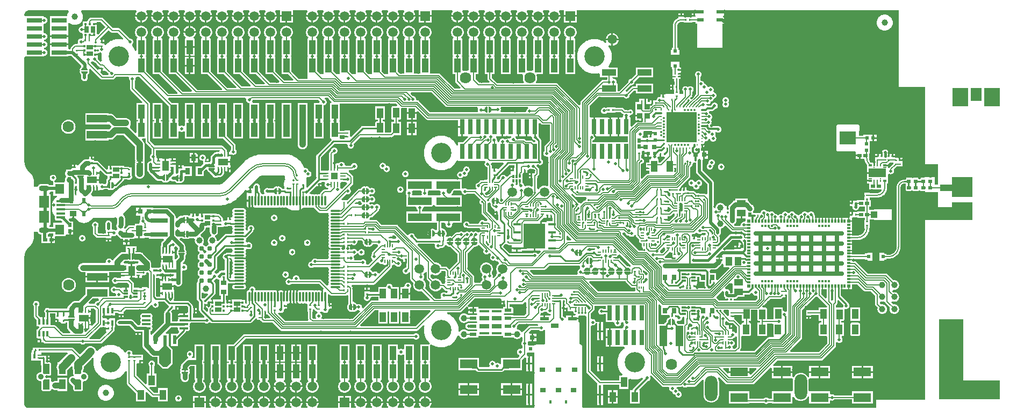
<source format=gtl>
G04*
G04 #@! TF.GenerationSoftware,Altium Limited,Altium Designer,21.1.1 (26)*
G04*
G04 Layer_Physical_Order=1*
G04 Layer_Color=255*
%FSLAX24Y24*%
%MOIN*%
G70*
G04*
G04 #@! TF.SameCoordinates,859D0C74-6F1A-4902-9F36-B784FAE930BA*
G04*
G04*
G04 #@! TF.FilePolarity,Positive*
G04*
G01*
G75*
%ADD10C,0.0100*%
%ADD11C,0.0059*%
%ADD12C,0.0200*%
%ADD13C,0.0098*%
%ADD14C,0.0118*%
%ADD15C,0.0060*%
%ADD17C,0.0079*%
%ADD24C,0.0080*%
%ADD25C,0.0090*%
%ADD46R,0.0106X0.0118*%
%ADD47R,0.0118X0.0106*%
%ADD48R,0.0866X0.0413*%
%ADD49R,0.0413X0.0394*%
%ADD50R,0.0197X0.0228*%
%ADD51R,0.0295X0.0315*%
%ADD52R,0.0394X0.0236*%
%ADD53R,0.0874X0.0402*%
%ADD56C,0.0394*%
%ADD57R,0.0402X0.0862*%
%ADD58R,0.0787X0.0787*%
%ADD59R,0.0394X0.0709*%
%ADD61R,0.0394X0.0630*%
%ADD62R,0.1083X0.0551*%
%ADD63R,0.1252X0.0500*%
%ADD64R,0.0354X0.0276*%
%ADD65R,0.0118X0.0236*%
%ADD66R,0.0177X0.1142*%
%ADD67R,0.0177X0.0748*%
%ADD68R,0.0236X0.0236*%
%ADD69R,0.0295X0.0276*%
%ADD70R,0.0551X0.0197*%
%ADD71R,0.0472X0.0256*%
%ADD72R,0.0177X0.0945*%
%ADD73R,0.0299X0.0945*%
%ADD74R,0.1500X0.0500*%
%ADD75R,0.0295X0.0315*%
%ADD76O,0.0118X0.0650*%
%ADD77O,0.0650X0.0118*%
%ADD78R,0.0394X0.0335*%
%ADD79R,0.0236X0.0335*%
%ADD80R,0.0531X0.0157*%
%ADD81R,0.0610X0.0748*%
%ADD82R,0.0551X0.0630*%
%ADD83R,0.0320X0.0300*%
%ADD84R,0.0315X0.0295*%
%ADD85R,0.0228X0.0197*%
%ADD86R,0.0098X0.0079*%
%ADD87R,0.0300X0.0320*%
%ADD88C,0.0098*%
%ADD89R,0.0197X0.0256*%
%ADD90R,0.0433X0.0551*%
%ADD91R,0.0256X0.0197*%
%ADD92R,0.0118X0.0213*%
%ADD93R,0.0315X0.0315*%
%ADD94R,0.0213X0.0213*%
%ADD95R,0.0213X0.0118*%
%ADD96R,0.0118X0.0118*%
%ADD97R,0.0203X0.0167*%
%ADD98R,0.0108X0.0167*%
%ADD99O,0.0222X0.0089*%
%ADD100O,0.0089X0.0222*%
%ADD101O,0.0089X0.0261*%
%ADD102R,0.0445X0.0445*%
%ADD103O,0.0374X0.0098*%
%ADD104O,0.0098X0.0374*%
%ADD105R,0.0335X0.0374*%
%ADD106R,0.0256X0.0138*%
%ADD107R,0.0413X0.0283*%
%ADD108R,0.0118X0.0138*%
%ADD109R,0.0217X0.0236*%
%ADD110R,0.0236X0.0197*%
%ADD111R,0.0098X0.0236*%
%ADD112R,0.0362X0.0280*%
%ADD113R,0.0177X0.0165*%
%ADD116R,0.1063X0.0315*%
%ADD117R,0.0098X0.0142*%
%ADD118R,0.0197X0.0236*%
%ADD119R,0.0138X0.0354*%
%ADD120O,0.0551X0.0157*%
%ADD121R,0.0236X0.0551*%
%ADD122R,0.0236X0.0669*%
%ADD123R,0.0157X0.0098*%
%ADD124R,0.0157X0.0276*%
%ADD125R,0.0197X0.0197*%
%ADD126R,0.0098X0.0157*%
%ADD127R,0.0276X0.0157*%
%ADD128R,0.0300X0.0400*%
%ADD129R,0.0142X0.0098*%
%ADD130R,0.0630X0.0394*%
%ADD131R,0.0098X0.0236*%
%ADD132R,0.0118X0.0205*%
%ADD133R,0.0118X0.0193*%
%ADD136R,0.0453X0.0177*%
%ADD137R,0.0500X0.1252*%
%ADD138O,0.0261X0.0089*%
%ADD139R,0.0079X0.0138*%
%ADD140R,0.0551X0.0433*%
%ADD141R,0.0283X0.0413*%
%ADD142R,0.0138X0.0118*%
G04:AMPARAMS|DCode=143|XSize=11.8mil|YSize=10.6mil|CornerRadius=0mil|HoleSize=0mil|Usage=FLASHONLY|Rotation=315.000|XOffset=0mil|YOffset=0mil|HoleType=Round|Shape=Rectangle|*
%AMROTATEDRECTD143*
4,1,4,-0.0079,0.0004,-0.0004,0.0079,0.0079,-0.0004,0.0004,-0.0079,-0.0079,0.0004,0.0*
%
%ADD143ROTATEDRECTD143*%

%ADD144R,0.0394X0.0630*%
%ADD145R,0.0236X0.0098*%
%ADD146R,0.0945X0.0299*%
%ADD147R,0.0394X0.0630*%
%ADD198C,0.0138*%
%ADD267C,0.0354*%
%ADD270C,0.0060*%
%ADD271C,0.0075*%
%ADD272C,0.0075*%
%ADD273C,0.0065*%
%ADD274C,0.0065*%
%ADD275C,0.0079*%
%ADD276O,0.0256X0.0087*%
%ADD277O,0.0087X0.0256*%
%ADD278R,0.1909X0.1909*%
%ADD279C,0.0108*%
%ADD280R,0.0433X0.0197*%
%ADD281R,0.0591X0.0138*%
%ADD282R,0.0591X0.0276*%
%ADD283C,0.0310*%
%ADD284R,0.1103X0.0571*%
%ADD285C,0.0591*%
%ADD286R,0.0354X0.0709*%
%ADD287R,0.0177X0.0098*%
%ADD288R,0.0177X0.0138*%
%ADD289R,0.0984X0.0787*%
%ADD290R,0.1969X0.1969*%
%ADD291R,0.1339X0.1575*%
%ADD292C,0.0300*%
%ADD293C,0.0120*%
%ADD294C,0.0197*%
%ADD295C,0.0057*%
%ADD296C,0.0157*%
%ADD297C,0.0130*%
%ADD298C,0.0150*%
%ADD299C,0.0400*%
%ADD300C,0.0315*%
%ADD301C,0.0250*%
%ADD302C,0.0350*%
%ADD303C,0.0500*%
%ADD304R,0.0108X0.0108*%
%ADD305R,0.0202X0.0108*%
%ADD306R,0.0236X0.0150*%
%ADD307R,0.0440X0.1704*%
%ADD308R,0.0440X0.0776*%
%ADD309C,0.0701*%
%ADD310R,0.0591X0.0591*%
%ADD311O,0.0630X0.0354*%
%ADD312C,0.0390*%
%ADD313O,0.0787X0.1575*%
%ADD314C,0.1260*%
%ADD315C,0.0197*%
%ADD316C,0.0240*%
G36*
X5184Y23818D02*
X4717Y23351D01*
X4638Y23385D01*
Y23967D01*
X4628D01*
Y23967D01*
X4459D01*
Y24055D01*
X4628D01*
Y24130D01*
X4872D01*
X5184Y23818D01*
D02*
G37*
G36*
X5491Y23511D02*
X5507Y23497D01*
X5526Y23485D01*
X5547Y23477D01*
X5568Y23472D01*
X5590Y23470D01*
X5932D01*
X6281Y23121D01*
X6270Y23086D01*
X6241Y23048D01*
X6194Y23058D01*
X6130Y23068D01*
X6065Y23074D01*
X6000Y23076D01*
X5935Y23074D01*
X5870Y23068D01*
X5806Y23058D01*
X5743Y23045D01*
X5680Y23027D01*
X5619Y23006D01*
X5559Y22981D01*
X5500Y22953D01*
X5444Y22921D01*
X5389Y22885D01*
X5337Y22847D01*
X5287Y22805D01*
X5240Y22761D01*
X5195Y22713D01*
X5185Y22701D01*
X5155Y22704D01*
X5105Y22730D01*
Y22813D01*
X4946D01*
Y22863D01*
X4896D01*
Y23016D01*
X4862D01*
X4829Y23096D01*
X5368Y23634D01*
X5491Y23511D01*
D02*
G37*
G36*
X400Y24850D02*
X2867D01*
X2902Y24770D01*
X2902Y24769D01*
X2875Y24735D01*
X2852Y24698D01*
X2832Y24660D01*
X2815Y24620D01*
X2802Y24579D01*
X2793Y24537D01*
X2787Y24494D01*
X2787Y24490D01*
X1725D01*
Y24070D01*
X1725Y23991D01*
X1725Y23911D01*
Y23570D01*
X1725Y23491D01*
X1725Y23411D01*
Y23290D01*
X2870D01*
Y23411D01*
X2870Y23490D01*
X2870Y23570D01*
Y23911D01*
X2870Y23990D01*
Y24047D01*
X2884Y24060D01*
X2950Y24082D01*
X2963Y24070D01*
X2997Y24044D01*
X3034Y24021D01*
X3072Y24001D01*
X3112Y23984D01*
X3153Y23971D01*
X3195Y23962D01*
X3238Y23956D01*
X3282Y23954D01*
X3325Y23956D01*
X3368Y23962D01*
X3410Y23971D01*
X3451Y23984D01*
X3491Y24001D01*
X3530Y24021D01*
X3566Y24044D01*
X3601Y24070D01*
X3632Y24100D01*
X3662Y24131D01*
X3688Y24166D01*
X3711Y24202D01*
X3731Y24241D01*
X3748Y24281D01*
X3761Y24322D01*
X3770Y24364D01*
X3776Y24407D01*
X3778Y24450D01*
X3776Y24494D01*
X3770Y24537D01*
X3761Y24579D01*
X3748Y24620D01*
X3731Y24660D01*
X3711Y24698D01*
X3688Y24735D01*
X3662Y24769D01*
X3661Y24770D01*
X3696Y24850D01*
X7078D01*
X7103Y24809D01*
X7111Y24770D01*
X7094Y24751D01*
X7071Y24720D01*
X7051Y24687D01*
X7034Y24652D01*
X7021Y24615D01*
X7012Y24578D01*
X7008Y24550D01*
X7792D01*
X7788Y24578D01*
X7779Y24615D01*
X7766Y24652D01*
X7749Y24687D01*
X7729Y24720D01*
X7706Y24751D01*
X7689Y24770D01*
X7697Y24809D01*
X7722Y24850D01*
X8078D01*
X8103Y24809D01*
X8111Y24770D01*
X8094Y24751D01*
X8071Y24720D01*
X8051Y24687D01*
X8034Y24652D01*
X8021Y24615D01*
X8012Y24578D01*
X8008Y24550D01*
X8792D01*
X8788Y24578D01*
X8779Y24615D01*
X8766Y24652D01*
X8749Y24687D01*
X8729Y24720D01*
X8706Y24751D01*
X8689Y24770D01*
X8697Y24809D01*
X8722Y24850D01*
X9078D01*
X9103Y24809D01*
X9111Y24770D01*
X9094Y24751D01*
X9071Y24720D01*
X9051Y24687D01*
X9034Y24652D01*
X9021Y24615D01*
X9012Y24578D01*
X9008Y24550D01*
X9792D01*
X9788Y24578D01*
X9779Y24615D01*
X9766Y24652D01*
X9749Y24687D01*
X9729Y24720D01*
X9706Y24751D01*
X9689Y24770D01*
X9697Y24809D01*
X9722Y24850D01*
X10078D01*
X10103Y24809D01*
X10111Y24770D01*
X10094Y24751D01*
X10071Y24720D01*
X10051Y24687D01*
X10034Y24652D01*
X10021Y24615D01*
X10012Y24578D01*
X10008Y24550D01*
X10792D01*
X10788Y24578D01*
X10779Y24615D01*
X10766Y24652D01*
X10749Y24687D01*
X10729Y24720D01*
X10706Y24751D01*
X10689Y24770D01*
X10697Y24809D01*
X10722Y24850D01*
X11078D01*
X11103Y24809D01*
X11111Y24770D01*
X11094Y24751D01*
X11071Y24720D01*
X11051Y24687D01*
X11034Y24652D01*
X11021Y24615D01*
X11012Y24578D01*
X11008Y24550D01*
X11792D01*
X11788Y24578D01*
X11779Y24615D01*
X11766Y24652D01*
X11749Y24687D01*
X11729Y24720D01*
X11706Y24751D01*
X11689Y24770D01*
X11697Y24809D01*
X11722Y24850D01*
X12078D01*
X12103Y24809D01*
X12111Y24770D01*
X12094Y24751D01*
X12071Y24720D01*
X12051Y24687D01*
X12034Y24652D01*
X12021Y24615D01*
X12012Y24578D01*
X12008Y24550D01*
X12792D01*
X12788Y24578D01*
X12779Y24615D01*
X12766Y24652D01*
X12749Y24687D01*
X12729Y24720D01*
X12706Y24751D01*
X12689Y24770D01*
X12697Y24809D01*
X12722Y24850D01*
X13078D01*
X13103Y24809D01*
X13111Y24770D01*
X13094Y24751D01*
X13071Y24720D01*
X13051Y24687D01*
X13034Y24652D01*
X13021Y24615D01*
X13012Y24578D01*
X13008Y24550D01*
X13792D01*
X13788Y24578D01*
X13779Y24615D01*
X13766Y24652D01*
X13749Y24687D01*
X13729Y24720D01*
X13706Y24751D01*
X13689Y24770D01*
X13697Y24809D01*
X13722Y24850D01*
X14078D01*
X14103Y24809D01*
X14111Y24770D01*
X14094Y24751D01*
X14071Y24720D01*
X14051Y24687D01*
X14034Y24652D01*
X14021Y24615D01*
X14012Y24578D01*
X14008Y24550D01*
X14792D01*
X14788Y24578D01*
X14779Y24615D01*
X14766Y24652D01*
X14749Y24687D01*
X14729Y24720D01*
X14706Y24751D01*
X14689Y24770D01*
X14697Y24809D01*
X14722Y24850D01*
X15078D01*
X15103Y24809D01*
X15111Y24770D01*
X15094Y24751D01*
X15071Y24720D01*
X15051Y24687D01*
X15034Y24652D01*
X15021Y24615D01*
X15012Y24578D01*
X15008Y24550D01*
X15792D01*
X15788Y24578D01*
X15779Y24615D01*
X15766Y24652D01*
X15749Y24687D01*
X15729Y24720D01*
X15706Y24751D01*
X15689Y24770D01*
X15697Y24809D01*
X15722Y24850D01*
X16005D01*
Y24550D01*
X16795D01*
Y24850D01*
X17678D01*
X17703Y24809D01*
X17711Y24770D01*
X17694Y24751D01*
X17671Y24720D01*
X17651Y24687D01*
X17634Y24652D01*
X17621Y24615D01*
X17612Y24578D01*
X17608Y24550D01*
X18392D01*
X18388Y24578D01*
X18379Y24615D01*
X18366Y24652D01*
X18349Y24687D01*
X18329Y24720D01*
X18306Y24751D01*
X18289Y24770D01*
X18297Y24809D01*
X18322Y24850D01*
X18678D01*
X18703Y24809D01*
X18711Y24770D01*
X18694Y24751D01*
X18671Y24720D01*
X18651Y24687D01*
X18634Y24652D01*
X18621Y24615D01*
X18612Y24578D01*
X18608Y24550D01*
X19392D01*
X19388Y24578D01*
X19379Y24615D01*
X19366Y24652D01*
X19349Y24687D01*
X19329Y24720D01*
X19306Y24751D01*
X19289Y24770D01*
X19297Y24809D01*
X19322Y24850D01*
X19678D01*
X19703Y24809D01*
X19711Y24770D01*
X19694Y24751D01*
X19671Y24720D01*
X19651Y24687D01*
X19634Y24652D01*
X19621Y24615D01*
X19612Y24578D01*
X19608Y24550D01*
X20392D01*
X20388Y24578D01*
X20379Y24615D01*
X20366Y24652D01*
X20349Y24687D01*
X20329Y24720D01*
X20306Y24751D01*
X20289Y24770D01*
X20297Y24809D01*
X20322Y24850D01*
X20678D01*
X20703Y24809D01*
X20711Y24770D01*
X20694Y24751D01*
X20671Y24720D01*
X20651Y24687D01*
X20634Y24652D01*
X20621Y24615D01*
X20612Y24578D01*
X20608Y24550D01*
X21392D01*
X21388Y24578D01*
X21379Y24615D01*
X21366Y24652D01*
X21349Y24687D01*
X21329Y24720D01*
X21306Y24751D01*
X21289Y24770D01*
X21297Y24809D01*
X21322Y24850D01*
X21678D01*
X21703Y24809D01*
X21711Y24770D01*
X21694Y24751D01*
X21671Y24720D01*
X21651Y24687D01*
X21634Y24652D01*
X21621Y24615D01*
X21612Y24578D01*
X21608Y24550D01*
X22392D01*
X22388Y24578D01*
X22379Y24615D01*
X22366Y24652D01*
X22349Y24687D01*
X22329Y24720D01*
X22306Y24751D01*
X22289Y24770D01*
X22297Y24809D01*
X22322Y24850D01*
X22678D01*
X22703Y24809D01*
X22711Y24770D01*
X22694Y24751D01*
X22671Y24720D01*
X22651Y24687D01*
X22634Y24652D01*
X22621Y24615D01*
X22612Y24578D01*
X22608Y24550D01*
X23392D01*
X23388Y24578D01*
X23379Y24615D01*
X23366Y24652D01*
X23349Y24687D01*
X23329Y24720D01*
X23306Y24751D01*
X23289Y24770D01*
X23297Y24809D01*
X23322Y24850D01*
X23678D01*
X23703Y24809D01*
X23711Y24770D01*
X23694Y24751D01*
X23671Y24720D01*
X23651Y24687D01*
X23634Y24652D01*
X23621Y24615D01*
X23612Y24578D01*
X23608Y24550D01*
X24392D01*
X24388Y24578D01*
X24379Y24615D01*
X24366Y24652D01*
X24349Y24687D01*
X24329Y24720D01*
X24306Y24751D01*
X24289Y24770D01*
X24297Y24809D01*
X24322Y24850D01*
X24605D01*
Y24550D01*
X25395D01*
Y24850D01*
X26678D01*
X26703Y24809D01*
X26711Y24770D01*
X26694Y24751D01*
X26671Y24720D01*
X26651Y24687D01*
X26634Y24652D01*
X26621Y24615D01*
X26612Y24578D01*
X26608Y24550D01*
X27392D01*
X27388Y24578D01*
X27379Y24615D01*
X27366Y24652D01*
X27349Y24687D01*
X27329Y24720D01*
X27306Y24751D01*
X27289Y24770D01*
X27297Y24809D01*
X27322Y24850D01*
X27678D01*
X27703Y24809D01*
X27711Y24770D01*
X27694Y24751D01*
X27671Y24720D01*
X27651Y24687D01*
X27634Y24652D01*
X27621Y24615D01*
X27612Y24578D01*
X27608Y24550D01*
X28392D01*
X28388Y24578D01*
X28379Y24615D01*
X28366Y24652D01*
X28349Y24687D01*
X28329Y24720D01*
X28306Y24751D01*
X28289Y24770D01*
X28297Y24809D01*
X28322Y24850D01*
X28678D01*
X28703Y24809D01*
X28711Y24770D01*
X28694Y24751D01*
X28671Y24720D01*
X28651Y24687D01*
X28634Y24652D01*
X28621Y24615D01*
X28612Y24578D01*
X28608Y24550D01*
X29392D01*
X29388Y24578D01*
X29379Y24615D01*
X29366Y24652D01*
X29349Y24687D01*
X29329Y24720D01*
X29306Y24751D01*
X29289Y24770D01*
X29297Y24809D01*
X29322Y24850D01*
X29678D01*
X29703Y24809D01*
X29711Y24770D01*
X29694Y24751D01*
X29671Y24720D01*
X29651Y24687D01*
X29634Y24652D01*
X29621Y24615D01*
X29612Y24578D01*
X29608Y24550D01*
X30392D01*
X30388Y24578D01*
X30379Y24615D01*
X30366Y24652D01*
X30349Y24687D01*
X30329Y24720D01*
X30306Y24751D01*
X30289Y24770D01*
X30297Y24809D01*
X30322Y24850D01*
X30678D01*
X30703Y24809D01*
X30711Y24770D01*
X30694Y24751D01*
X30671Y24720D01*
X30651Y24687D01*
X30634Y24652D01*
X30621Y24615D01*
X30612Y24578D01*
X30608Y24550D01*
X31392D01*
X31388Y24578D01*
X31379Y24615D01*
X31366Y24652D01*
X31349Y24687D01*
X31329Y24720D01*
X31306Y24751D01*
X31289Y24770D01*
X31297Y24809D01*
X31322Y24850D01*
X31678D01*
X31703Y24809D01*
X31711Y24770D01*
X31694Y24751D01*
X31671Y24720D01*
X31651Y24687D01*
X31634Y24652D01*
X31621Y24615D01*
X31612Y24578D01*
X31608Y24550D01*
X32392D01*
X32388Y24578D01*
X32379Y24615D01*
X32366Y24652D01*
X32349Y24687D01*
X32329Y24720D01*
X32306Y24751D01*
X32289Y24770D01*
X32297Y24809D01*
X32322Y24850D01*
X32678D01*
X32703Y24809D01*
X32711Y24770D01*
X32694Y24751D01*
X32671Y24720D01*
X32651Y24687D01*
X32634Y24652D01*
X32621Y24615D01*
X32612Y24578D01*
X32608Y24550D01*
X33392D01*
X33388Y24578D01*
X33379Y24615D01*
X33366Y24652D01*
X33349Y24687D01*
X33329Y24720D01*
X33306Y24751D01*
X33289Y24770D01*
X33297Y24809D01*
X33322Y24850D01*
X33605D01*
Y24550D01*
X34395D01*
Y24850D01*
X41777D01*
Y24656D01*
X41742D01*
Y24503D01*
X41692D01*
Y24453D01*
X41533D01*
Y24422D01*
X41340D01*
Y24422D01*
X41035D01*
Y24453D01*
X40717D01*
Y24382D01*
X40684Y24372D01*
X40645Y24355D01*
X40607Y24336D01*
X40571Y24313D01*
X40538Y24287D01*
X40506Y24258D01*
X40504Y24256D01*
X40503Y24255D01*
X40502Y24254D01*
X40501Y24252D01*
X40477Y24227D01*
X40452Y24193D01*
X40429Y24157D01*
X40409Y24120D01*
X40393Y24080D01*
X40380Y24040D01*
X40371Y23998D01*
X40365Y23956D01*
X40363Y23914D01*
X40363D01*
Y22541D01*
X40303D01*
Y22402D01*
X40245D01*
Y22087D01*
X40757D01*
Y22402D01*
X40700D01*
Y22541D01*
X40639D01*
Y23914D01*
X40639Y23916D01*
X40641Y23941D01*
X40646Y23968D01*
X40655Y23995D01*
X40667Y24020D01*
X40683Y24043D01*
X40697Y24060D01*
X40698Y24060D01*
X40699Y24062D01*
X40701Y24064D01*
X40722Y24082D01*
X40745Y24097D01*
X40770Y24110D01*
X40796Y24119D01*
X40823Y24124D01*
X40839Y24125D01*
X41034D01*
Y24104D01*
X41258D01*
Y24104D01*
X41564D01*
Y24125D01*
X41777D01*
Y24045D01*
X41877D01*
X41877Y22531D01*
X43451Y22531D01*
X43451Y24045D01*
X43551D01*
Y24481D01*
X43551D01*
Y24557D01*
X43551D01*
Y24850D01*
X54356D01*
Y20105D01*
X56017D01*
X56017Y14515D01*
X55950D01*
Y14513D01*
X55900D01*
Y14463D01*
X55741D01*
Y14410D01*
X55725Y14401D01*
X55710Y14389D01*
X55708Y14386D01*
X55675Y14381D01*
X55654D01*
X55586Y14415D01*
Y14463D01*
X55268D01*
Y14456D01*
X55267Y14454D01*
X55239Y14435D01*
X55186Y14463D01*
X54841D01*
Y14390D01*
X54831Y14385D01*
X54819Y14375D01*
X54809Y14362D01*
X54801Y14348D01*
X54799Y14339D01*
X54718D01*
X54702Y14338D01*
X54699Y14336D01*
X54677Y14335D01*
X54635Y14330D01*
X54595Y14321D01*
X54555Y14309D01*
X54517Y14293D01*
X54480Y14273D01*
X54445Y14251D01*
X54412Y14226D01*
X54381Y14198D01*
X54353Y14167D01*
X54328Y14134D01*
X54306Y14099D01*
X54287Y14062D01*
X54271Y14024D01*
X54258Y13984D01*
X54249Y13944D01*
X54244Y13903D01*
X54242Y13861D01*
X54242D01*
Y10180D01*
X54242Y10177D01*
X54241Y10136D01*
X54235Y10092D01*
X54225Y10048D01*
X54212Y10006D01*
X54195Y9965D01*
X54174Y9925D01*
X54150Y9888D01*
X54123Y9852D01*
X54093Y9820D01*
X54060Y9790D01*
X54025Y9762D01*
X53987Y9739D01*
X53948Y9718D01*
X53907Y9701D01*
X53865Y9688D01*
X53821Y9678D01*
X53777Y9672D01*
X53735Y9670D01*
X53733Y9671D01*
X53604D01*
Y9731D01*
X53484D01*
Y9809D01*
X53169Y9809D01*
Y9297D01*
X53484Y9297D01*
Y9374D01*
X53604D01*
Y9435D01*
X53733D01*
X53733Y9435D01*
X53786Y9437D01*
X53811Y9439D01*
X53811Y9439D01*
X53811Y9439D01*
X53839Y9442D01*
X53891Y9452D01*
X53943Y9465D01*
X53993Y9482D01*
X54042Y9502D01*
X54090Y9526D01*
X54136Y9553D01*
X54179Y9583D01*
X54221Y9617D01*
X54260Y9653D01*
X54296Y9692D01*
X54329Y9733D01*
X54360Y9777D01*
X54387Y9823D01*
X54411Y9871D01*
X54431Y9920D01*
X54448Y9970D01*
X54461Y10022D01*
X54470Y10074D01*
X54473Y10102D01*
X54473Y10102D01*
X54473Y10102D01*
X54476Y10127D01*
X54478Y10180D01*
X54478D01*
Y13861D01*
X54478Y13863D01*
X54479Y13888D01*
X54484Y13915D01*
X54491Y13941D01*
X54501Y13965D01*
X54514Y13989D01*
X54530Y14011D01*
X54548Y14031D01*
X54568Y14049D01*
X54590Y14065D01*
X54614Y14078D01*
X54639Y14088D01*
X54665Y14096D01*
X54691Y14100D01*
X54704Y14101D01*
X54718Y14100D01*
X54799D01*
X54801Y14090D01*
X54809Y14076D01*
X54814Y14070D01*
X54819Y14048D01*
Y13997D01*
X54814Y13975D01*
X54809Y13969D01*
X54801Y13955D01*
X54797Y13940D01*
X54795Y13924D01*
Y13727D01*
X54797Y13711D01*
X54801Y13696D01*
X54809Y13683D01*
X54819Y13670D01*
X54831Y13660D01*
X54845Y13653D01*
X54860Y13648D01*
X54876Y13647D01*
X55112D01*
X55128Y13648D01*
X55128Y13648D01*
X55143Y13653D01*
X55157Y13660D01*
X55238Y13656D01*
X55253Y13644D01*
X55270Y13634D01*
X55289Y13629D01*
X55309Y13627D01*
X55545D01*
X55565Y13629D01*
X55583Y13634D01*
X55601Y13644D01*
X55616Y13656D01*
X55617Y13657D01*
X55656Y13664D01*
X55670D01*
X55709Y13657D01*
X55710Y13656D01*
X55725Y13644D01*
X55743Y13634D01*
X55762Y13629D01*
X55781Y13627D01*
X56017D01*
X56017Y656D01*
X52956D01*
Y151D01*
X34798D01*
X34778Y165D01*
X34755Y196D01*
X34740Y231D01*
X34740Y237D01*
Y740D01*
X34740Y740D01*
X34740Y1070D01*
X34740Y1070D01*
Y1470D01*
Y2320D01*
X34741Y2320D01*
Y2720D01*
X34740Y2720D01*
Y3987D01*
X34739Y4006D01*
X34733Y4025D01*
X34724Y4043D01*
X34711Y4058D01*
X34696Y4070D01*
X34678Y4080D01*
X34660Y4085D01*
X34655Y4086D01*
X34633Y4092D01*
X34580Y4127D01*
Y5407D01*
X34580Y5407D01*
X34580Y5407D01*
X34580Y5417D01*
X34579Y5426D01*
X34579Y5427D01*
X34579Y5427D01*
X34576Y5436D01*
X34573Y5445D01*
X34573Y5445D01*
X34573Y5446D01*
X34568Y5454D01*
X34564Y5463D01*
X34563Y5463D01*
X34563Y5463D01*
X34557Y5470D01*
X34551Y5478D01*
X34551Y5478D01*
X34551Y5478D01*
X34543Y5484D01*
X34536Y5490D01*
X34536Y5490D01*
X34536Y5491D01*
X34527Y5495D01*
X34518Y5500D01*
X34518Y5500D01*
X34518Y5500D01*
X34509Y5503D01*
X34501Y5505D01*
Y5650D01*
X34126D01*
Y5700D01*
X34076D01*
Y5898D01*
X33750D01*
Y5773D01*
X33678Y5751D01*
X33670Y5753D01*
X33658Y5771D01*
X33641Y5791D01*
X33621Y5808D01*
X33599Y5822D01*
X33576Y5834D01*
X33551Y5842D01*
X33526Y5847D01*
X33521Y5847D01*
Y6642D01*
X33544D01*
Y6801D01*
X33640D01*
Y6670D01*
X33641Y6648D01*
X33643Y6642D01*
X33643D01*
X33646Y6627D01*
X33655Y6606D01*
X33666Y6587D01*
X33681Y6571D01*
X33689Y6562D01*
X33658Y6489D01*
X33635D01*
Y6380D01*
X33788D01*
Y6330D01*
X33838D01*
Y6170D01*
X34101D01*
X34169Y6159D01*
X34191Y6101D01*
X34194Y6093D01*
X34203Y6073D01*
X34216Y6054D01*
X34230Y6038D01*
X34247Y6023D01*
X34265Y6011D01*
X34285Y6001D01*
X34306Y5994D01*
X34321Y5991D01*
X34330Y5987D01*
X34336Y5978D01*
X34295Y5899D01*
X34293Y5898D01*
X34176D01*
Y5750D01*
X34501D01*
Y5813D01*
X34506Y5827D01*
X34550Y5888D01*
X34572Y5890D01*
X34594Y5894D01*
X34615Y5901D01*
X34635Y5911D01*
X34650Y5921D01*
X34665Y5911D01*
X34685Y5901D01*
X34706Y5894D01*
X34728Y5890D01*
X34750Y5888D01*
X34772Y5890D01*
X34794Y5894D01*
X34815Y5901D01*
X34835Y5911D01*
X34850Y5921D01*
X34865Y5911D01*
X34885Y5901D01*
X34906Y5894D01*
X34928Y5890D01*
X34950Y5888D01*
X34994Y5828D01*
X35000Y5814D01*
Y2430D01*
X35001Y2408D01*
X35006Y2387D01*
X35015Y2366D01*
X35026Y2347D01*
X35041Y2331D01*
X35674Y1697D01*
X35661Y1666D01*
X35661D01*
Y1045D01*
X36039D01*
Y1600D01*
X37026D01*
Y1337D01*
X37620D01*
Y1927D01*
X37700Y1968D01*
X37743Y1956D01*
X37806Y1943D01*
X37870Y1933D01*
X37935Y1927D01*
X38000Y1925D01*
X38065Y1927D01*
X38130Y1933D01*
X38194Y1943D01*
X38257Y1956D01*
X38320Y1974D01*
X38381Y1995D01*
X38441Y2020D01*
X38466Y2032D01*
X38513Y1966D01*
X37906Y1359D01*
X37891Y1341D01*
X37879Y1321D01*
X37870Y1299D01*
X37864Y1276D01*
X37863Y1261D01*
X37715D01*
Y432D01*
X38309D01*
Y1261D01*
X38309D01*
X38287Y1314D01*
X38795Y1822D01*
X38806Y1823D01*
X38831Y1828D01*
X38856Y1836D01*
X38879Y1848D01*
X38901Y1862D01*
X38921Y1879D01*
X38938Y1899D01*
X38952Y1921D01*
X38964Y1944D01*
X38972Y1969D01*
X38977Y1994D01*
X38979Y2020D01*
X38977Y2046D01*
X38972Y2071D01*
X38964Y2096D01*
X38952Y2119D01*
X38949Y2124D01*
X39011Y2175D01*
X39668Y1518D01*
X39684Y1505D01*
X39701Y1494D01*
X39720Y1486D01*
X39740Y1482D01*
X39760Y1480D01*
X40077D01*
X40083Y1477D01*
X40104Y1457D01*
X40136Y1400D01*
X40136Y1396D01*
X40134Y1370D01*
X40136Y1344D01*
X40141Y1319D01*
X40149Y1294D01*
X40160Y1271D01*
X40175Y1249D01*
X40192Y1230D01*
X40212Y1212D01*
X40233Y1198D01*
X40257Y1186D01*
X40281Y1178D01*
X40307Y1173D01*
X40325Y1172D01*
X40326Y1159D01*
X40331Y1134D01*
X40339Y1109D01*
X40351Y1086D01*
X40365Y1064D01*
X40382Y1044D01*
X40402Y1027D01*
X40423Y1013D01*
X40447Y1001D01*
X40471Y993D01*
X40497Y988D01*
X40516Y987D01*
X40516Y974D01*
X40521Y949D01*
X40530Y924D01*
X40541Y901D01*
X40556Y879D01*
X40573Y859D01*
X40592Y842D01*
X40614Y828D01*
X40637Y816D01*
X40662Y808D01*
X40688Y803D01*
X40714Y801D01*
X40739Y803D01*
X40765Y808D01*
X40790Y816D01*
X40813Y828D01*
X40835Y842D01*
X40854Y859D01*
X40871Y879D01*
X40886Y901D01*
X40897Y924D01*
X40906Y949D01*
X40911Y974D01*
X40912Y1000D01*
X40911Y1026D01*
X40906Y1052D01*
X40897Y1076D01*
X40886Y1099D01*
X40871Y1121D01*
X40854Y1141D01*
X40835Y1158D01*
X40813Y1172D01*
X40790Y1184D01*
X40765Y1192D01*
X40739Y1197D01*
X40721Y1198D01*
X40720Y1211D01*
X40715Y1237D01*
X40706Y1261D01*
X40695Y1285D01*
X40681Y1306D01*
X40663Y1326D01*
X40644Y1343D01*
X40622Y1357D01*
X40602Y1367D01*
X40598Y1370D01*
X40582Y1403D01*
X40626Y1480D01*
X40859D01*
X40880Y1482D01*
X40900Y1486D01*
X40918Y1494D01*
X40936Y1505D01*
X40961Y1501D01*
X40962Y1499D01*
X40979Y1479D01*
X40999Y1462D01*
X41021Y1448D01*
X41044Y1436D01*
X41069Y1428D01*
X41094Y1423D01*
X41120Y1421D01*
X41146Y1423D01*
X41171Y1428D01*
X41196Y1436D01*
X41219Y1448D01*
X41241Y1462D01*
X41261Y1479D01*
X41261Y1480D01*
X41694D01*
X41716Y1481D01*
X41738Y1486D01*
X41758Y1495D01*
X41777Y1506D01*
X41794Y1521D01*
X42198Y1925D01*
X42246Y1907D01*
X42270Y1884D01*
X42264Y1856D01*
X42258Y1814D01*
X42256Y1772D01*
Y984D01*
X42258Y942D01*
X42264Y900D01*
X42273Y859D01*
X42286Y819D01*
X42302Y780D01*
X42321Y742D01*
X42344Y707D01*
X42370Y673D01*
X42398Y642D01*
X42429Y613D01*
X42463Y588D01*
X42498Y565D01*
X42536Y545D01*
X42575Y529D01*
X42615Y517D01*
X42656Y507D01*
X42698Y502D01*
X42741Y500D01*
X42783Y502D01*
X42825Y507D01*
X42866Y517D01*
X42906Y529D01*
X42945Y545D01*
X42983Y565D01*
X43018Y588D01*
X43052Y613D01*
X43083Y642D01*
X43111Y673D01*
X43137Y707D01*
X43160Y742D01*
X43179Y780D01*
X43196Y819D01*
X43208Y859D01*
X43217Y900D01*
X43223Y942D01*
X43225Y984D01*
Y1772D01*
X43223Y1814D01*
X43217Y1856D01*
X43208Y1897D01*
X43196Y1937D01*
X43179Y1976D01*
X43160Y2014D01*
X43156Y2020D01*
X43218Y2071D01*
X43624Y1665D01*
X43641Y1651D01*
X43659Y1639D01*
X43680Y1631D01*
X43701Y1626D01*
X43723Y1624D01*
X45309D01*
X45331Y1626D01*
X45353Y1631D01*
X45373Y1639D01*
X45392Y1651D01*
X45408Y1665D01*
X46419Y2676D01*
X46493Y2645D01*
Y2438D01*
X47084D01*
Y2763D01*
X46611D01*
X46581Y2837D01*
X46852Y3109D01*
X49568D01*
X49590Y3110D01*
X49611Y3115D01*
X49632Y3124D01*
X49650Y3135D01*
X49667Y3150D01*
X50434Y3916D01*
X50448Y3933D01*
X50460Y3952D01*
X50468Y3972D01*
X50473Y3994D01*
X50475Y4016D01*
Y4220D01*
X50523Y4246D01*
X50555Y4252D01*
X50566Y4242D01*
X50588Y4228D01*
X50611Y4216D01*
X50636Y4208D01*
X50661Y4203D01*
X50687Y4201D01*
X50713Y4203D01*
X50739Y4208D01*
X50764Y4216D01*
X50787Y4228D01*
X50808Y4242D01*
X50828Y4259D01*
X50845Y4279D01*
X50860Y4301D01*
X50871Y4324D01*
X50879Y4349D01*
X50885Y4374D01*
X50886Y4400D01*
X50885Y4426D01*
X50879Y4451D01*
X50871Y4476D01*
X50860Y4499D01*
X50845Y4521D01*
X50828Y4541D01*
X50824Y4544D01*
X50828Y4624D01*
X50984D01*
Y5454D01*
X50817D01*
Y5555D01*
X50887D01*
X50907Y5557D01*
X50926Y5563D01*
X50943Y5572D01*
X50958Y5585D01*
X50971Y5600D01*
X50980Y5617D01*
X50986Y5636D01*
X50988Y5656D01*
Y6265D01*
X51020Y6301D01*
X51022Y6302D01*
X51062Y6320D01*
X51069Y6318D01*
X51094Y6313D01*
X51120Y6311D01*
X51146Y6313D01*
X51171Y6318D01*
X51196Y6326D01*
X51219Y6338D01*
X51241Y6352D01*
X51261Y6369D01*
X51278Y6389D01*
X51292Y6411D01*
X51304Y6434D01*
X51312Y6459D01*
X51317Y6484D01*
X51319Y6510D01*
X51317Y6536D01*
X51312Y6561D01*
X51304Y6586D01*
X51292Y6609D01*
X51278Y6631D01*
X51261Y6651D01*
X51253Y6657D01*
X51242Y6676D01*
X51226Y6694D01*
X50777Y7143D01*
Y7528D01*
X51470D01*
Y7838D01*
X51813D01*
X52209Y7441D01*
X52226Y7427D01*
X52245Y7416D01*
X52265Y7407D01*
X52287Y7402D01*
X52309Y7400D01*
X52651D01*
X52910Y7142D01*
Y6596D01*
X52911Y6574D01*
X52916Y6552D01*
X52925Y6532D01*
X52936Y6513D01*
X52951Y6496D01*
X53062Y6385D01*
X53057Y6365D01*
X53051Y6332D01*
X53049Y6299D01*
X53051Y6266D01*
X53057Y6233D01*
X53066Y6201D01*
X53079Y6170D01*
X53095Y6141D01*
X53114Y6114D01*
X53136Y6089D01*
X53161Y6067D01*
X53188Y6047D01*
X53217Y6031D01*
X53248Y6019D01*
X53280Y6009D01*
X53313Y6004D01*
X53346Y6002D01*
X53380Y6004D01*
X53413Y6009D01*
X53445Y6019D01*
X53475Y6031D01*
X53505Y6047D01*
X53532Y6067D01*
X53557Y6089D01*
X53579Y6114D01*
X53598Y6141D01*
X53614Y6170D01*
X53627Y6201D01*
X53636Y6233D01*
X53642Y6266D01*
X53644Y6299D01*
X53642Y6332D01*
X53636Y6365D01*
X53627Y6397D01*
X53614Y6428D01*
X53598Y6457D01*
X53579Y6485D01*
X53557Y6509D01*
X53532Y6532D01*
X53505Y6551D01*
X53475Y6567D01*
X53445Y6580D01*
X53413Y6589D01*
X53380Y6595D01*
X53346Y6597D01*
X53313Y6595D01*
X53280Y6589D01*
X53261Y6583D01*
X53190Y6654D01*
Y6706D01*
X53216Y6734D01*
X53270Y6762D01*
X53280Y6759D01*
X53313Y6754D01*
X53346Y6752D01*
X53380Y6754D01*
X53413Y6759D01*
X53434Y6766D01*
X53457Y6763D01*
X53479Y6754D01*
X53518Y6729D01*
X53527Y6719D01*
X53529Y6716D01*
X53540Y6697D01*
X53554Y6680D01*
X53822Y6412D01*
X53816Y6397D01*
X53807Y6365D01*
X53801Y6332D01*
X53799Y6299D01*
X53801Y6266D01*
X53807Y6233D01*
X53816Y6201D01*
X53829Y6170D01*
X53845Y6141D01*
X53864Y6114D01*
X53886Y6089D01*
X53911Y6067D01*
X53938Y6047D01*
X53967Y6031D01*
X53998Y6019D01*
X54030Y6009D01*
X54063Y6004D01*
X54096Y6002D01*
X54130Y6004D01*
X54163Y6009D01*
X54195Y6019D01*
X54225Y6031D01*
X54255Y6047D01*
X54282Y6067D01*
X54307Y6089D01*
X54329Y6114D01*
X54348Y6141D01*
X54364Y6170D01*
X54377Y6201D01*
X54386Y6233D01*
X54392Y6266D01*
X54394Y6299D01*
X54392Y6332D01*
X54386Y6365D01*
X54377Y6397D01*
X54364Y6428D01*
X54348Y6457D01*
X54329Y6485D01*
X54307Y6509D01*
X54282Y6532D01*
X54255Y6551D01*
X54225Y6567D01*
X54195Y6580D01*
X54163Y6589D01*
X54130Y6595D01*
X54096Y6597D01*
X54063Y6595D01*
X54041Y6591D01*
X53910Y6722D01*
X53959Y6786D01*
X53967Y6781D01*
X53998Y6769D01*
X54030Y6759D01*
X54063Y6754D01*
X54096Y6752D01*
X54130Y6754D01*
X54163Y6759D01*
X54195Y6769D01*
X54225Y6781D01*
X54255Y6797D01*
X54282Y6817D01*
X54307Y6839D01*
X54329Y6864D01*
X54348Y6891D01*
X54364Y6920D01*
X54377Y6951D01*
X54386Y6983D01*
X54392Y7016D01*
X54394Y7049D01*
X54392Y7082D01*
X54386Y7115D01*
X54377Y7147D01*
X54364Y7178D01*
X54348Y7207D01*
X54329Y7235D01*
X54307Y7259D01*
X54282Y7282D01*
X54255Y7301D01*
X54225Y7317D01*
X54195Y7330D01*
X54163Y7339D01*
X54130Y7345D01*
X54096Y7347D01*
X54063Y7345D01*
X54041Y7341D01*
X53974Y7408D01*
X53977Y7443D01*
X53993Y7463D01*
X54063Y7504D01*
X54096Y7502D01*
X54130Y7504D01*
X54163Y7509D01*
X54195Y7519D01*
X54225Y7531D01*
X54255Y7547D01*
X54282Y7567D01*
X54307Y7589D01*
X54329Y7614D01*
X54348Y7641D01*
X54364Y7670D01*
X54377Y7701D01*
X54386Y7733D01*
X54392Y7766D01*
X54394Y7799D01*
X54392Y7832D01*
X54386Y7865D01*
X54377Y7897D01*
X54364Y7928D01*
X54348Y7957D01*
X54329Y7985D01*
X54307Y8009D01*
X54282Y8032D01*
X54255Y8051D01*
X54225Y8067D01*
X54195Y8080D01*
X54163Y8089D01*
X54130Y8095D01*
X54096Y8097D01*
X54063Y8095D01*
X54041Y8091D01*
X53661Y8471D01*
X53644Y8485D01*
X53625Y8497D01*
X53605Y8505D01*
X53583Y8510D01*
X53561Y8512D01*
X52450D01*
X51734Y9228D01*
X51718Y9242D01*
X51699Y9253D01*
X51678Y9262D01*
X51657Y9267D01*
X51635Y9269D01*
X51470D01*
Y9415D01*
X52282D01*
Y9354D01*
X52421D01*
Y9297D01*
X52736Y9297D01*
Y9809D01*
X52421Y9809D01*
Y9751D01*
X52282D01*
Y9691D01*
X51470D01*
Y10181D01*
Y10593D01*
X51797D01*
X51797Y10593D01*
X51851Y10595D01*
X51875Y10598D01*
X51875Y10598D01*
X51876Y10598D01*
X51905Y10601D01*
X51958Y10611D01*
X52010Y10624D01*
X52062Y10641D01*
X52112Y10662D01*
X52160Y10686D01*
X52206Y10713D01*
X52251Y10744D01*
X52293Y10778D01*
X52332Y10815D01*
X52369Y10855D01*
X52403Y10897D01*
X52434Y10941D01*
X52461Y10987D01*
X52485Y11036D01*
X52506Y11086D01*
X52523Y11137D01*
X52537Y11189D01*
X52546Y11242D01*
X52552Y11296D01*
X52554Y11341D01*
X52572D01*
Y11565D01*
Y11861D01*
X52837D01*
Y11823D01*
X53949D01*
Y12492D01*
X52837D01*
Y12454D01*
X52554D01*
Y12668D01*
X52632D01*
Y13065D01*
X52572D01*
Y13232D01*
X53030D01*
Y13232D01*
X53078Y13234D01*
X53126Y13240D01*
X53173Y13249D01*
X53219Y13262D01*
X53264Y13279D01*
X53307Y13299D01*
X53349Y13322D01*
X53389Y13349D01*
X53426Y13378D01*
X53462Y13411D01*
X53494Y13446D01*
X53524Y13484D01*
X53551Y13524D01*
X53574Y13566D01*
X53594Y13609D01*
X53611Y13654D01*
X53624Y13700D01*
X53633Y13747D01*
X53639Y13795D01*
X53640Y13843D01*
X53640D01*
Y14099D01*
X53702D01*
Y14365D01*
Y14666D01*
X53717Y14682D01*
X53781Y14708D01*
X53804Y14696D01*
X53829Y14688D01*
X53854Y14683D01*
X53880Y14681D01*
X53906Y14683D01*
X53931Y14688D01*
X53956Y14696D01*
X53979Y14708D01*
X54001Y14722D01*
X54021Y14739D01*
X54038Y14759D01*
X54052Y14781D01*
X54064Y14804D01*
X54072Y14829D01*
X54077Y14854D01*
X54079Y14880D01*
X54077Y14906D01*
X54072Y14931D01*
X54064Y14956D01*
X54053Y14977D01*
X54233Y15157D01*
X54588D01*
Y15381D01*
Y15484D01*
X54429D01*
Y15534D01*
X54379D01*
Y15687D01*
X54216D01*
X54211Y15689D01*
X54192Y15694D01*
X54171Y15696D01*
X54135D01*
Y15740D01*
X53976D01*
Y15790D01*
X53926D01*
Y15943D01*
X53791D01*
X53782Y15946D01*
X53765Y15960D01*
X53722Y16022D01*
X53721Y16048D01*
X53716Y16074D01*
X53707Y16099D01*
X53696Y16122D01*
X53681Y16143D01*
X53664Y16163D01*
X53645Y16180D01*
X53623Y16195D01*
X53600Y16206D01*
X53575Y16215D01*
X53550Y16220D01*
X53524Y16221D01*
X53498Y16220D01*
X53472Y16215D01*
X53448Y16206D01*
X53424Y16195D01*
X53403Y16180D01*
X53383Y16163D01*
X53366Y16143D01*
X53351Y16122D01*
X53340Y16099D01*
X53332Y16074D01*
X53326Y16048D01*
X53325Y16022D01*
X53282Y15960D01*
X53265Y15946D01*
X53256Y15943D01*
X53121D01*
Y15790D01*
X53071D01*
Y15740D01*
X52912D01*
Y15585D01*
X52910Y15565D01*
Y15401D01*
X52896D01*
Y15218D01*
X52803D01*
Y15401D01*
X52628D01*
X52609Y15428D01*
X52584Y15469D01*
X52563Y15512D01*
X52545Y15557D01*
X52541Y15568D01*
X52541Y15648D01*
X52541Y15648D01*
Y15963D01*
X52571D01*
Y16357D01*
Y16731D01*
X52735D01*
Y16929D01*
Y17128D01*
X52174D01*
Y17075D01*
X51909D01*
X51909Y17345D01*
X51919Y17353D01*
X51932Y17368D01*
X51941Y17386D01*
X51947Y17405D01*
X51949Y17425D01*
Y17654D01*
X51947Y17674D01*
X51941Y17693D01*
X51932Y17710D01*
X51919Y17726D01*
X51903Y17739D01*
X51886Y17748D01*
X51866Y17754D01*
X51846Y17756D01*
X50594D01*
X50574Y17754D01*
X50555Y17748D01*
X50538Y17739D01*
X50522Y17726D01*
X50509Y17710D01*
X50500Y17693D01*
X50494Y17674D01*
X50492Y17654D01*
Y16205D01*
X50494Y16185D01*
X50500Y16166D01*
X50509Y16148D01*
X50522Y16132D01*
X50538Y16120D01*
X50555Y16110D01*
X50574Y16104D01*
X50594Y16102D01*
X51656D01*
X51711Y16045D01*
Y15896D01*
X51939D01*
Y15846D01*
X51989D01*
Y15648D01*
X52233D01*
X52237Y15619D01*
X52249Y15563D01*
X52265Y15508D01*
X52284Y15454D01*
X52306Y15401D01*
X52331Y15349D01*
X52359Y15299D01*
X52390Y15251D01*
X52398Y15239D01*
Y15034D01*
Y14800D01*
X53050D01*
Y14700D01*
X52398D01*
Y14365D01*
Y14332D01*
X52600D01*
Y14232D01*
X52398D01*
Y14099D01*
X52528D01*
Y13747D01*
X53261D01*
X53261Y13747D01*
X53289Y13719D01*
X53309Y13667D01*
X53304Y13659D01*
X53285Y13633D01*
X53263Y13609D01*
X53239Y13588D01*
X53213Y13568D01*
X53186Y13552D01*
X53156Y13538D01*
X53126Y13527D01*
X53094Y13519D01*
X53062Y13514D01*
X53033Y13513D01*
X53030Y13513D01*
X52572D01*
Y13526D01*
X52254D01*
Y13065D01*
X51802D01*
X51802Y13065D01*
X51723Y13040D01*
X51722Y13040D01*
X51700Y13042D01*
X51677Y13040D01*
X51655Y13036D01*
X51633Y13028D01*
X51627Y13025D01*
X51524D01*
Y12866D01*
X51474D01*
Y12816D01*
X51321D01*
Y12707D01*
X51434D01*
X51455Y12692D01*
X51501Y12634D01*
X51503Y12608D01*
X51508Y12582D01*
X51516Y12558D01*
X51528Y12534D01*
X51542Y12513D01*
X51559Y12493D01*
X51579Y12476D01*
X51601Y12462D01*
X51624Y12450D01*
X51649Y12442D01*
X51674Y12437D01*
X51700Y12435D01*
X51726Y12437D01*
X51751Y12442D01*
X51776Y12450D01*
X51799Y12462D01*
X51821Y12476D01*
X51841Y12493D01*
X51858Y12513D01*
X51872Y12534D01*
X51884Y12558D01*
X51892Y12582D01*
X51897Y12608D01*
X51899Y12634D01*
X51976Y12668D01*
X52273D01*
Y12356D01*
X51802D01*
Y12317D01*
X51524D01*
Y12157D01*
X51474D01*
Y12107D01*
X51321D01*
Y11998D01*
X51252Y11972D01*
X49181D01*
Y12053D01*
X49180Y12073D01*
X49175Y12093D01*
X49167Y12112D01*
X49156Y12130D01*
X49143Y12145D01*
X49132Y12156D01*
X49133Y12170D01*
X49132Y12196D01*
X49127Y12221D01*
X49118Y12246D01*
X49107Y12269D01*
X49092Y12291D01*
X49075Y12311D01*
X49056Y12328D01*
X49034Y12342D01*
X49011Y12354D01*
X48986Y12362D01*
X48960Y12367D01*
X48934Y12369D01*
X48909Y12367D01*
X48883Y12362D01*
X48858Y12354D01*
X48835Y12342D01*
X48813Y12328D01*
X48794Y12311D01*
X48786Y12302D01*
X48776Y12297D01*
X48738Y12294D01*
X48699Y12297D01*
X48689Y12302D01*
X48681Y12311D01*
X48662Y12328D01*
X48640Y12342D01*
X48617Y12354D01*
X48592Y12362D01*
X48567Y12367D01*
X48541Y12369D01*
X48515Y12367D01*
X48489Y12362D01*
X48465Y12354D01*
X48441Y12342D01*
X48420Y12328D01*
X48400Y12311D01*
X48383Y12291D01*
X48369Y12269D01*
X48357Y12246D01*
X48349Y12221D01*
X48348Y12219D01*
X48344Y12219D01*
X48318Y12217D01*
X48292Y12212D01*
X48268Y12204D01*
X48244Y12192D01*
X48223Y12178D01*
X48203Y12161D01*
X48196Y12152D01*
X48185Y12147D01*
X48147Y12144D01*
X48109Y12147D01*
X48099Y12152D01*
X48091Y12161D01*
X48071Y12178D01*
X48050Y12192D01*
X48026Y12204D01*
X48002Y12212D01*
X47976Y12217D01*
X47950Y12219D01*
X47946Y12219D01*
X47945Y12221D01*
X47937Y12246D01*
X47926Y12269D01*
X47911Y12291D01*
X47894Y12311D01*
X47874Y12328D01*
X47853Y12342D01*
X47829Y12354D01*
X47805Y12362D01*
X47779Y12367D01*
X47753Y12369D01*
X47727Y12367D01*
X47702Y12362D01*
X47677Y12354D01*
X47654Y12342D01*
X47632Y12328D01*
X47613Y12311D01*
X47596Y12291D01*
X47581Y12269D01*
X47517Y12262D01*
X47493Y12269D01*
X47484Y12281D01*
X47467Y12301D01*
X47448Y12318D01*
X47426Y12332D01*
X47403Y12344D01*
X47378Y12352D01*
X47353Y12357D01*
X47327Y12359D01*
X47301Y12357D01*
X47275Y12352D01*
X47251Y12344D01*
X47227Y12332D01*
X47206Y12318D01*
X47186Y12301D01*
X47169Y12281D01*
X47154Y12259D01*
X47143Y12236D01*
X47135Y12212D01*
X47134Y12212D01*
X47109Y12217D01*
X47083Y12219D01*
X47057Y12217D01*
X47031Y12212D01*
X47007Y12204D01*
X46983Y12192D01*
X46962Y12178D01*
X46942Y12161D01*
X46935Y12152D01*
X46924Y12147D01*
X46886Y12144D01*
X46848Y12147D01*
X46837Y12152D01*
X46830Y12161D01*
X46810Y12178D01*
X46789Y12192D01*
X46765Y12204D01*
X46741Y12212D01*
X46715Y12217D01*
X46689Y12219D01*
X46685Y12219D01*
X46684Y12221D01*
X46676Y12246D01*
X46664Y12269D01*
X46650Y12291D01*
X46633Y12311D01*
X46613Y12328D01*
X46592Y12342D01*
X46568Y12354D01*
X46544Y12362D01*
X46518Y12367D01*
X46492Y12369D01*
X46466Y12367D01*
X46441Y12362D01*
X46416Y12354D01*
X46393Y12342D01*
X46371Y12328D01*
X46359Y12317D01*
X46346Y12328D01*
X46325Y12342D01*
X46301Y12354D01*
X46277Y12362D01*
X46251Y12367D01*
X46225Y12369D01*
X46199Y12367D01*
X46176Y12362D01*
X46172Y12369D01*
X46158Y12391D01*
X46141Y12411D01*
X46121Y12428D01*
X46099Y12442D01*
X46076Y12454D01*
X46051Y12462D01*
X46026Y12467D01*
X46000Y12469D01*
X45974Y12467D01*
X45949Y12462D01*
X45924Y12454D01*
X45901Y12442D01*
X45879Y12428D01*
X45859Y12411D01*
X45842Y12391D01*
X45828Y12369D01*
X45816Y12346D01*
X45808Y12321D01*
X45803Y12296D01*
X45801Y12270D01*
X45722Y12249D01*
X45670D01*
X45652Y12250D01*
X45635Y12249D01*
X45507D01*
X45501Y12253D01*
X45477Y12263D01*
X45453Y12269D01*
X45428Y12270D01*
X45348D01*
Y12383D01*
X45352Y12386D01*
X45368Y12410D01*
X45382Y12435D01*
X45393Y12462D01*
X45401Y12490D01*
X45406Y12518D01*
X45408Y12547D01*
X45406Y12576D01*
X45401Y12604D01*
X45393Y12632D01*
X45382Y12659D01*
X45368Y12684D01*
X45352Y12708D01*
X45348Y12711D01*
Y12775D01*
X45287D01*
X45079Y12982D01*
X45058Y13002D01*
X45034Y13018D01*
X45009Y13032D01*
X44996Y13038D01*
Y13172D01*
X44244D01*
Y13058D01*
X44221Y13056D01*
X44193Y13051D01*
X44165Y13043D01*
X44138Y13032D01*
X44113Y13018D01*
X44089Y13002D01*
X44068Y12982D01*
X43863Y12777D01*
X43843Y12756D01*
X43827Y12732D01*
X43813Y12707D01*
X43805Y12689D01*
X43805D01*
X43801Y12680D01*
X43793Y12652D01*
X43789Y12624D01*
X43787Y12595D01*
Y12530D01*
X43708D01*
Y12689D01*
X43605D01*
X43562Y12751D01*
X43559Y12757D01*
X43540Y12784D01*
X43517Y12809D01*
X43492Y12831D01*
X43465Y12850D01*
X43436Y12866D01*
X43405Y12879D01*
X43373Y12888D01*
X43340Y12894D01*
X43307Y12896D01*
X43274Y12894D01*
X43241Y12888D01*
X43209Y12879D01*
X43178Y12866D01*
X43149Y12850D01*
X43122Y12831D01*
X43097Y12809D01*
X43075Y12784D01*
X43055Y12757D01*
X43039Y12727D01*
X43026Y12697D01*
X43017Y12665D01*
X43012Y12632D01*
X43010Y12598D01*
X42978Y12574D01*
X42912Y12605D01*
X42899Y12620D01*
Y14141D01*
X42898Y14167D01*
X42893Y14193D01*
X42884Y14218D01*
X42873Y14241D01*
X42858Y14263D01*
X42841Y14283D01*
X42841Y14283D01*
X42202Y14921D01*
Y15542D01*
X42202Y15546D01*
X42242Y15606D01*
X42254Y15618D01*
Y15883D01*
Y16141D01*
X42119D01*
Y16218D01*
X42117Y16243D01*
X42111Y16268D01*
X42106Y16279D01*
X42115Y16302D01*
X42119Y16308D01*
X42133Y16322D01*
Y16500D01*
X42183D01*
Y16543D01*
X42207Y16545D01*
X42230Y16550D01*
X42231Y16550D01*
X42329D01*
X42320Y16571D01*
X42308Y16591D01*
X42301Y16599D01*
X42308Y16606D01*
X42320Y16627D01*
X42330Y16649D01*
X42335Y16673D01*
X42352Y16702D01*
X42416Y16723D01*
X42416Y16723D01*
X42441Y16728D01*
X42466Y16736D01*
X42489Y16748D01*
X42511Y16762D01*
X42531Y16779D01*
X42548Y16799D01*
X42562Y16821D01*
X42574Y16844D01*
X42582Y16869D01*
X42583Y16872D01*
X42663Y16874D01*
X42668Y16849D01*
X42676Y16824D01*
X42688Y16801D01*
X42702Y16779D01*
X42719Y16759D01*
X42739Y16742D01*
X42761Y16728D01*
X42784Y16716D01*
X42809Y16708D01*
X42834Y16703D01*
X42860Y16701D01*
X42886Y16703D01*
X42911Y16708D01*
X42936Y16716D01*
X42959Y16728D01*
X42981Y16742D01*
X43001Y16759D01*
X43018Y16779D01*
X43032Y16801D01*
X43044Y16824D01*
X43052Y16849D01*
X43057Y16874D01*
X43059Y16900D01*
X43057Y16926D01*
X43052Y16951D01*
X43044Y16976D01*
X43032Y16999D01*
X43018Y17021D01*
X43001Y17041D01*
X42991Y17049D01*
X42992Y17051D01*
X43004Y17074D01*
X43012Y17099D01*
X43017Y17124D01*
X43019Y17150D01*
X43017Y17176D01*
X43012Y17201D01*
X43004Y17226D01*
X42992Y17249D01*
X42978Y17271D01*
X43039Y17319D01*
X43059Y17302D01*
X43081Y17288D01*
X43104Y17276D01*
X43129Y17268D01*
X43154Y17263D01*
X43180Y17261D01*
X43206Y17263D01*
X43231Y17268D01*
X43256Y17276D01*
X43279Y17288D01*
X43301Y17302D01*
X43321Y17319D01*
X43338Y17339D01*
X43352Y17361D01*
X43364Y17384D01*
X43372Y17409D01*
X43377Y17434D01*
X43379Y17460D01*
X43377Y17486D01*
X43372Y17511D01*
X43364Y17536D01*
X43352Y17559D01*
X43338Y17581D01*
X43321Y17601D01*
X43301Y17618D01*
X43279Y17632D01*
X43256Y17644D01*
X43231Y17652D01*
X43206Y17657D01*
X43180Y17659D01*
X43175Y17659D01*
X43154Y17667D01*
X43130Y17673D01*
X43104Y17675D01*
X42869D01*
Y17842D01*
X42852D01*
X42782Y17888D01*
X42780Y17914D01*
X42775Y17940D01*
X42766Y17964D01*
X42755Y17988D01*
X42740Y18009D01*
X42740Y18010D01*
X42729Y18056D01*
X42740Y18106D01*
X42745Y18115D01*
X42758Y18129D01*
X42772Y18151D01*
X42784Y18174D01*
X42792Y18199D01*
X42797Y18224D01*
X42799Y18250D01*
X42797Y18276D01*
X42792Y18301D01*
X42784Y18326D01*
X42772Y18349D01*
X42758Y18371D01*
X42741Y18391D01*
X42721Y18408D01*
X42699Y18422D01*
X42676Y18434D01*
X42651Y18442D01*
X42628Y18447D01*
X42627Y18456D01*
X42622Y18481D01*
X42614Y18506D01*
X42602Y18529D01*
X42602Y18530D01*
X42625Y18591D01*
X42642Y18610D01*
X42791D01*
X42816Y18612D01*
X42840Y18618D01*
X42864Y18628D01*
X42885Y18641D01*
X42904Y18657D01*
X42981Y18734D01*
X43001Y18738D01*
X43026Y18746D01*
X43049Y18758D01*
X43071Y18772D01*
X43091Y18789D01*
X43108Y18809D01*
X43122Y18831D01*
X43134Y18854D01*
X43142Y18879D01*
X43147Y18904D01*
X43149Y18930D01*
X43147Y18956D01*
X43142Y18981D01*
X43134Y19006D01*
X43122Y19029D01*
X43108Y19051D01*
X43091Y19071D01*
X43071Y19088D01*
X43049Y19102D01*
X43026Y19114D01*
X43001Y19122D01*
X42976Y19127D01*
X42950Y19129D01*
X42924Y19127D01*
X42899Y19122D01*
X42874Y19114D01*
X42851Y19102D01*
X42829Y19088D01*
X42809Y19071D01*
X42792Y19051D01*
X42778Y19029D01*
X42766Y19006D01*
X42758Y18981D01*
X42742Y18979D01*
X42662Y19047D01*
Y19081D01*
X42678Y19099D01*
X42692Y19121D01*
X42704Y19144D01*
X42712Y19169D01*
X42717Y19194D01*
X42718Y19200D01*
X42719Y19200D01*
X42744Y19205D01*
X42769Y19213D01*
X42792Y19225D01*
X42814Y19239D01*
X42833Y19257D01*
X42851Y19276D01*
X42865Y19298D01*
X42877Y19321D01*
X42885Y19346D01*
X42890Y19371D01*
X42890Y19377D01*
X42892Y19377D01*
X42917Y19382D01*
X42942Y19391D01*
X42965Y19402D01*
X42987Y19417D01*
X43006Y19434D01*
X43023Y19453D01*
X43038Y19475D01*
X43049Y19498D01*
X43058Y19523D01*
X43063Y19548D01*
X43065Y19574D01*
X43063Y19600D01*
X43058Y19626D01*
X43049Y19650D01*
X43038Y19674D01*
X43023Y19695D01*
X43006Y19715D01*
X42987Y19732D01*
X42965Y19747D01*
X42942Y19758D01*
X42917Y19766D01*
X42895Y19793D01*
X42882Y19818D01*
X42875Y19853D01*
X42884Y19877D01*
X42889Y19903D01*
X42890Y19929D01*
X42889Y19955D01*
X42884Y19980D01*
X42875Y20005D01*
X42864Y20028D01*
X42849Y20050D01*
X42832Y20069D01*
X42813Y20086D01*
X42791Y20101D01*
X42768Y20112D01*
X42743Y20121D01*
X42717Y20126D01*
X42691Y20128D01*
X42666Y20126D01*
X42640Y20121D01*
X42615Y20112D01*
X42592Y20101D01*
X42574Y20089D01*
X42536Y20097D01*
X42501Y20116D01*
X42494Y20123D01*
X42493Y20132D01*
X42488Y20157D01*
X42480Y20182D01*
X42468Y20205D01*
X42454Y20227D01*
X42436Y20246D01*
X42417Y20264D01*
X42395Y20278D01*
X42372Y20290D01*
X42347Y20298D01*
X42322Y20303D01*
X42318Y20303D01*
X42317Y20309D01*
X42312Y20334D01*
X42304Y20359D01*
X42292Y20382D01*
X42278Y20404D01*
X42261Y20424D01*
X42241Y20441D01*
X42219Y20455D01*
X42196Y20467D01*
X42171Y20475D01*
X42146Y20480D01*
X42120Y20482D01*
X42073Y20552D01*
Y20733D01*
X42083Y20742D01*
X42101Y20762D01*
X42115Y20783D01*
X42127Y20807D01*
X42135Y20831D01*
X42140Y20857D01*
X42142Y20883D01*
X42140Y20909D01*
X42135Y20934D01*
X42127Y20959D01*
X42115Y20982D01*
X42101Y21004D01*
X42083Y21023D01*
X42064Y21041D01*
X42042Y21055D01*
X42019Y21067D01*
X41994Y21075D01*
X41969Y21080D01*
X41943Y21082D01*
X41917Y21080D01*
X41891Y21075D01*
X41867Y21067D01*
X41843Y21055D01*
X41822Y21041D01*
X41802Y21023D01*
X41785Y21004D01*
X41771Y20982D01*
X41759Y20959D01*
X41751Y20934D01*
X41746Y20909D01*
X41744Y20883D01*
X41746Y20857D01*
X41751Y20831D01*
X41759Y20807D01*
X41771Y20783D01*
X41785Y20762D01*
X41802Y20742D01*
X41813Y20733D01*
Y19664D01*
X41643Y19494D01*
X41576Y19562D01*
X41578Y19572D01*
X41580Y19593D01*
Y19800D01*
X41591Y19810D01*
X41608Y19829D01*
X41622Y19851D01*
X41634Y19874D01*
X41642Y19899D01*
X41647Y19924D01*
X41649Y19950D01*
X41647Y19976D01*
X41642Y20002D01*
X41634Y20026D01*
X41622Y20050D01*
X41608Y20071D01*
X41591Y20091D01*
X41571Y20108D01*
X41549Y20123D01*
X41526Y20134D01*
X41501Y20142D01*
X41476Y20148D01*
X41450Y20149D01*
X41424Y20148D01*
X41399Y20142D01*
X41374Y20134D01*
X41351Y20123D01*
X41329Y20108D01*
X41300Y20095D01*
X41271Y20108D01*
X41249Y20123D01*
X41226Y20134D01*
X41201Y20142D01*
X41176Y20148D01*
X41150Y20149D01*
X41124Y20148D01*
X41099Y20142D01*
X41074Y20134D01*
X41051Y20123D01*
X41029Y20108D01*
X41009Y20091D01*
X40992Y20071D01*
X40978Y20050D01*
X40966Y20026D01*
X40958Y20002D01*
X40953Y19976D01*
X40951Y19950D01*
X40953Y19924D01*
X40958Y19899D01*
X40966Y19874D01*
X40978Y19851D01*
X40992Y19829D01*
X41009Y19810D01*
X41020Y19800D01*
Y19660D01*
X40759D01*
Y19925D01*
X40738D01*
Y20446D01*
X40749D01*
Y20604D01*
X40847D01*
Y20693D01*
X40749D01*
Y20725D01*
X40698D01*
Y20793D01*
X40847D01*
Y20851D01*
X40698D01*
Y20951D01*
X40847D01*
Y20992D01*
X40879D01*
Y21101D01*
X40726D01*
Y21201D01*
X40879D01*
Y21310D01*
X40825D01*
X40757Y21339D01*
X40757Y21654D01*
X40245D01*
X40245Y21339D01*
X40303D01*
Y21200D01*
X40348D01*
Y20992D01*
X40352D01*
Y20761D01*
X40501D01*
Y20725D01*
X40451D01*
Y20693D01*
X40352D01*
Y20604D01*
X40451D01*
Y20446D01*
X40462D01*
Y20242D01*
X40391D01*
Y20083D01*
Y19924D01*
X40441D01*
Y19660D01*
X39891D01*
Y19635D01*
X39820D01*
Y19482D01*
X39720D01*
Y19635D01*
X39611D01*
Y19552D01*
X39602Y19533D01*
X39550Y19479D01*
X39524Y19477D01*
X39499Y19472D01*
X39474Y19464D01*
X39451Y19452D01*
X39429Y19438D01*
X39409Y19421D01*
X39392Y19401D01*
X39378Y19379D01*
X39366Y19356D01*
X39358Y19331D01*
X39353Y19306D01*
X39351Y19280D01*
X39273Y19249D01*
X39128D01*
Y19090D01*
X39028D01*
Y19249D01*
X38925D01*
Y19162D01*
X38805D01*
Y19369D01*
X38702D01*
Y19210D01*
X38602D01*
Y19369D01*
X38275D01*
Y19162D01*
X38046D01*
Y18588D01*
Y18355D01*
X38314D01*
Y18255D01*
X38046D01*
Y18018D01*
X38090D01*
X38114Y17963D01*
X38115Y17938D01*
X38107Y17930D01*
X37810Y17633D01*
X37736Y17664D01*
Y18191D01*
X37728D01*
X37709Y18206D01*
X37674Y18264D01*
X37673Y18271D01*
X37677Y18291D01*
X37681Y18298D01*
X37726Y18355D01*
X37755Y18363D01*
X37774Y18367D01*
X37795Y18374D01*
X37815Y18383D01*
X37833Y18396D01*
X37850Y18410D01*
X37864Y18427D01*
X37877Y18445D01*
X37886Y18465D01*
X37893Y18486D01*
X37898Y18508D01*
X37899Y18530D01*
X37898Y18552D01*
X37893Y18574D01*
X37886Y18595D01*
X37877Y18615D01*
X37864Y18633D01*
X37850Y18650D01*
X37833Y18664D01*
X37815Y18677D01*
X37795Y18686D01*
X37774Y18693D01*
X37752Y18698D01*
X37730Y18699D01*
X37708Y18698D01*
X37686Y18693D01*
X37665Y18686D01*
X37645Y18677D01*
X37627Y18664D01*
X37622Y18660D01*
X37394D01*
X37292Y18762D01*
X37276Y18775D01*
X37259Y18786D01*
X37240Y18794D01*
X37220Y18798D01*
X37200Y18800D01*
X36795D01*
Y18829D01*
X36265D01*
Y18810D01*
X36192D01*
X36171Y18809D01*
X36161Y18812D01*
X36136Y18817D01*
X36110Y18819D01*
X36084Y18817D01*
X36059Y18812D01*
X36034Y18804D01*
X36011Y18792D01*
X35989Y18778D01*
X35969Y18761D01*
X35952Y18741D01*
X35938Y18719D01*
X35926Y18696D01*
X35918Y18671D01*
X35913Y18646D01*
X35911Y18620D01*
X35913Y18594D01*
X35918Y18569D01*
X35926Y18544D01*
X35938Y18521D01*
X35952Y18499D01*
X35969Y18479D01*
X35989Y18462D01*
X36011Y18448D01*
X36034Y18436D01*
X36059Y18428D01*
X36084Y18423D01*
X36110Y18421D01*
X36136Y18423D01*
X36161Y18428D01*
X36186Y18436D01*
X36209Y18448D01*
X36231Y18462D01*
X36251Y18479D01*
X36268Y18499D01*
X36276Y18511D01*
X36795D01*
Y18540D01*
X37146D01*
X37248Y18438D01*
X37264Y18425D01*
X37281Y18414D01*
X37296Y18394D01*
X37288Y18368D01*
X37283Y18343D01*
X37281Y18317D01*
X37283Y18291D01*
X37287Y18271D01*
X37287Y18264D01*
X37249Y18201D01*
X37237Y18191D01*
X37157Y18191D01*
X37036D01*
Y17618D01*
Y17046D01*
X37157D01*
X37236Y17046D01*
X37316Y17046D01*
X37585D01*
Y16655D01*
X37237D01*
Y16655D01*
X37236D01*
Y16655D01*
X36816D01*
X36737Y16655D01*
X36657Y16655D01*
X36316D01*
X36237Y16655D01*
Y16655D01*
X36236D01*
Y16655D01*
X35816D01*
X35737Y16655D01*
X35657Y16655D01*
X35387D01*
Y16780D01*
X35406Y16786D01*
X35429Y16798D01*
X35451Y16812D01*
X35471Y16829D01*
X35488Y16849D01*
X35502Y16871D01*
X35514Y16894D01*
X35522Y16919D01*
X35527Y16944D01*
X35529Y16970D01*
X35573Y17030D01*
X35595Y17046D01*
X35736Y17046D01*
X35816Y17046D01*
X36157D01*
X36236Y17046D01*
X36316Y17046D01*
X36436D01*
Y17618D01*
Y18191D01*
X36316D01*
X36237Y18191D01*
X36157Y18191D01*
X35816D01*
X35737Y18191D01*
X35657Y18191D01*
X35536D01*
Y17618D01*
X35436D01*
Y18191D01*
X35237D01*
X35210Y18260D01*
Y18917D01*
X35757Y19464D01*
X37319D01*
X37322Y19459D01*
X37339Y19439D01*
X37359Y19422D01*
X37381Y19408D01*
X37404Y19396D01*
X37429Y19388D01*
X37454Y19383D01*
X37480Y19381D01*
X37506Y19383D01*
X37531Y19388D01*
X37556Y19396D01*
X37579Y19408D01*
X37601Y19422D01*
X37621Y19439D01*
X37638Y19459D01*
X37652Y19481D01*
X37664Y19504D01*
X37672Y19529D01*
X37677Y19554D01*
X37679Y19580D01*
X37678Y19594D01*
X37954Y19870D01*
X38075D01*
Y19700D01*
X39149D01*
Y20301D01*
X38075D01*
Y20130D01*
X37900D01*
X37880Y20129D01*
X37860Y20124D01*
X37841Y20116D01*
X37824Y20105D01*
X37808Y20092D01*
X37517Y19801D01*
X37475Y19804D01*
X37444Y19885D01*
X37771Y20212D01*
X37790Y20211D01*
X37816Y20213D01*
X37841Y20218D01*
X37866Y20226D01*
X37889Y20238D01*
X37911Y20252D01*
X37931Y20269D01*
X37948Y20289D01*
X37962Y20311D01*
X37974Y20334D01*
X37982Y20359D01*
X37987Y20384D01*
X37989Y20410D01*
X37988Y20429D01*
X38258Y20700D01*
X39149D01*
Y21301D01*
X38075D01*
Y20884D01*
X37799Y20608D01*
X37790Y20609D01*
X37764Y20607D01*
X37739Y20602D01*
X37714Y20594D01*
X37691Y20582D01*
X37669Y20568D01*
X37649Y20551D01*
X37632Y20531D01*
X37618Y20509D01*
X37606Y20486D01*
X37598Y20461D01*
X37593Y20436D01*
X37591Y20410D01*
X37592Y20401D01*
X37023Y19832D01*
X36925D01*
Y20301D01*
X36925D01*
X36919Y20308D01*
X36877Y20381D01*
X36877Y20384D01*
X36879Y20410D01*
X36877Y20436D01*
X36872Y20461D01*
X36864Y20486D01*
X36852Y20509D01*
X36838Y20531D01*
X36821Y20551D01*
X36801Y20568D01*
X36779Y20582D01*
X36756Y20594D01*
X36731Y20602D01*
X36706Y20607D01*
X36680Y20609D01*
X36676Y20609D01*
X36630Y20649D01*
X36612Y20680D01*
X36616Y20696D01*
X36618Y20700D01*
X36925D01*
Y21301D01*
X36419D01*
X36379Y21381D01*
X36385Y21390D01*
X36420Y21444D01*
X36452Y21501D01*
X36481Y21559D01*
X36505Y21619D01*
X36527Y21680D01*
X36544Y21743D01*
X36558Y21807D01*
X36568Y21871D01*
X36573Y21935D01*
X36575Y22000D01*
X36573Y22065D01*
X36568Y22130D01*
X36558Y22194D01*
X36544Y22258D01*
X36527Y22320D01*
X36505Y22382D01*
X36481Y22442D01*
X36452Y22500D01*
X36420Y22557D01*
X36385Y22611D01*
X36367Y22636D01*
X36413Y22701D01*
X36449Y22685D01*
X36485Y22672D01*
X36523Y22662D01*
X36550Y22658D01*
Y23000D01*
X36208D01*
X36212Y22973D01*
X36221Y22936D01*
X36234Y22899D01*
X36240Y22887D01*
X36175Y22837D01*
X36163Y22847D01*
X36111Y22885D01*
X36056Y22921D01*
X36000Y22953D01*
X35941Y22981D01*
X35881Y23006D01*
X35820Y23027D01*
X35757Y23045D01*
X35694Y23058D01*
X35630Y23068D01*
X35565Y23074D01*
X35500Y23076D01*
X35435Y23074D01*
X35370Y23068D01*
X35306Y23058D01*
X35243Y23045D01*
X35180Y23027D01*
X35119Y23006D01*
X35059Y22981D01*
X35000Y22953D01*
X34944Y22921D01*
X34889Y22885D01*
X34837Y22847D01*
X34787Y22805D01*
X34740Y22761D01*
X34695Y22713D01*
X34653Y22664D01*
X34615Y22611D01*
X34580Y22557D01*
X34548Y22500D01*
X34519Y22442D01*
X34495Y22382D01*
X34473Y22320D01*
X34456Y22258D01*
X34442Y22194D01*
X34432Y22130D01*
X34427Y22065D01*
X34425Y22000D01*
X34427Y21935D01*
X34432Y21871D01*
X34442Y21807D01*
X34456Y21743D01*
X34473Y21680D01*
X34495Y21619D01*
X34519Y21559D01*
X34548Y21501D01*
X34580Y21444D01*
X34615Y21390D01*
X34653Y21337D01*
X34695Y21287D01*
X34740Y21240D01*
X34787Y21195D01*
X34837Y21154D01*
X34889Y21115D01*
X34944Y21080D01*
X35000Y21048D01*
X35059Y21020D01*
X35119Y20995D01*
X35180Y20974D01*
X35243Y20956D01*
X35306Y20943D01*
X35370Y20933D01*
X35435Y20927D01*
X35500Y20925D01*
X35565Y20927D01*
X35630Y20933D01*
X35694Y20943D01*
X35744Y20953D01*
X35757Y20956D01*
X35759Y20957D01*
X35771Y20960D01*
X35850Y20905D01*
X35851Y20902D01*
Y20700D01*
X36290D01*
Y20560D01*
X36279Y20551D01*
X36270Y20540D01*
X36037D01*
X36017Y20538D01*
X35997Y20534D01*
X35978Y20526D01*
X35961Y20515D01*
X35945Y20502D01*
X34663Y19220D01*
X34650Y19204D01*
X34639Y19187D01*
X34632Y19168D01*
X34627Y19148D01*
X34625Y19128D01*
Y19001D01*
X34551Y18970D01*
X33240Y20282D01*
X33224Y20295D01*
X33207Y20306D01*
X33188Y20314D01*
X33168Y20318D01*
X33148Y20320D01*
X31894D01*
X31883Y20332D01*
X31856Y20400D01*
X31861Y20407D01*
X31882Y20440D01*
X31900Y20474D01*
X31914Y20509D01*
X31926Y20546D01*
X31934Y20584D01*
X31939Y20622D01*
X31941Y20660D01*
X31939Y20698D01*
X31934Y20737D01*
X31926Y20774D01*
X31914Y20811D01*
X31914Y20813D01*
X31953Y20884D01*
X31966Y20893D01*
X32301D01*
Y21955D01*
X32301D01*
X32261Y22029D01*
Y22030D01*
X32276Y22046D01*
X32301D01*
Y23108D01*
X32269D01*
X32243Y23188D01*
X32251Y23194D01*
X32280Y23221D01*
X32306Y23249D01*
X32329Y23281D01*
X32349Y23314D01*
X32366Y23349D01*
X32379Y23386D01*
X32388Y23423D01*
X32394Y23462D01*
X32396Y23500D01*
X32394Y23539D01*
X32388Y23578D01*
X32379Y23615D01*
X32366Y23652D01*
X32349Y23687D01*
X32329Y23720D01*
X32306Y23751D01*
X32280Y23780D01*
X32251Y23806D01*
X32220Y23829D01*
X32187Y23849D01*
X32151Y23866D01*
X32115Y23879D01*
X32077Y23889D01*
X32039Y23894D01*
X32000Y23896D01*
X31961Y23894D01*
X31923Y23889D01*
X31885Y23879D01*
X31849Y23866D01*
X31813Y23849D01*
X31780Y23829D01*
X31749Y23806D01*
X31720Y23780D01*
X31694Y23751D01*
X31671Y23720D01*
X31651Y23687D01*
X31634Y23652D01*
X31621Y23615D01*
X31612Y23578D01*
X31606Y23539D01*
X31604Y23500D01*
X31606Y23462D01*
X31612Y23423D01*
X31621Y23386D01*
X31634Y23349D01*
X31651Y23314D01*
X31671Y23281D01*
X31694Y23249D01*
X31720Y23221D01*
X31749Y23194D01*
X31757Y23188D01*
X31731Y23108D01*
X31699D01*
Y22046D01*
X31724D01*
X31739Y22030D01*
Y22029D01*
X31699Y21955D01*
X31699D01*
Y21141D01*
X31686Y21122D01*
X31619Y21084D01*
X31614Y21086D01*
X31577Y21094D01*
X31538Y21099D01*
X31500Y21101D01*
X31462Y21099D01*
X31423Y21094D01*
X31386Y21086D01*
X31381Y21084D01*
X31314Y21122D01*
X31301Y21141D01*
Y21955D01*
X31301D01*
X31261Y22029D01*
Y22030D01*
X31276Y22046D01*
X31301D01*
Y23108D01*
X31269D01*
X31243Y23188D01*
X31251Y23194D01*
X31280Y23221D01*
X31306Y23249D01*
X31329Y23281D01*
X31349Y23314D01*
X31366Y23349D01*
X31379Y23386D01*
X31388Y23423D01*
X31394Y23462D01*
X31396Y23500D01*
X31394Y23539D01*
X31388Y23578D01*
X31379Y23615D01*
X31366Y23652D01*
X31349Y23687D01*
X31329Y23720D01*
X31306Y23751D01*
X31280Y23780D01*
X31251Y23806D01*
X31220Y23829D01*
X31187Y23849D01*
X31151Y23866D01*
X31115Y23879D01*
X31077Y23889D01*
X31039Y23894D01*
X31000Y23896D01*
X30961Y23894D01*
X30923Y23889D01*
X30885Y23879D01*
X30849Y23866D01*
X30813Y23849D01*
X30780Y23829D01*
X30749Y23806D01*
X30720Y23780D01*
X30694Y23751D01*
X30671Y23720D01*
X30651Y23687D01*
X30634Y23652D01*
X30621Y23615D01*
X30612Y23578D01*
X30606Y23539D01*
X30604Y23500D01*
X30606Y23462D01*
X30612Y23423D01*
X30621Y23386D01*
X30634Y23349D01*
X30651Y23314D01*
X30671Y23281D01*
X30694Y23249D01*
X30720Y23221D01*
X30749Y23194D01*
X30757Y23188D01*
X30731Y23108D01*
X30699D01*
Y22046D01*
X30724D01*
X30739Y22030D01*
Y22029D01*
X30699Y21955D01*
X30699D01*
Y20893D01*
X31034D01*
X31047Y20884D01*
X31086Y20813D01*
X31086Y20811D01*
X31074Y20774D01*
X31066Y20737D01*
X31061Y20698D01*
X31059Y20660D01*
X31061Y20622D01*
X31066Y20584D01*
X31074Y20546D01*
X31086Y20509D01*
X31100Y20474D01*
X31118Y20440D01*
X31139Y20407D01*
X31144Y20400D01*
X31117Y20332D01*
X31106Y20320D01*
X29477D01*
X29130Y20667D01*
Y20893D01*
X29301D01*
Y21955D01*
X29301D01*
X29261Y22029D01*
Y22030D01*
X29276Y22046D01*
X29301D01*
Y23108D01*
X29269D01*
X29243Y23188D01*
X29251Y23194D01*
X29280Y23221D01*
X29306Y23249D01*
X29329Y23281D01*
X29349Y23314D01*
X29366Y23349D01*
X29379Y23386D01*
X29388Y23423D01*
X29394Y23462D01*
X29396Y23500D01*
X29394Y23539D01*
X29388Y23578D01*
X29379Y23615D01*
X29366Y23652D01*
X29349Y23687D01*
X29329Y23720D01*
X29306Y23751D01*
X29280Y23780D01*
X29251Y23806D01*
X29220Y23829D01*
X29187Y23849D01*
X29151Y23866D01*
X29115Y23879D01*
X29077Y23889D01*
X29039Y23894D01*
X29000Y23896D01*
X28961Y23894D01*
X28923Y23889D01*
X28885Y23879D01*
X28849Y23866D01*
X28813Y23849D01*
X28780Y23829D01*
X28749Y23806D01*
X28720Y23780D01*
X28694Y23751D01*
X28671Y23720D01*
X28651Y23687D01*
X28634Y23652D01*
X28621Y23615D01*
X28612Y23578D01*
X28606Y23539D01*
X28604Y23500D01*
X28606Y23462D01*
X28612Y23423D01*
X28621Y23386D01*
X28634Y23349D01*
X28651Y23314D01*
X28671Y23281D01*
X28694Y23249D01*
X28720Y23221D01*
X28749Y23194D01*
X28757Y23188D01*
X28731Y23108D01*
X28699D01*
Y22046D01*
X28724D01*
X28739Y22030D01*
Y22029D01*
X28699Y21955D01*
X28699D01*
Y20893D01*
X28870D01*
Y20614D01*
X28872Y20593D01*
X28876Y20574D01*
X28884Y20555D01*
X28895Y20537D01*
X28908Y20522D01*
X28999Y20431D01*
X28968Y20357D01*
X28357D01*
X28130Y20584D01*
Y20893D01*
X28301D01*
Y21955D01*
X28301D01*
X28261Y22029D01*
Y22030D01*
X28276Y22046D01*
X28301D01*
Y23108D01*
X28269D01*
X28243Y23188D01*
X28251Y23194D01*
X28280Y23221D01*
X28306Y23249D01*
X28329Y23281D01*
X28349Y23314D01*
X28366Y23349D01*
X28379Y23386D01*
X28388Y23423D01*
X28394Y23462D01*
X28396Y23500D01*
X28394Y23539D01*
X28388Y23578D01*
X28379Y23615D01*
X28366Y23652D01*
X28349Y23687D01*
X28329Y23720D01*
X28306Y23751D01*
X28280Y23780D01*
X28251Y23806D01*
X28220Y23829D01*
X28187Y23849D01*
X28151Y23866D01*
X28115Y23879D01*
X28077Y23889D01*
X28039Y23894D01*
X28000Y23896D01*
X27961Y23894D01*
X27923Y23889D01*
X27885Y23879D01*
X27849Y23866D01*
X27813Y23849D01*
X27780Y23829D01*
X27749Y23806D01*
X27720Y23780D01*
X27694Y23751D01*
X27671Y23720D01*
X27651Y23687D01*
X27634Y23652D01*
X27621Y23615D01*
X27612Y23578D01*
X27606Y23539D01*
X27604Y23500D01*
X27606Y23462D01*
X27612Y23423D01*
X27621Y23386D01*
X27634Y23349D01*
X27651Y23314D01*
X27671Y23281D01*
X27694Y23249D01*
X27720Y23221D01*
X27749Y23194D01*
X27757Y23188D01*
X27731Y23108D01*
X27699D01*
Y22046D01*
X27724D01*
X27739Y22030D01*
Y22029D01*
X27699Y21955D01*
X27699D01*
Y21141D01*
X27686Y21122D01*
X27619Y21084D01*
X27614Y21086D01*
X27577Y21094D01*
X27538Y21099D01*
X27500Y21101D01*
X27462Y21099D01*
X27423Y21094D01*
X27386Y21086D01*
X27381Y21084D01*
X27314Y21122D01*
X27301Y21141D01*
Y21955D01*
X27301D01*
X27261Y22029D01*
Y22030D01*
X27276Y22046D01*
X27301D01*
Y23108D01*
X27269D01*
X27243Y23188D01*
X27251Y23194D01*
X27280Y23221D01*
X27306Y23249D01*
X27329Y23281D01*
X27349Y23314D01*
X27366Y23349D01*
X27379Y23386D01*
X27388Y23423D01*
X27394Y23462D01*
X27396Y23500D01*
X27394Y23539D01*
X27388Y23578D01*
X27379Y23615D01*
X27366Y23652D01*
X27349Y23687D01*
X27329Y23720D01*
X27306Y23751D01*
X27280Y23780D01*
X27251Y23806D01*
X27220Y23829D01*
X27187Y23849D01*
X27151Y23866D01*
X27115Y23879D01*
X27077Y23889D01*
X27039Y23894D01*
X27000Y23896D01*
X26961Y23894D01*
X26923Y23889D01*
X26885Y23879D01*
X26849Y23866D01*
X26813Y23849D01*
X26780Y23829D01*
X26749Y23806D01*
X26720Y23780D01*
X26694Y23751D01*
X26671Y23720D01*
X26651Y23687D01*
X26634Y23652D01*
X26621Y23615D01*
X26612Y23578D01*
X26606Y23539D01*
X26604Y23500D01*
X26606Y23462D01*
X26612Y23423D01*
X26621Y23386D01*
X26634Y23349D01*
X26651Y23314D01*
X26671Y23281D01*
X26694Y23249D01*
X26720Y23221D01*
X26749Y23194D01*
X26757Y23188D01*
X26731Y23108D01*
X26699D01*
Y22046D01*
X26724D01*
X26739Y22030D01*
Y22029D01*
X26699Y21955D01*
X26699D01*
Y20893D01*
X26870D01*
Y20450D01*
X26872Y20430D01*
X26876Y20410D01*
X26884Y20391D01*
X26895Y20374D01*
X26908Y20358D01*
X27197Y20069D01*
X27166Y19995D01*
X26842D01*
X25931Y20907D01*
X25915Y20920D01*
X25898Y20931D01*
X25879Y20939D01*
X25859Y20944D01*
X25839Y20945D01*
X25301D01*
Y21955D01*
X25301D01*
X25261Y22029D01*
X25261Y22030D01*
X25276Y22046D01*
X25301D01*
Y23108D01*
X25269D01*
X25243Y23188D01*
X25251Y23194D01*
X25280Y23221D01*
X25306Y23249D01*
X25329Y23281D01*
X25349Y23314D01*
X25366Y23349D01*
X25379Y23386D01*
X25388Y23423D01*
X25394Y23462D01*
X25396Y23500D01*
X25394Y23539D01*
X25388Y23578D01*
X25379Y23615D01*
X25366Y23652D01*
X25349Y23687D01*
X25329Y23720D01*
X25306Y23751D01*
X25280Y23780D01*
X25251Y23806D01*
X25220Y23829D01*
X25187Y23849D01*
X25151Y23866D01*
X25115Y23879D01*
X25077Y23889D01*
X25039Y23894D01*
X25000Y23896D01*
X24961Y23894D01*
X24923Y23889D01*
X24885Y23879D01*
X24849Y23866D01*
X24813Y23849D01*
X24780Y23829D01*
X24749Y23806D01*
X24720Y23780D01*
X24694Y23751D01*
X24671Y23720D01*
X24651Y23687D01*
X24634Y23652D01*
X24621Y23615D01*
X24612Y23578D01*
X24606Y23539D01*
X24604Y23500D01*
X24606Y23462D01*
X24612Y23423D01*
X24621Y23386D01*
X24634Y23349D01*
X24651Y23314D01*
X24671Y23281D01*
X24694Y23249D01*
X24720Y23221D01*
X24749Y23194D01*
X24757Y23188D01*
X24731Y23108D01*
X24699D01*
Y22046D01*
X24724D01*
X24739Y22030D01*
X24739Y22029D01*
X24699Y21955D01*
X24699D01*
Y20945D01*
X24301D01*
Y21955D01*
X24301D01*
X24261Y22029D01*
X24261Y22030D01*
X24276Y22046D01*
X24301D01*
Y23108D01*
X24269D01*
X24243Y23188D01*
X24251Y23194D01*
X24280Y23221D01*
X24306Y23249D01*
X24329Y23281D01*
X24349Y23314D01*
X24366Y23349D01*
X24379Y23386D01*
X24388Y23423D01*
X24394Y23462D01*
X24396Y23500D01*
X24394Y23539D01*
X24388Y23578D01*
X24379Y23615D01*
X24366Y23652D01*
X24349Y23687D01*
X24329Y23720D01*
X24306Y23751D01*
X24280Y23780D01*
X24251Y23806D01*
X24220Y23829D01*
X24187Y23849D01*
X24151Y23866D01*
X24115Y23879D01*
X24077Y23889D01*
X24039Y23894D01*
X24000Y23896D01*
X23961Y23894D01*
X23923Y23889D01*
X23885Y23879D01*
X23849Y23866D01*
X23813Y23849D01*
X23780Y23829D01*
X23749Y23806D01*
X23720Y23780D01*
X23694Y23751D01*
X23671Y23720D01*
X23651Y23687D01*
X23634Y23652D01*
X23621Y23615D01*
X23612Y23578D01*
X23606Y23539D01*
X23604Y23500D01*
X23606Y23462D01*
X23612Y23423D01*
X23621Y23386D01*
X23634Y23349D01*
X23651Y23314D01*
X23671Y23281D01*
X23694Y23249D01*
X23720Y23221D01*
X23749Y23194D01*
X23757Y23188D01*
X23731Y23108D01*
X23699D01*
Y22046D01*
X23724D01*
X23739Y22030D01*
X23739Y22029D01*
X23699Y21955D01*
X23699D01*
Y20945D01*
X23429D01*
X23301Y21073D01*
Y21955D01*
X23301D01*
X23261Y22029D01*
X23261Y22030D01*
X23276Y22046D01*
X23301D01*
Y23108D01*
X23269D01*
X23243Y23188D01*
X23251Y23194D01*
X23280Y23221D01*
X23306Y23249D01*
X23329Y23281D01*
X23349Y23314D01*
X23366Y23349D01*
X23379Y23386D01*
X23388Y23423D01*
X23394Y23462D01*
X23396Y23500D01*
X23394Y23539D01*
X23388Y23578D01*
X23379Y23615D01*
X23366Y23652D01*
X23349Y23687D01*
X23329Y23720D01*
X23306Y23751D01*
X23280Y23780D01*
X23251Y23806D01*
X23220Y23829D01*
X23187Y23849D01*
X23151Y23866D01*
X23115Y23879D01*
X23077Y23889D01*
X23039Y23894D01*
X23000Y23896D01*
X22961Y23894D01*
X22923Y23889D01*
X22885Y23879D01*
X22849Y23866D01*
X22813Y23849D01*
X22780Y23829D01*
X22749Y23806D01*
X22720Y23780D01*
X22694Y23751D01*
X22671Y23720D01*
X22651Y23687D01*
X22634Y23652D01*
X22621Y23615D01*
X22612Y23578D01*
X22606Y23539D01*
X22604Y23500D01*
X22606Y23462D01*
X22612Y23423D01*
X22621Y23386D01*
X22634Y23349D01*
X22651Y23314D01*
X22671Y23281D01*
X22694Y23249D01*
X22720Y23221D01*
X22749Y23194D01*
X22757Y23188D01*
X22731Y23108D01*
X22699D01*
Y22046D01*
X22724D01*
X22739Y22030D01*
X22739Y22029D01*
X22699Y21955D01*
X22699D01*
Y20900D01*
X22474D01*
X22301Y21073D01*
Y21955D01*
X22301D01*
X22261Y22029D01*
X22261Y22030D01*
X22276Y22046D01*
X22301D01*
Y23108D01*
X22269D01*
X22243Y23188D01*
X22251Y23194D01*
X22280Y23221D01*
X22306Y23249D01*
X22329Y23281D01*
X22349Y23314D01*
X22366Y23349D01*
X22379Y23386D01*
X22388Y23423D01*
X22394Y23462D01*
X22396Y23500D01*
X22394Y23539D01*
X22388Y23578D01*
X22379Y23615D01*
X22366Y23652D01*
X22349Y23687D01*
X22329Y23720D01*
X22306Y23751D01*
X22280Y23780D01*
X22251Y23806D01*
X22220Y23829D01*
X22187Y23849D01*
X22151Y23866D01*
X22115Y23879D01*
X22077Y23889D01*
X22039Y23894D01*
X22000Y23896D01*
X21961Y23894D01*
X21923Y23889D01*
X21885Y23879D01*
X21849Y23866D01*
X21813Y23849D01*
X21780Y23829D01*
X21749Y23806D01*
X21720Y23780D01*
X21694Y23751D01*
X21671Y23720D01*
X21651Y23687D01*
X21634Y23652D01*
X21621Y23615D01*
X21612Y23578D01*
X21606Y23539D01*
X21604Y23500D01*
X21606Y23462D01*
X21612Y23423D01*
X21621Y23386D01*
X21634Y23349D01*
X21651Y23314D01*
X21671Y23281D01*
X21694Y23249D01*
X21720Y23221D01*
X21749Y23194D01*
X21757Y23188D01*
X21731Y23108D01*
X21699D01*
Y22046D01*
X21724D01*
X21739Y22030D01*
X21739Y22029D01*
X21699Y21955D01*
X21699D01*
Y20900D01*
X21474D01*
X21301Y21073D01*
Y21955D01*
X21301D01*
X21261Y22029D01*
X21261Y22030D01*
X21276Y22046D01*
X21301D01*
Y23108D01*
X21269D01*
X21243Y23188D01*
X21251Y23194D01*
X21280Y23221D01*
X21306Y23249D01*
X21329Y23281D01*
X21349Y23314D01*
X21366Y23349D01*
X21379Y23386D01*
X21388Y23423D01*
X21394Y23462D01*
X21396Y23500D01*
X21394Y23539D01*
X21388Y23578D01*
X21379Y23615D01*
X21366Y23652D01*
X21349Y23687D01*
X21329Y23720D01*
X21306Y23751D01*
X21280Y23780D01*
X21251Y23806D01*
X21220Y23829D01*
X21187Y23849D01*
X21151Y23866D01*
X21115Y23879D01*
X21077Y23889D01*
X21039Y23894D01*
X21000Y23896D01*
X20961Y23894D01*
X20923Y23889D01*
X20885Y23879D01*
X20849Y23866D01*
X20813Y23849D01*
X20780Y23829D01*
X20749Y23806D01*
X20720Y23780D01*
X20694Y23751D01*
X20671Y23720D01*
X20651Y23687D01*
X20634Y23652D01*
X20621Y23615D01*
X20612Y23578D01*
X20606Y23539D01*
X20604Y23500D01*
X20606Y23462D01*
X20612Y23423D01*
X20621Y23386D01*
X20634Y23349D01*
X20651Y23314D01*
X20671Y23281D01*
X20694Y23249D01*
X20720Y23221D01*
X20749Y23194D01*
X20757Y23188D01*
X20731Y23108D01*
X20699D01*
Y22046D01*
X20724D01*
X20739Y22030D01*
X20739Y22029D01*
X20699Y21955D01*
X20699D01*
Y20900D01*
X20474D01*
X20301Y21073D01*
Y21955D01*
X20301D01*
X20261Y22029D01*
Y22030D01*
X20276Y22046D01*
X20301D01*
Y23108D01*
X20269D01*
X20243Y23188D01*
X20251Y23194D01*
X20280Y23221D01*
X20306Y23249D01*
X20329Y23281D01*
X20349Y23314D01*
X20366Y23349D01*
X20379Y23386D01*
X20388Y23423D01*
X20394Y23462D01*
X20396Y23500D01*
X20394Y23539D01*
X20388Y23578D01*
X20379Y23615D01*
X20366Y23652D01*
X20349Y23687D01*
X20329Y23720D01*
X20306Y23751D01*
X20280Y23780D01*
X20251Y23806D01*
X20220Y23829D01*
X20187Y23849D01*
X20151Y23866D01*
X20115Y23879D01*
X20077Y23889D01*
X20039Y23894D01*
X20000Y23896D01*
X19961Y23894D01*
X19923Y23889D01*
X19885Y23879D01*
X19849Y23866D01*
X19813Y23849D01*
X19780Y23829D01*
X19749Y23806D01*
X19720Y23780D01*
X19694Y23751D01*
X19671Y23720D01*
X19651Y23687D01*
X19634Y23652D01*
X19621Y23615D01*
X19612Y23578D01*
X19606Y23539D01*
X19604Y23500D01*
X19606Y23462D01*
X19612Y23423D01*
X19621Y23386D01*
X19634Y23349D01*
X19651Y23314D01*
X19671Y23281D01*
X19694Y23249D01*
X19720Y23221D01*
X19749Y23194D01*
X19757Y23188D01*
X19731Y23108D01*
X19699D01*
Y22046D01*
X19724D01*
X19739Y22030D01*
Y22029D01*
X19699Y21955D01*
X19699D01*
Y20900D01*
X19484D01*
X19301Y21083D01*
Y21955D01*
X19301D01*
X19261Y22029D01*
X19261Y22030D01*
X19276Y22046D01*
X19301D01*
Y23108D01*
X19269D01*
X19243Y23188D01*
X19251Y23194D01*
X19280Y23221D01*
X19306Y23249D01*
X19329Y23281D01*
X19349Y23314D01*
X19366Y23349D01*
X19379Y23386D01*
X19388Y23423D01*
X19394Y23462D01*
X19396Y23500D01*
X19394Y23539D01*
X19388Y23578D01*
X19379Y23615D01*
X19366Y23652D01*
X19349Y23687D01*
X19329Y23720D01*
X19306Y23751D01*
X19280Y23780D01*
X19251Y23806D01*
X19220Y23829D01*
X19187Y23849D01*
X19151Y23866D01*
X19115Y23879D01*
X19077Y23889D01*
X19039Y23894D01*
X19000Y23896D01*
X18961Y23894D01*
X18923Y23889D01*
X18885Y23879D01*
X18849Y23866D01*
X18813Y23849D01*
X18780Y23829D01*
X18749Y23806D01*
X18720Y23780D01*
X18694Y23751D01*
X18671Y23720D01*
X18651Y23687D01*
X18634Y23652D01*
X18621Y23615D01*
X18612Y23578D01*
X18606Y23539D01*
X18604Y23500D01*
X18606Y23462D01*
X18612Y23423D01*
X18621Y23386D01*
X18634Y23349D01*
X18651Y23314D01*
X18671Y23281D01*
X18694Y23249D01*
X18720Y23221D01*
X18749Y23194D01*
X18757Y23188D01*
X18731Y23108D01*
X18699D01*
Y22046D01*
X18724D01*
X18739Y22030D01*
X18739Y22029D01*
X18699Y21955D01*
X18699D01*
Y20900D01*
X18484D01*
X18301Y21083D01*
Y21955D01*
X18301D01*
X18261Y22029D01*
X18261Y22030D01*
X18276Y22046D01*
X18301D01*
Y23108D01*
X18269D01*
X18243Y23188D01*
X18251Y23194D01*
X18280Y23221D01*
X18306Y23249D01*
X18329Y23281D01*
X18349Y23314D01*
X18366Y23349D01*
X18379Y23386D01*
X18388Y23423D01*
X18394Y23462D01*
X18396Y23500D01*
X18394Y23539D01*
X18388Y23578D01*
X18379Y23615D01*
X18366Y23652D01*
X18349Y23687D01*
X18329Y23720D01*
X18306Y23751D01*
X18280Y23780D01*
X18251Y23806D01*
X18220Y23829D01*
X18187Y23849D01*
X18151Y23866D01*
X18115Y23879D01*
X18077Y23889D01*
X18039Y23894D01*
X18000Y23896D01*
X17961Y23894D01*
X17923Y23889D01*
X17885Y23879D01*
X17849Y23866D01*
X17813Y23849D01*
X17780Y23829D01*
X17749Y23806D01*
X17720Y23780D01*
X17694Y23751D01*
X17671Y23720D01*
X17651Y23687D01*
X17634Y23652D01*
X17621Y23615D01*
X17612Y23578D01*
X17606Y23539D01*
X17604Y23500D01*
X17606Y23462D01*
X17612Y23423D01*
X17621Y23386D01*
X17634Y23349D01*
X17651Y23314D01*
X17671Y23281D01*
X17694Y23249D01*
X17720Y23221D01*
X17749Y23194D01*
X17757Y23188D01*
X17731Y23108D01*
X17699D01*
Y22046D01*
X17724D01*
X17739Y22030D01*
X17739Y22029D01*
X17699Y21955D01*
X17699D01*
Y20893D01*
X17699D01*
Y20610D01*
X17164D01*
X16701Y21073D01*
Y21955D01*
X16701D01*
X16661Y22029D01*
Y22030D01*
X16676Y22046D01*
X16701D01*
Y23108D01*
X16669D01*
X16643Y23188D01*
X16651Y23194D01*
X16680Y23221D01*
X16706Y23249D01*
X16729Y23281D01*
X16749Y23314D01*
X16766Y23349D01*
X16779Y23386D01*
X16788Y23423D01*
X16794Y23462D01*
X16796Y23500D01*
X16794Y23539D01*
X16788Y23578D01*
X16779Y23615D01*
X16766Y23652D01*
X16749Y23687D01*
X16729Y23720D01*
X16706Y23751D01*
X16680Y23780D01*
X16651Y23806D01*
X16620Y23829D01*
X16587Y23849D01*
X16551Y23866D01*
X16515Y23879D01*
X16477Y23889D01*
X16439Y23894D01*
X16400Y23896D01*
X16361Y23894D01*
X16323Y23889D01*
X16285Y23879D01*
X16249Y23866D01*
X16213Y23849D01*
X16180Y23829D01*
X16149Y23806D01*
X16120Y23780D01*
X16094Y23751D01*
X16071Y23720D01*
X16051Y23687D01*
X16034Y23652D01*
X16021Y23615D01*
X16012Y23578D01*
X16006Y23539D01*
X16004Y23500D01*
X16006Y23462D01*
X16012Y23423D01*
X16021Y23386D01*
X16034Y23349D01*
X16051Y23314D01*
X16071Y23281D01*
X16094Y23249D01*
X16120Y23221D01*
X16149Y23194D01*
X16157Y23188D01*
X16131Y23108D01*
X16099D01*
Y22046D01*
X16124D01*
X16139Y22030D01*
Y22029D01*
X16099Y21955D01*
X16099D01*
Y20893D01*
X16514D01*
X16839Y20568D01*
X16808Y20494D01*
X16280D01*
X15701Y21073D01*
Y21955D01*
X15701D01*
X15661Y22029D01*
Y22030D01*
X15676Y22046D01*
X15701D01*
Y23108D01*
X15669D01*
X15643Y23188D01*
X15651Y23194D01*
X15680Y23221D01*
X15706Y23249D01*
X15729Y23281D01*
X15749Y23314D01*
X15766Y23349D01*
X15779Y23386D01*
X15788Y23423D01*
X15794Y23462D01*
X15796Y23500D01*
X15794Y23539D01*
X15788Y23578D01*
X15779Y23615D01*
X15766Y23652D01*
X15749Y23687D01*
X15729Y23720D01*
X15706Y23751D01*
X15680Y23780D01*
X15651Y23806D01*
X15620Y23829D01*
X15587Y23849D01*
X15551Y23866D01*
X15515Y23879D01*
X15477Y23889D01*
X15439Y23894D01*
X15400Y23896D01*
X15361Y23894D01*
X15323Y23889D01*
X15285Y23879D01*
X15249Y23866D01*
X15213Y23849D01*
X15180Y23829D01*
X15149Y23806D01*
X15120Y23780D01*
X15094Y23751D01*
X15071Y23720D01*
X15051Y23687D01*
X15034Y23652D01*
X15021Y23615D01*
X15012Y23578D01*
X15006Y23539D01*
X15004Y23500D01*
X15006Y23462D01*
X15012Y23423D01*
X15021Y23386D01*
X15034Y23349D01*
X15051Y23314D01*
X15071Y23281D01*
X15094Y23249D01*
X15120Y23221D01*
X15149Y23194D01*
X15157Y23188D01*
X15131Y23108D01*
X15099D01*
Y22046D01*
X15124D01*
X15139Y22030D01*
Y22029D01*
X15099Y21955D01*
X15099D01*
Y20893D01*
X15514D01*
X15955Y20452D01*
X15924Y20378D01*
X15396D01*
X14701Y21073D01*
Y21955D01*
X14701D01*
X14661Y22029D01*
Y22030D01*
X14676Y22046D01*
X14701D01*
Y23108D01*
X14669D01*
X14643Y23188D01*
X14651Y23194D01*
X14680Y23221D01*
X14706Y23249D01*
X14729Y23281D01*
X14749Y23314D01*
X14766Y23349D01*
X14779Y23386D01*
X14788Y23423D01*
X14794Y23462D01*
X14796Y23500D01*
X14794Y23539D01*
X14788Y23578D01*
X14779Y23615D01*
X14766Y23652D01*
X14749Y23687D01*
X14729Y23720D01*
X14706Y23751D01*
X14680Y23780D01*
X14651Y23806D01*
X14620Y23829D01*
X14587Y23849D01*
X14551Y23866D01*
X14515Y23879D01*
X14477Y23889D01*
X14439Y23894D01*
X14400Y23896D01*
X14361Y23894D01*
X14323Y23889D01*
X14285Y23879D01*
X14249Y23866D01*
X14213Y23849D01*
X14180Y23829D01*
X14149Y23806D01*
X14120Y23780D01*
X14094Y23751D01*
X14071Y23720D01*
X14051Y23687D01*
X14034Y23652D01*
X14021Y23615D01*
X14012Y23578D01*
X14006Y23539D01*
X14004Y23500D01*
X14006Y23462D01*
X14012Y23423D01*
X14021Y23386D01*
X14034Y23349D01*
X14051Y23314D01*
X14071Y23281D01*
X14094Y23249D01*
X14120Y23221D01*
X14149Y23194D01*
X14157Y23188D01*
X14131Y23108D01*
X14099D01*
Y22046D01*
X14124D01*
X14139Y22030D01*
Y22029D01*
X14099Y21955D01*
X14099D01*
Y20893D01*
X14514D01*
X15071Y20335D01*
X15041Y20261D01*
X14513D01*
X13701Y21073D01*
Y21955D01*
X13701D01*
X13661Y22029D01*
Y22030D01*
X13676Y22046D01*
X13701D01*
Y23108D01*
X13669D01*
X13643Y23188D01*
X13651Y23194D01*
X13680Y23221D01*
X13706Y23249D01*
X13729Y23281D01*
X13749Y23314D01*
X13766Y23349D01*
X13779Y23386D01*
X13788Y23423D01*
X13794Y23462D01*
X13796Y23500D01*
X13794Y23539D01*
X13788Y23578D01*
X13779Y23615D01*
X13766Y23652D01*
X13749Y23687D01*
X13729Y23720D01*
X13706Y23751D01*
X13680Y23780D01*
X13651Y23806D01*
X13620Y23829D01*
X13587Y23849D01*
X13551Y23866D01*
X13515Y23879D01*
X13477Y23889D01*
X13439Y23894D01*
X13400Y23896D01*
X13361Y23894D01*
X13323Y23889D01*
X13285Y23879D01*
X13249Y23866D01*
X13213Y23849D01*
X13180Y23829D01*
X13149Y23806D01*
X13120Y23780D01*
X13094Y23751D01*
X13071Y23720D01*
X13051Y23687D01*
X13034Y23652D01*
X13021Y23615D01*
X13012Y23578D01*
X13006Y23539D01*
X13004Y23500D01*
X13006Y23462D01*
X13012Y23423D01*
X13021Y23386D01*
X13034Y23349D01*
X13051Y23314D01*
X13071Y23281D01*
X13094Y23249D01*
X13120Y23221D01*
X13149Y23194D01*
X13157Y23188D01*
X13131Y23108D01*
X13099D01*
Y22046D01*
X13124D01*
X13139Y22030D01*
Y22029D01*
X13099Y21955D01*
X13099D01*
Y20893D01*
X13514D01*
X14187Y20219D01*
X14157Y20145D01*
X13629D01*
X12701Y21073D01*
Y21955D01*
X12701D01*
X12661Y22029D01*
Y22030D01*
X12676Y22046D01*
X12701D01*
Y23108D01*
X12669D01*
X12643Y23188D01*
X12651Y23194D01*
X12680Y23221D01*
X12706Y23249D01*
X12729Y23281D01*
X12749Y23314D01*
X12766Y23349D01*
X12779Y23386D01*
X12788Y23423D01*
X12794Y23462D01*
X12796Y23500D01*
X12794Y23539D01*
X12788Y23578D01*
X12779Y23615D01*
X12766Y23652D01*
X12749Y23687D01*
X12729Y23720D01*
X12706Y23751D01*
X12680Y23780D01*
X12651Y23806D01*
X12620Y23829D01*
X12587Y23849D01*
X12551Y23866D01*
X12515Y23879D01*
X12477Y23889D01*
X12439Y23894D01*
X12400Y23896D01*
X12361Y23894D01*
X12323Y23889D01*
X12285Y23879D01*
X12249Y23866D01*
X12213Y23849D01*
X12180Y23829D01*
X12149Y23806D01*
X12120Y23780D01*
X12094Y23751D01*
X12071Y23720D01*
X12051Y23687D01*
X12034Y23652D01*
X12021Y23615D01*
X12012Y23578D01*
X12006Y23539D01*
X12004Y23500D01*
X12006Y23462D01*
X12012Y23423D01*
X12021Y23386D01*
X12034Y23349D01*
X12051Y23314D01*
X12071Y23281D01*
X12094Y23249D01*
X12120Y23221D01*
X12149Y23194D01*
X12157Y23188D01*
X12131Y23108D01*
X12099D01*
Y22046D01*
X12124D01*
X12139Y22030D01*
Y22029D01*
X12099Y21955D01*
X12099D01*
Y20893D01*
X12514D01*
X13304Y20103D01*
X13273Y20029D01*
X12745D01*
X11701Y21073D01*
Y21955D01*
X11701D01*
X11661Y22029D01*
Y22030D01*
X11676Y22046D01*
X11701D01*
Y23108D01*
X11669D01*
X11643Y23188D01*
X11651Y23194D01*
X11680Y23221D01*
X11706Y23249D01*
X11729Y23281D01*
X11749Y23314D01*
X11766Y23349D01*
X11779Y23386D01*
X11788Y23423D01*
X11794Y23462D01*
X11796Y23500D01*
X11794Y23539D01*
X11788Y23578D01*
X11779Y23615D01*
X11766Y23652D01*
X11749Y23687D01*
X11729Y23720D01*
X11706Y23751D01*
X11680Y23780D01*
X11651Y23806D01*
X11620Y23829D01*
X11587Y23849D01*
X11551Y23866D01*
X11515Y23879D01*
X11477Y23889D01*
X11439Y23894D01*
X11400Y23896D01*
X11361Y23894D01*
X11323Y23889D01*
X11285Y23879D01*
X11249Y23866D01*
X11213Y23849D01*
X11180Y23829D01*
X11149Y23806D01*
X11120Y23780D01*
X11094Y23751D01*
X11071Y23720D01*
X11051Y23687D01*
X11034Y23652D01*
X11021Y23615D01*
X11012Y23578D01*
X11006Y23539D01*
X11004Y23500D01*
X11006Y23462D01*
X11012Y23423D01*
X11021Y23386D01*
X11034Y23349D01*
X11051Y23314D01*
X11071Y23281D01*
X11094Y23249D01*
X11120Y23221D01*
X11149Y23194D01*
X11157Y23188D01*
X11131Y23108D01*
X11099D01*
Y22046D01*
X11124D01*
X11139Y22030D01*
Y22029D01*
X11099Y21955D01*
X11099D01*
Y20893D01*
X11514D01*
X12420Y19987D01*
X12389Y19913D01*
X10871D01*
X9701Y21083D01*
Y21955D01*
X9701D01*
X9661Y22029D01*
Y22030D01*
X9676Y22046D01*
X9701D01*
Y23108D01*
X9669D01*
X9643Y23188D01*
X9651Y23194D01*
X9680Y23221D01*
X9706Y23249D01*
X9729Y23281D01*
X9749Y23314D01*
X9766Y23349D01*
X9779Y23386D01*
X9788Y23423D01*
X9794Y23462D01*
X9796Y23500D01*
X9794Y23539D01*
X9788Y23578D01*
X9779Y23615D01*
X9766Y23652D01*
X9749Y23687D01*
X9729Y23720D01*
X9706Y23751D01*
X9680Y23780D01*
X9651Y23806D01*
X9620Y23829D01*
X9587Y23849D01*
X9551Y23866D01*
X9515Y23879D01*
X9477Y23889D01*
X9439Y23894D01*
X9400Y23896D01*
X9361Y23894D01*
X9323Y23889D01*
X9285Y23879D01*
X9249Y23866D01*
X9213Y23849D01*
X9180Y23829D01*
X9149Y23806D01*
X9120Y23780D01*
X9094Y23751D01*
X9071Y23720D01*
X9051Y23687D01*
X9034Y23652D01*
X9021Y23615D01*
X9012Y23578D01*
X9006Y23539D01*
X9004Y23500D01*
X9006Y23462D01*
X9012Y23423D01*
X9021Y23386D01*
X9034Y23349D01*
X9051Y23314D01*
X9071Y23281D01*
X9094Y23249D01*
X9120Y23221D01*
X9149Y23194D01*
X9157Y23188D01*
X9131Y23108D01*
X9099D01*
Y22046D01*
X9124D01*
X9139Y22030D01*
Y22029D01*
X9099Y21955D01*
X9099D01*
Y20893D01*
X9524D01*
X10546Y19871D01*
X10515Y19797D01*
X9977D01*
X8701Y21073D01*
Y21955D01*
X8701D01*
X8661Y22029D01*
Y22030D01*
X8676Y22046D01*
X8701D01*
Y23108D01*
X8669D01*
X8643Y23188D01*
X8651Y23194D01*
X8680Y23221D01*
X8706Y23249D01*
X8729Y23281D01*
X8749Y23314D01*
X8766Y23349D01*
X8779Y23386D01*
X8788Y23423D01*
X8794Y23462D01*
X8796Y23500D01*
X8794Y23539D01*
X8788Y23578D01*
X8779Y23615D01*
X8766Y23652D01*
X8749Y23687D01*
X8729Y23720D01*
X8706Y23751D01*
X8680Y23780D01*
X8651Y23806D01*
X8620Y23829D01*
X8587Y23849D01*
X8551Y23866D01*
X8515Y23879D01*
X8477Y23889D01*
X8439Y23894D01*
X8400Y23896D01*
X8361Y23894D01*
X8323Y23889D01*
X8285Y23879D01*
X8249Y23866D01*
X8213Y23849D01*
X8180Y23829D01*
X8149Y23806D01*
X8120Y23780D01*
X8094Y23751D01*
X8071Y23720D01*
X8051Y23687D01*
X8034Y23652D01*
X8021Y23615D01*
X8012Y23578D01*
X8006Y23539D01*
X8004Y23500D01*
X8006Y23462D01*
X8012Y23423D01*
X8021Y23386D01*
X8034Y23349D01*
X8051Y23314D01*
X8071Y23281D01*
X8094Y23249D01*
X8120Y23221D01*
X8149Y23194D01*
X8157Y23188D01*
X8131Y23108D01*
X8099D01*
Y22046D01*
X8124D01*
X8139Y22030D01*
Y22029D01*
X8099Y21955D01*
X8099D01*
Y20893D01*
X8514D01*
X9652Y19755D01*
X9621Y19681D01*
X9093D01*
X7701Y21073D01*
Y21955D01*
X7701D01*
X7661Y22029D01*
Y22030D01*
X7676Y22046D01*
X7701D01*
Y23108D01*
X7669D01*
X7643Y23188D01*
X7651Y23194D01*
X7680Y23221D01*
X7706Y23249D01*
X7729Y23281D01*
X7749Y23314D01*
X7766Y23349D01*
X7779Y23386D01*
X7788Y23423D01*
X7794Y23462D01*
X7796Y23500D01*
X7794Y23539D01*
X7788Y23578D01*
X7779Y23615D01*
X7766Y23652D01*
X7749Y23687D01*
X7729Y23720D01*
X7706Y23751D01*
X7680Y23780D01*
X7651Y23806D01*
X7620Y23829D01*
X7587Y23849D01*
X7551Y23866D01*
X7515Y23879D01*
X7477Y23889D01*
X7439Y23894D01*
X7400Y23896D01*
X7361Y23894D01*
X7323Y23889D01*
X7285Y23879D01*
X7249Y23866D01*
X7213Y23849D01*
X7180Y23829D01*
X7149Y23806D01*
X7120Y23780D01*
X7094Y23751D01*
X7071Y23720D01*
X7051Y23687D01*
X7034Y23652D01*
X7021Y23615D01*
X7012Y23578D01*
X7006Y23539D01*
X7004Y23500D01*
X7006Y23462D01*
X7012Y23423D01*
X7021Y23386D01*
X7034Y23349D01*
X7051Y23314D01*
X7071Y23281D01*
X7094Y23249D01*
X7120Y23221D01*
X7149Y23194D01*
X7157Y23188D01*
X7131Y23108D01*
X7099D01*
Y22355D01*
X7019Y22342D01*
X7006Y22382D01*
X6981Y22442D01*
X6952Y22500D01*
X6920Y22557D01*
X6885Y22611D01*
X6847Y22664D01*
X6846Y22664D01*
X6825Y22739D01*
X6843Y22762D01*
X6860Y22781D01*
X6874Y22803D01*
X6886Y22826D01*
X6894Y22851D01*
X6899Y22877D01*
X6901Y22902D01*
X6899Y22928D01*
X6894Y22954D01*
X6886Y22979D01*
X6874Y23002D01*
X6860Y23024D01*
X6843Y23043D01*
X6823Y23060D01*
X6802Y23075D01*
X6778Y23086D01*
X6754Y23095D01*
X6728Y23100D01*
X6702Y23101D01*
X6698Y23101D01*
X6089Y23710D01*
X6073Y23724D01*
X6054Y23736D01*
X6033Y23744D01*
X6012Y23749D01*
X5990Y23751D01*
X5648D01*
X5476Y23923D01*
X5029Y24370D01*
X5013Y24384D01*
X4994Y24396D01*
X4973Y24404D01*
X4952Y24409D01*
X4930Y24411D01*
X4290D01*
X4268Y24409D01*
X4247Y24404D01*
X4226Y24396D01*
X4207Y24384D01*
X4191Y24370D01*
X4104Y24283D01*
X4090Y24266D01*
X4078Y24248D01*
X4070Y24227D01*
X4065Y24206D01*
X4064Y24200D01*
X4004Y24172D01*
X3983Y24168D01*
X3969Y24171D01*
X3948Y24173D01*
X3926Y24171D01*
X3904Y24166D01*
X3899Y24164D01*
X3779D01*
Y23967D01*
X3769D01*
Y23934D01*
X3764Y23921D01*
X3716Y23859D01*
X3690Y23858D01*
X3665Y23852D01*
X3640Y23844D01*
X3617Y23833D01*
X3595Y23818D01*
X3576Y23801D01*
X3559Y23781D01*
X3544Y23760D01*
X3533Y23736D01*
X3524Y23712D01*
X3519Y23686D01*
X3518Y23660D01*
X3519Y23634D01*
X3524Y23609D01*
X3533Y23584D01*
X3544Y23561D01*
X3559Y23539D01*
X3576Y23520D01*
X3595Y23503D01*
X3617Y23488D01*
X3640Y23477D01*
X3665Y23468D01*
X3690Y23463D01*
X3716Y23462D01*
X3764Y23399D01*
X3769Y23387D01*
Y23354D01*
X3779D01*
Y23157D01*
X3779D01*
X3777Y23147D01*
X3708Y23103D01*
X3686Y23107D01*
X3660Y23109D01*
X3634Y23107D01*
X3609Y23102D01*
X3584Y23094D01*
X3561Y23082D01*
X3539Y23068D01*
X3519Y23051D01*
X3502Y23031D01*
X3488Y23009D01*
X3476Y22986D01*
X3468Y22961D01*
X3463Y22936D01*
X3461Y22910D01*
X3463Y22884D01*
X3468Y22859D01*
X3472Y22847D01*
X3452Y22802D01*
X3430Y22773D01*
X3421Y22767D01*
X3320D01*
X3298Y22765D01*
X3277Y22760D01*
X3256Y22751D01*
X3237Y22740D01*
X3221Y22726D01*
X3045Y22550D01*
X3030Y22533D01*
X3019Y22514D01*
X3010Y22494D01*
X3005Y22472D01*
X3004Y22457D01*
X2960Y22448D01*
X2932Y22446D01*
X2870Y22502D01*
X2870Y22570D01*
Y22690D01*
X1725D01*
Y22570D01*
X1725Y22491D01*
X1725Y22411D01*
Y21991D01*
X2870D01*
Y22040D01*
X3061D01*
X3670Y21431D01*
X3672Y21422D01*
X3667Y21336D01*
X3664Y21333D01*
X3641Y21308D01*
X3621Y21280D01*
X3605Y21250D01*
X3605Y21250D01*
X3592Y21218D01*
X3584Y21193D01*
X3585Y21193D01*
X3582Y21181D01*
X3580Y21161D01*
X3582Y21140D01*
X3586Y21120D01*
X3594Y21101D01*
X3595Y21100D01*
X3594Y21099D01*
X3586Y21080D01*
X3582Y21061D01*
X3580Y21040D01*
X3582Y21020D01*
X3585Y21008D01*
X3584Y21008D01*
X3592Y20983D01*
X3605Y20951D01*
X3605Y20951D01*
X3613Y20937D01*
X3613Y20937D01*
X3613Y20937D01*
X3621Y20921D01*
X3641Y20893D01*
X3664Y20868D01*
X3680Y20854D01*
Y20650D01*
X3681Y20624D01*
X3686Y20599D01*
X3695Y20574D01*
X3706Y20550D01*
X3721Y20528D01*
X3738Y20509D01*
X3758Y20491D01*
X3780Y20477D01*
X3803Y20465D01*
X3828Y20457D01*
X3854Y20452D01*
X3880Y20450D01*
X3906Y20452D01*
X3932Y20457D01*
X3957Y20465D01*
X3980Y20477D01*
X4002Y20491D01*
X4022Y20509D01*
X4039Y20528D01*
X4054Y20550D01*
X4065Y20574D01*
X4074Y20599D01*
X4079Y20624D01*
X4080Y20650D01*
Y20854D01*
X4096Y20868D01*
X4119Y20893D01*
X4139Y20921D01*
X4155Y20951D01*
X4155Y20951D01*
X4168Y20983D01*
X4176Y21008D01*
X4175Y21008D01*
X4178Y21020D01*
X4180Y21040D01*
X4178Y21061D01*
X4174Y21080D01*
X4166Y21099D01*
X4165Y21100D01*
X4166Y21101D01*
X4174Y21120D01*
X4178Y21140D01*
X4180Y21161D01*
X4178Y21181D01*
X4175Y21193D01*
X4176Y21193D01*
X4175Y21193D01*
X4247Y21235D01*
X4878Y20604D01*
X4895Y20590D01*
X4914Y20578D01*
X4934Y20570D01*
X4955Y20565D01*
X4977Y20563D01*
X5626D01*
X5648Y20565D01*
X5670Y20570D01*
X5690Y20578D01*
X5709Y20590D01*
X5726Y20604D01*
X5845Y20723D01*
X6595D01*
X6603Y20719D01*
X6623Y20699D01*
X6654Y20643D01*
X6653Y20637D01*
X6651Y20611D01*
X6653Y20585D01*
X6658Y20560D01*
X6666Y20535D01*
X6678Y20512D01*
X6692Y20490D01*
X6709Y20471D01*
X6710Y20471D01*
Y19989D01*
X6711Y19967D01*
X6716Y19946D01*
X6725Y19926D01*
X6736Y19907D01*
X6751Y19890D01*
X7459Y19182D01*
X7428Y19108D01*
X7099D01*
Y18046D01*
X7200D01*
Y17955D01*
X7099D01*
Y17250D01*
X7025Y17220D01*
X6708Y17537D01*
Y17707D01*
X6721Y17730D01*
X6734Y17761D01*
X6743Y17793D01*
X6749Y17826D01*
X6750Y17860D01*
X6749Y17894D01*
X6743Y17927D01*
X6734Y17959D01*
X6721Y17990D01*
X6708Y18013D01*
Y18044D01*
X6687D01*
X6685Y18047D01*
X6662Y18072D01*
X6637Y18095D01*
X6610Y18114D01*
X6580Y18131D01*
X6549Y18144D01*
X6517Y18153D01*
X6484Y18159D01*
X6450Y18160D01*
X5884D01*
X5838Y18207D01*
X5838Y18207D01*
X5703Y18342D01*
X5678Y18364D01*
X5650Y18384D01*
X5621Y18400D01*
X5590Y18413D01*
X5557Y18422D01*
X5524Y18428D01*
X5490Y18430D01*
X5376D01*
Y18480D01*
X3924D01*
Y17780D01*
X5376D01*
X5376Y17780D01*
X5444Y17751D01*
X5510Y17685D01*
X5538Y17630D01*
X5510Y17574D01*
X5404Y17468D01*
X5376Y17480D01*
Y17480D01*
X3924D01*
Y16780D01*
X5376D01*
Y16829D01*
X5490D01*
X5524Y16831D01*
X5557Y16837D01*
X5590Y16846D01*
X5621Y16859D01*
X5650Y16875D01*
X5678Y16895D01*
X5703Y16917D01*
X5884Y17099D01*
X6296D01*
X7003Y16393D01*
Y15648D01*
X7004Y15614D01*
X7010Y15581D01*
X7019Y15549D01*
X7022Y15543D01*
X7021Y15540D01*
X7013Y15515D01*
X7014Y15515D01*
X7011Y15503D01*
X7009Y15483D01*
X7011Y15462D01*
X7015Y15443D01*
X7023Y15424D01*
X7030Y15413D01*
X7023Y15402D01*
X7015Y15383D01*
X7011Y15363D01*
X7009Y15342D01*
X7011Y15322D01*
X7014Y15310D01*
X7013Y15310D01*
X7019Y15292D01*
X7016Y15287D01*
X7007Y15254D01*
X7001Y15221D01*
X7000Y15188D01*
Y14700D01*
X7001Y14667D01*
X7007Y14634D01*
X7016Y14601D01*
X7029Y14570D01*
X7046Y14541D01*
X7065Y14513D01*
X7088Y14488D01*
X7113Y14465D01*
X7140Y14446D01*
X7170Y14430D01*
X7201Y14417D01*
X7233Y14407D01*
X7266Y14402D01*
X7300Y14400D01*
X7334Y14402D01*
X7367Y14407D01*
X7399Y14417D01*
X7430Y14430D01*
X7460Y14446D01*
X7487Y14465D01*
X7512Y14488D01*
X7535Y14513D01*
X7554Y14541D01*
X7571Y14570D01*
X7584Y14601D01*
X7593Y14634D01*
X7599Y14667D01*
X7600Y14700D01*
Y15188D01*
X7599Y15221D01*
X7593Y15254D01*
X7590Y15266D01*
X7597Y15285D01*
X7605Y15310D01*
X7604Y15310D01*
X7607Y15322D01*
X7609Y15342D01*
X7607Y15363D01*
X7602Y15383D01*
X7595Y15402D01*
X7588Y15413D01*
X7595Y15424D01*
X7602Y15443D01*
X7607Y15462D01*
X7609Y15483D01*
X7607Y15503D01*
X7604Y15515D01*
X7605Y15515D01*
X7597Y15540D01*
X7590Y15559D01*
X7596Y15581D01*
X7602Y15614D01*
X7603Y15648D01*
Y16517D01*
X7602Y16551D01*
X7596Y16584D01*
X7587Y16616D01*
X7574Y16647D01*
X7557Y16677D01*
X7538Y16704D01*
X7515Y16729D01*
X7426Y16819D01*
X7457Y16893D01*
X7660D01*
Y16690D01*
X7661Y16668D01*
X7666Y16647D01*
X7675Y16627D01*
X7686Y16608D01*
X7701Y16591D01*
X8040Y16252D01*
Y15947D01*
X8031Y15943D01*
X8009Y15928D01*
X7989Y15911D01*
X7972Y15891D01*
X7958Y15870D01*
X7946Y15846D01*
X7938Y15822D01*
X7933Y15796D01*
X7931Y15770D01*
X7933Y15744D01*
X7938Y15719D01*
X7946Y15694D01*
X7958Y15671D01*
X7972Y15649D01*
X7989Y15630D01*
X8009Y15613D01*
X8021Y15604D01*
X8021Y15546D01*
X8016Y15521D01*
X7968Y15482D01*
X7942Y15480D01*
X7916Y15475D01*
X7892Y15467D01*
X7868Y15456D01*
X7847Y15441D01*
X7827Y15424D01*
X7810Y15404D01*
X7796Y15383D01*
X7784Y15359D01*
X7784Y15359D01*
X7783Y15356D01*
X7774Y15331D01*
X7769Y15306D01*
X7767Y15280D01*
Y14963D01*
X7769Y14936D01*
X7774Y14911D01*
X7783Y14886D01*
X7794Y14862D01*
X7809Y14841D01*
X7826Y14821D01*
X7846Y14804D01*
X7853Y14799D01*
X7858Y14792D01*
X7875Y14772D01*
X8318Y14329D01*
X8338Y14311D01*
X8360Y14297D01*
X8383Y14285D01*
X8408Y14277D01*
X8434Y14272D01*
X8460Y14270D01*
X8460Y14270D01*
X8653D01*
X8667Y14254D01*
X8693Y14232D01*
X8721Y14212D01*
X8751Y14195D01*
X8751Y14195D01*
X8782Y14182D01*
X8807Y14175D01*
X8807Y14175D01*
X8819Y14172D01*
X8840Y14170D01*
X8860Y14172D01*
X8880Y14177D01*
X8899Y14185D01*
X8900Y14185D01*
X8901Y14185D01*
X8920Y14177D01*
X8940Y14172D01*
X8960Y14170D01*
X8981Y14172D01*
X8993Y14175D01*
X8993Y14175D01*
X9018Y14182D01*
X9049Y14195D01*
X9049Y14195D01*
X9064Y14203D01*
X9064Y14203D01*
X9064Y14203D01*
X9079Y14212D01*
X9107Y14232D01*
X9133Y14254D01*
X9137Y14259D01*
X9143Y14263D01*
X9189Y14274D01*
X9241Y14265D01*
X9263Y14250D01*
X9287Y14239D01*
X9311Y14230D01*
X9337Y14225D01*
X9363Y14224D01*
X9490D01*
X9504Y14208D01*
X9529Y14185D01*
X9557Y14165D01*
X9587Y14149D01*
X9587Y14149D01*
X9619Y14136D01*
X9644Y14128D01*
X9644Y14129D01*
X9656Y14126D01*
X9676Y14124D01*
X9696Y14126D01*
X9716Y14131D01*
X9735Y14138D01*
X9746Y14145D01*
X9757Y14138D01*
X9776Y14131D01*
X9796Y14126D01*
X9816Y14124D01*
X9837Y14126D01*
X9849Y14129D01*
X9849Y14128D01*
X9874Y14136D01*
X9905Y14149D01*
X9905Y14149D01*
X9920Y14157D01*
X9920Y14157D01*
X9920Y14157D01*
X9935Y14165D01*
X9963Y14185D01*
X9989Y14208D01*
X10012Y14234D01*
X10032Y14261D01*
X10048Y14291D01*
X10061Y14323D01*
X10071Y14356D01*
X10076Y14390D01*
X10078Y14424D01*
X10076Y14458D01*
X10071Y14492D01*
X10070Y14494D01*
X10110Y14561D01*
X10127Y14574D01*
X10526D01*
Y15174D01*
X10029D01*
Y15233D01*
X9920D01*
Y15080D01*
X9870D01*
Y15048D01*
X9865Y15048D01*
X9843Y15043D01*
X9821Y15036D01*
X9810Y15030D01*
X9711D01*
Y14896D01*
X9710Y14892D01*
X9705Y14870D01*
X9704Y14847D01*
Y14801D01*
X9685Y14749D01*
X9644Y14720D01*
X9622Y14713D01*
X9618Y14713D01*
X9547Y14748D01*
X9535Y14762D01*
X9535Y14765D01*
X9535D01*
Y15158D01*
Y15260D01*
X9317D01*
Y15357D01*
X9535D01*
Y15454D01*
X9317D01*
Y15504D01*
X9267D01*
Y15654D01*
X9099D01*
Y15624D01*
X8944D01*
Y15209D01*
X8844D01*
Y15624D01*
X8688D01*
Y15654D01*
X8520D01*
Y15504D01*
X8420D01*
Y15654D01*
X8367D01*
X8325Y15734D01*
X8327Y15744D01*
X8329Y15770D01*
X8327Y15796D01*
X8322Y15822D01*
X8320Y15827D01*
Y16170D01*
X12264D01*
X12269Y16162D01*
X12227Y16082D01*
X12035D01*
Y16039D01*
X12020D01*
X11997Y16037D01*
X11975Y16033D01*
X11953Y16026D01*
X11932Y16015D01*
X11913Y16003D01*
X11896Y15988D01*
X11756Y15848D01*
X11741Y15830D01*
X11728Y15811D01*
X11718Y15791D01*
X11711Y15769D01*
X11706Y15747D01*
X11705Y15724D01*
Y15513D01*
X11637Y15455D01*
X11605Y15460D01*
X11577Y15472D01*
X11559Y15517D01*
Y15616D01*
X11465D01*
X11453Y15621D01*
X11437Y15636D01*
X11399Y15696D01*
X11399Y15700D01*
X11397Y15726D01*
X11392Y15752D01*
X11384Y15776D01*
X11372Y15800D01*
X11358Y15821D01*
X11341Y15841D01*
X11321Y15858D01*
X11299Y15873D01*
X11276Y15884D01*
X11251Y15892D01*
X11226Y15898D01*
X11200Y15899D01*
X11174Y15898D01*
X11149Y15892D01*
X11124Y15884D01*
X11101Y15873D01*
X11079Y15858D01*
X11059Y15841D01*
X11042Y15821D01*
X11028Y15800D01*
X11016Y15776D01*
X11008Y15752D01*
X11003Y15726D01*
X11001Y15700D01*
X11003Y15674D01*
X11008Y15649D01*
X11016Y15624D01*
X11028Y15601D01*
X11042Y15579D01*
X11059Y15560D01*
X11079Y15543D01*
X11101Y15528D01*
X11124Y15517D01*
X11149Y15508D01*
X11174Y15503D01*
X11200Y15502D01*
X11241Y15428D01*
Y15327D01*
X11087Y15174D01*
X10774D01*
Y14574D01*
X11274D01*
Y14864D01*
X11385Y14975D01*
X11398Y14977D01*
X11439Y14969D01*
X11476Y14953D01*
X11485Y14931D01*
X11485Y14931D01*
X11493Y14917D01*
X11501Y14901D01*
X11513Y14884D01*
X11515Y14881D01*
X11518Y14878D01*
X11521Y14873D01*
X11544Y14848D01*
X11570Y14825D01*
X11597Y14805D01*
X11623Y14791D01*
X11636Y14776D01*
X11820Y14592D01*
X11826Y14574D01*
X11838Y14551D01*
X11852Y14529D01*
X11869Y14510D01*
X11889Y14493D01*
X11911Y14478D01*
X11934Y14467D01*
X11959Y14458D01*
X11984Y14453D01*
X12010Y14452D01*
X12036Y14453D01*
X12061Y14458D01*
X12086Y14467D01*
X12109Y14478D01*
X12131Y14493D01*
X12139Y14500D01*
X12260D01*
X12284Y14502D01*
X12306Y14507D01*
X12328Y14516D01*
X12348Y14529D01*
X12366Y14544D01*
X12488Y14666D01*
X12503Y14683D01*
X12516Y14704D01*
X12525Y14725D01*
X12530Y14748D01*
X12532Y14772D01*
Y14799D01*
X12725D01*
Y15017D01*
X12775D01*
Y15067D01*
X12924D01*
Y15235D01*
X12895D01*
Y15390D01*
X12480D01*
Y15490D01*
X12895D01*
Y15646D01*
X12924D01*
Y15873D01*
X12954Y15896D01*
X13004Y15912D01*
X13011Y15908D01*
X13034Y15897D01*
X13059Y15888D01*
X13084Y15883D01*
X13110Y15882D01*
X13136Y15883D01*
X13161Y15888D01*
X13186Y15897D01*
X13209Y15908D01*
X13231Y15923D01*
X13251Y15940D01*
X13268Y15959D01*
X13282Y15981D01*
X13294Y16004D01*
X13302Y16029D01*
X13307Y16054D01*
X13309Y16080D01*
X13307Y16106D01*
X13302Y16132D01*
X13294Y16156D01*
X13282Y16180D01*
X13268Y16201D01*
X13251Y16221D01*
X13250Y16221D01*
Y16460D01*
X13249Y16482D01*
X13244Y16504D01*
X13235Y16524D01*
X13224Y16543D01*
X13209Y16560D01*
X12701Y17068D01*
Y17955D01*
X12676D01*
X12661Y17971D01*
Y17972D01*
X12701Y18046D01*
X12701D01*
Y19108D01*
X12099D01*
Y18046D01*
X12099D01*
X12139Y17972D01*
Y17971D01*
X12124Y17955D01*
X12099D01*
Y16893D01*
X12479D01*
X12970Y16402D01*
Y16221D01*
X12969Y16221D01*
X12952Y16201D01*
X12938Y16180D01*
X12926Y16156D01*
X12925Y16152D01*
X12894Y16082D01*
Y16082D01*
X12825D01*
Y15864D01*
X12728D01*
Y16082D01*
X12719D01*
Y16120D01*
X12717Y16142D01*
X12712Y16164D01*
X12704Y16184D01*
X12692Y16203D01*
X12678Y16220D01*
X12488Y16410D01*
X12471Y16424D01*
X12452Y16436D01*
X12432Y16444D01*
X12410Y16449D01*
X12388Y16451D01*
X8238D01*
X7940Y16749D01*
Y19039D01*
X7939Y19061D01*
X7934Y19083D01*
X7925Y19103D01*
X7914Y19122D01*
X7899Y19139D01*
X6990Y20048D01*
Y20471D01*
X6991Y20471D01*
X7008Y20490D01*
X7022Y20512D01*
X7034Y20535D01*
X7042Y20560D01*
X7047Y20585D01*
X7049Y20611D01*
X7047Y20637D01*
X7046Y20643D01*
X7077Y20699D01*
X7097Y20719D01*
X7105Y20723D01*
X7279D01*
X9099Y18903D01*
Y18046D01*
X9099D01*
X9139Y17972D01*
Y17971D01*
X9124Y17955D01*
X9099D01*
Y16893D01*
X9701D01*
Y17306D01*
X9711Y17316D01*
X9772Y17340D01*
X9781Y17341D01*
X9801Y17328D01*
X9824Y17317D01*
X9849Y17308D01*
X9874Y17303D01*
X9900Y17302D01*
X9926Y17303D01*
X9951Y17308D01*
X9976Y17317D01*
X9999Y17328D01*
X10019Y17341D01*
X10028Y17340D01*
X10089Y17316D01*
X10099Y17306D01*
Y16893D01*
X10701D01*
Y17955D01*
X10676D01*
X10661Y17971D01*
Y17972D01*
X10701Y18046D01*
X10701D01*
Y19108D01*
X10099D01*
Y18046D01*
X10099D01*
X10139Y17972D01*
Y17971D01*
X10124Y17955D01*
X10099D01*
Y17695D01*
X10089Y17685D01*
X10028Y17661D01*
X10019Y17659D01*
X9999Y17673D01*
X9976Y17684D01*
X9951Y17692D01*
X9926Y17698D01*
X9900Y17699D01*
X9874Y17698D01*
X9849Y17692D01*
X9824Y17684D01*
X9801Y17673D01*
X9781Y17659D01*
X9772Y17661D01*
X9711Y17685D01*
X9701Y17695D01*
Y17955D01*
X9676D01*
X9661Y17971D01*
Y17972D01*
X9701Y18046D01*
X9701D01*
Y19108D01*
X9291D01*
X9058Y19341D01*
X9091Y19421D01*
X13854D01*
X13876Y19402D01*
X13908Y19342D01*
X13903Y19316D01*
X13901Y19290D01*
X13903Y19264D01*
X13908Y19239D01*
X13916Y19214D01*
X13928Y19191D01*
X13942Y19169D01*
X13959Y19150D01*
X13979Y19133D01*
X14001Y19118D01*
X14024Y19107D01*
X14049Y19098D01*
X14074Y19093D01*
X14099Y19092D01*
Y18046D01*
X14099D01*
X14139Y17972D01*
Y17971D01*
X14124Y17955D01*
X14099D01*
Y16893D01*
X14701D01*
Y17955D01*
X14676D01*
X14661Y17971D01*
Y17972D01*
X14701Y18046D01*
X14701D01*
Y19108D01*
X14311D01*
X14291Y19131D01*
X14270Y19188D01*
X14272Y19191D01*
X14284Y19214D01*
X14292Y19239D01*
X14297Y19264D01*
X14298Y19284D01*
X18378D01*
X18473Y19188D01*
X18443Y19116D01*
X18439Y19112D01*
X18426Y19108D01*
X18099D01*
Y18046D01*
X18099D01*
X18139Y17972D01*
Y17971D01*
X18124Y17955D01*
X18099D01*
Y16893D01*
X18701D01*
Y17955D01*
X18676D01*
X18661Y17971D01*
Y17972D01*
X18701Y18046D01*
X18701D01*
Y18961D01*
X18726Y18963D01*
X18751Y18968D01*
X18776Y18976D01*
X18799Y18988D01*
X18821Y19002D01*
X18841Y19019D01*
X18858Y19039D01*
X18872Y19061D01*
X18884Y19084D01*
X18892Y19109D01*
X18897Y19134D01*
X18899Y19160D01*
X18897Y19186D01*
X18892Y19211D01*
X18884Y19236D01*
X18872Y19259D01*
X18858Y19281D01*
X18841Y19301D01*
X18821Y19318D01*
X18799Y19332D01*
X18776Y19344D01*
X18797Y19421D01*
X18953D01*
X19192Y19182D01*
X19161Y19108D01*
X19099D01*
Y18046D01*
X19099D01*
X19139Y17972D01*
Y17971D01*
X19124Y17955D01*
X19099D01*
Y16893D01*
X19168D01*
X19187Y16865D01*
X19200Y16813D01*
X18294Y15906D01*
X18278Y15888D01*
X18266Y15868D01*
X18257Y15847D01*
X18251Y15824D01*
X18250Y15800D01*
Y14750D01*
Y14387D01*
X17697Y13835D01*
X17624Y13866D01*
Y13909D01*
X17627Y13923D01*
X17636Y13968D01*
X17642Y14013D01*
X17644Y14059D01*
X17642Y14105D01*
X17636Y14150D01*
X17632Y14171D01*
X17636Y14192D01*
X17642Y14238D01*
X17644Y14283D01*
X17644D01*
X17642Y14332D01*
X17636Y14381D01*
X17626Y14429D01*
X17622Y14442D01*
X17652Y14479D01*
X17683Y14500D01*
X17688Y14501D01*
X17699Y14498D01*
X17724Y14493D01*
X17750Y14491D01*
X17776Y14493D01*
X17801Y14498D01*
X17826Y14506D01*
X17849Y14518D01*
X17871Y14532D01*
X17891Y14549D01*
X17908Y14569D01*
X17922Y14591D01*
X17934Y14614D01*
X17942Y14639D01*
X17947Y14664D01*
X17949Y14690D01*
X17947Y14716D01*
X17942Y14741D01*
X17934Y14766D01*
X17922Y14789D01*
X17908Y14811D01*
X17891Y14831D01*
X17871Y14848D01*
X17849Y14862D01*
X17826Y14874D01*
X17801Y14882D01*
X17777Y14887D01*
X17772Y14911D01*
X17764Y14936D01*
X17752Y14959D01*
X17738Y14981D01*
X17721Y15001D01*
X17701Y15018D01*
X17679Y15032D01*
X17656Y15044D01*
X17631Y15052D01*
X17606Y15057D01*
X17580Y15059D01*
X17554Y15057D01*
X17529Y15052D01*
X17518Y15049D01*
X17508Y15079D01*
X17482Y15142D01*
X17452Y15203D01*
X17420Y15263D01*
X17384Y15321D01*
X17346Y15377D01*
X17304Y15431D01*
X17260Y15483D01*
X17213Y15532D01*
X17164Y15579D01*
X17112Y15623D01*
X17058Y15665D01*
X17002Y15703D01*
X16944Y15739D01*
X16884Y15771D01*
X16822Y15801D01*
X16760Y15827D01*
X16695Y15849D01*
X16630Y15869D01*
X16564Y15885D01*
X16497Y15897D01*
X16430Y15906D01*
X16362Y15911D01*
X16294Y15913D01*
X16294Y15913D01*
X14952D01*
Y15913D01*
X14872Y15911D01*
X14793Y15906D01*
X14714Y15896D01*
X14635Y15884D01*
X14557Y15867D01*
X14480Y15847D01*
X14405Y15824D01*
X14330Y15797D01*
X14256Y15766D01*
X14184Y15733D01*
X14114Y15695D01*
X14045Y15655D01*
X13979Y15612D01*
X13914Y15565D01*
X13852Y15516D01*
X13792Y15464D01*
X13734Y15409D01*
X13734Y15409D01*
X12488Y14162D01*
X12485Y14159D01*
X12461Y14138D01*
X12433Y14115D01*
X12402Y14096D01*
X12370Y14079D01*
X12336Y14065D01*
X12301Y14054D01*
X12266Y14046D01*
X12230Y14042D01*
X12197Y14040D01*
X12193Y14040D01*
X6763D01*
X6762Y14040D01*
X6761Y14040D01*
X6759Y14040D01*
X6759Y14040D01*
X6759Y14040D01*
X6756Y14040D01*
X6756Y14040D01*
X6751Y14040D01*
X6697Y14039D01*
X6630Y14033D01*
X6564Y14025D01*
X6499Y14013D01*
X6434Y13997D01*
X6370Y13978D01*
X6308Y13956D01*
X6246Y13930D01*
X6186Y13902D01*
X6128Y13870D01*
X6071Y13835D01*
X6016Y13798D01*
X5963Y13757D01*
X5913Y13714D01*
X5864Y13668D01*
X5864Y13668D01*
X5839Y13641D01*
X5482Y13284D01*
X4409D01*
X4375Y13318D01*
X4375Y13318D01*
X4350Y13343D01*
X4350Y13343D01*
X4325Y13368D01*
X4325Y13368D01*
X4295Y13398D01*
X4284Y13469D01*
X4290Y13506D01*
X4322Y13538D01*
X4341Y13559D01*
X4357Y13582D01*
X4371Y13606D01*
X4381Y13632D01*
X4389Y13659D01*
X4393Y13679D01*
X4396D01*
Y13897D01*
X4493D01*
Y13679D01*
X4590D01*
Y13897D01*
X4690D01*
Y13679D01*
X4789D01*
Y13681D01*
X4793Y13686D01*
X4836Y13712D01*
X4869Y13723D01*
X4884Y13716D01*
X4909Y13708D01*
X4934Y13703D01*
X4960Y13701D01*
X4986Y13703D01*
X5011Y13708D01*
X5036Y13716D01*
X5059Y13728D01*
X5081Y13742D01*
X5089Y13750D01*
X5292D01*
X5299Y13750D01*
X5326Y13731D01*
X5356Y13715D01*
X5356Y13715D01*
X5387Y13702D01*
X5412Y13694D01*
X5412Y13695D01*
X5424Y13692D01*
X5445Y13690D01*
X5465Y13692D01*
X5485Y13696D01*
X5504Y13704D01*
X5505Y13705D01*
X5506Y13704D01*
X5525Y13696D01*
X5545Y13692D01*
X5565Y13690D01*
X5586Y13692D01*
X5598Y13695D01*
X5598Y13694D01*
X5623Y13702D01*
X5654Y13715D01*
X5654Y13715D01*
X5669Y13723D01*
X5669Y13723D01*
X5669Y13723D01*
X5684Y13731D01*
X5712Y13751D01*
X5738Y13774D01*
X5761Y13800D01*
X5780Y13827D01*
X5787Y13840D01*
X5800D01*
X5824Y13841D01*
X5846Y13847D01*
X5868Y13856D01*
X5888Y13868D01*
X5906Y13884D01*
X6286Y14263D01*
X6301Y14281D01*
X6314Y14301D01*
X6323Y14323D01*
X6326Y14336D01*
X6339D01*
Y14354D01*
X6532D01*
X6536Y14352D01*
X6559Y14340D01*
X6584Y14332D01*
X6609Y14327D01*
X6635Y14325D01*
X6661Y14327D01*
X6687Y14332D01*
X6711Y14340D01*
X6734Y14352D01*
X6756Y14366D01*
X6776Y14383D01*
X6793Y14403D01*
X6807Y14424D01*
X6819Y14448D01*
X6827Y14472D01*
X6832Y14498D01*
X6834Y14524D01*
X6832Y14550D01*
X6827Y14575D01*
X6819Y14600D01*
X6807Y14623D01*
X6794Y14643D01*
Y15109D01*
X6665D01*
X6651Y15121D01*
X6634Y15132D01*
X6615Y15140D01*
X6595Y15145D01*
X6575Y15146D01*
X6339D01*
Y15185D01*
X6142D01*
Y15195D01*
X5528D01*
Y15185D01*
X5528D01*
Y15016D01*
X5441D01*
Y15185D01*
X5332D01*
Y14991D01*
X5252Y14958D01*
X4743Y15467D01*
X4725Y15482D01*
X4704Y15494D01*
X4683Y15503D01*
X4660Y15509D01*
X4636Y15511D01*
X4484D01*
Y15573D01*
X4325D01*
Y15623D01*
X4275D01*
Y15776D01*
X4166D01*
Y15680D01*
X4115Y15611D01*
X3965D01*
X3937Y15609D01*
X3909Y15605D01*
X3882Y15597D01*
X3856Y15586D01*
X3832Y15572D01*
X3809Y15556D01*
X3788Y15537D01*
X3545Y15295D01*
X3526Y15274D01*
X3510Y15251D01*
X3497Y15226D01*
X3494Y15220D01*
X3414Y15236D01*
Y15256D01*
X3305D01*
Y15103D01*
X3255D01*
Y15065D01*
X3206D01*
X3178Y15064D01*
X3150Y15059D01*
X3128Y15053D01*
X3096D01*
Y15040D01*
X3072Y15027D01*
X3050Y15010D01*
X3029Y14992D01*
X3024Y14987D01*
X3015Y14978D01*
X2925D01*
X2897Y14976D01*
X2869Y14972D01*
X2842Y14964D01*
X2822Y14955D01*
X2727D01*
Y14880D01*
X2713Y14861D01*
X2699Y14836D01*
X2689Y14810D01*
X2681Y14783D01*
X2676Y14755D01*
X2675Y14727D01*
X2676Y14699D01*
X2681Y14672D01*
X2689Y14645D01*
X2699Y14619D01*
X2713Y14594D01*
X2727Y14575D01*
Y14505D01*
X2719Y14497D01*
X2703Y14474D01*
X2689Y14449D01*
X2679Y14423D01*
X2671Y14396D01*
X2666Y14368D01*
X2665Y14340D01*
X2666Y14312D01*
X2671Y14285D01*
X2679Y14258D01*
X2680Y14255D01*
X2651Y14196D01*
X2629Y14175D01*
X2033D01*
X2033Y14175D01*
X2033Y14175D01*
X2027Y14175D01*
X1991Y14254D01*
X2006Y14269D01*
X2024Y14278D01*
X2045Y14292D01*
X2065Y14309D01*
X2082Y14329D01*
X2097Y14351D01*
X2108Y14374D01*
X2116Y14399D01*
X2121Y14424D01*
X2123Y14450D01*
X2121Y14476D01*
X2116Y14501D01*
X2108Y14526D01*
X2097Y14549D01*
X2082Y14571D01*
X2065Y14591D01*
X2045Y14608D01*
X2024Y14622D01*
X2000Y14634D01*
X1976Y14642D01*
X1950Y14647D01*
X1924Y14649D01*
X1898Y14647D01*
X1873Y14642D01*
X1848Y14634D01*
X1825Y14622D01*
X1803Y14608D01*
X1784Y14591D01*
X1767Y14571D01*
X1752Y14549D01*
X1741Y14526D01*
X1732Y14501D01*
X1727Y14476D01*
X1725Y14450D01*
X1727Y14424D01*
X1732Y14399D01*
X1741Y14374D01*
X1752Y14351D01*
X1767Y14329D01*
X1784Y14309D01*
X1803Y14292D01*
X1825Y14278D01*
X1848Y14266D01*
X1873Y14258D01*
X1898Y14253D01*
X1905Y14250D01*
X1905Y14250D01*
X1898Y14253D01*
X1897Y14253D01*
X1905Y14250D01*
X1929Y14238D01*
X1952Y14203D01*
X1954Y14173D01*
X1954Y14103D01*
X1954Y14103D01*
X1954Y14102D01*
Y14000D01*
X1695D01*
X1676Y14017D01*
X1651Y14035D01*
X1624Y14050D01*
X1595Y14062D01*
X1565Y14070D01*
X1534Y14075D01*
X1503Y14077D01*
X1227D01*
X1196Y14075D01*
X1166Y14070D01*
X1136Y14062D01*
X1107Y14050D01*
X1080Y14035D01*
X1054Y14017D01*
X1031Y13996D01*
X1010Y13973D01*
X992Y13947D01*
X977Y13920D01*
X965Y13891D01*
X965Y13890D01*
X750Y13890D01*
Y14075D01*
X750Y14149D01*
X748Y14208D01*
X747Y14227D01*
X743Y14267D01*
X733Y14325D01*
X720Y14383D01*
X702Y14440D01*
X682Y14495D01*
X657Y14549D01*
X629Y14601D01*
X598Y14652D01*
X563Y14700D01*
X538Y14731D01*
X526Y14746D01*
X485Y14789D01*
X485Y14789D01*
X420Y14855D01*
X417Y14857D01*
X378Y14898D01*
X340Y14945D01*
X305Y14994D01*
X273Y15045D01*
X245Y15098D01*
X220Y15153D01*
X199Y15209D01*
X181Y15266D01*
X168Y15325D01*
X158Y15384D01*
X152Y15444D01*
X150Y15500D01*
X150Y15504D01*
Y21927D01*
X190Y21991D01*
X230Y21991D01*
X1335D01*
Y21991D01*
X1393Y22042D01*
X1406Y22043D01*
X1431Y22048D01*
X1456Y22057D01*
X1479Y22068D01*
X1501Y22083D01*
X1520Y22100D01*
X1538Y22119D01*
X1552Y22141D01*
X1564Y22164D01*
X1572Y22189D01*
X1577Y22214D01*
X1579Y22240D01*
X1577Y22266D01*
X1572Y22292D01*
X1564Y22316D01*
X1552Y22340D01*
X1538Y22361D01*
X1520Y22381D01*
X1501Y22398D01*
X1479Y22413D01*
X1456Y22424D01*
X1431Y22432D01*
X1406Y22438D01*
X1401Y22438D01*
X1385Y22461D01*
Y22520D01*
X1401Y22543D01*
X1406Y22543D01*
X1431Y22548D01*
X1456Y22557D01*
X1479Y22568D01*
X1501Y22583D01*
X1520Y22600D01*
X1538Y22619D01*
X1552Y22641D01*
X1564Y22664D01*
X1572Y22689D01*
X1577Y22714D01*
X1579Y22740D01*
X1577Y22766D01*
X1572Y22792D01*
X1564Y22816D01*
X1552Y22840D01*
X1538Y22861D01*
X1520Y22881D01*
X1501Y22898D01*
X1479Y22913D01*
X1456Y22924D01*
X1431Y22932D01*
X1406Y22938D01*
X1401Y22938D01*
X1385Y22961D01*
Y23020D01*
X1401Y23043D01*
X1406Y23043D01*
X1431Y23048D01*
X1456Y23057D01*
X1479Y23068D01*
X1501Y23083D01*
X1520Y23100D01*
X1538Y23119D01*
X1552Y23141D01*
X1564Y23164D01*
X1572Y23189D01*
X1577Y23214D01*
X1579Y23240D01*
X1577Y23266D01*
X1572Y23292D01*
X1564Y23316D01*
X1552Y23340D01*
X1538Y23361D01*
X1520Y23381D01*
X1501Y23398D01*
X1479Y23413D01*
X1456Y23424D01*
X1431Y23432D01*
X1406Y23438D01*
X1393Y23438D01*
X1364Y23465D01*
X1337Y23507D01*
X1335Y23515D01*
X1335Y23570D01*
X1335Y23966D01*
X1337Y23973D01*
X1364Y24016D01*
X1393Y24042D01*
X1406Y24043D01*
X1431Y24048D01*
X1456Y24057D01*
X1479Y24068D01*
X1501Y24083D01*
X1520Y24100D01*
X1538Y24119D01*
X1552Y24141D01*
X1564Y24164D01*
X1572Y24189D01*
X1577Y24214D01*
X1579Y24240D01*
X1577Y24266D01*
X1572Y24292D01*
X1564Y24316D01*
X1552Y24340D01*
X1538Y24361D01*
X1520Y24381D01*
X1501Y24398D01*
X1479Y24413D01*
X1456Y24424D01*
X1431Y24432D01*
X1406Y24438D01*
X1393Y24438D01*
X1335Y24490D01*
X1335Y24490D01*
X1335Y24490D01*
X230D01*
X190Y24490D01*
X150Y24554D01*
Y24600D01*
X150Y24603D01*
X152Y24628D01*
X156Y24656D01*
X164Y24683D01*
X175Y24709D01*
X188Y24733D01*
X205Y24756D01*
X223Y24777D01*
X244Y24796D01*
X267Y24812D01*
X292Y24826D01*
X317Y24836D01*
X344Y24844D01*
X372Y24849D01*
X397Y24850D01*
X400Y24850D01*
D02*
G37*
G36*
X4912Y22223D02*
X4921Y22214D01*
X4937Y22161D01*
X4932Y22130D01*
X4927Y22065D01*
X4925Y22000D01*
X4927Y21935D01*
X4932Y21871D01*
X4942Y21807D01*
X4955Y21749D01*
X4942Y21729D01*
X4892Y21677D01*
X4874Y21676D01*
X4706Y21843D01*
X4706Y21844D01*
X4705Y21866D01*
X4707Y21946D01*
X4707D01*
Y22064D01*
X4548D01*
Y22164D01*
X4713D01*
X4717Y22201D01*
X4740Y22203D01*
X4761Y22207D01*
X4782Y22214D01*
X4802Y22224D01*
X4820Y22236D01*
X4837Y22251D01*
X4912Y22223D01*
D02*
G37*
G36*
X3928Y21314D02*
X3956Y21304D01*
X4010Y21271D01*
X4042Y21238D01*
X4065Y21202D01*
X4077Y21162D01*
X4070Y21142D01*
X4049Y21131D01*
X3710Y21131D01*
X3681Y21160D01*
X3696Y21207D01*
X3713Y21232D01*
X3742Y21261D01*
X3765Y21282D01*
X3804Y21305D01*
X3841Y21316D01*
X3928Y21314D01*
D02*
G37*
G36*
X4079Y21040D02*
X4064Y20994D01*
X4047Y20968D01*
X4018Y20939D01*
X3995Y20918D01*
X3956Y20895D01*
X3919Y20884D01*
X3832Y20886D01*
X3804Y20896D01*
X3750Y20929D01*
X3718Y20962D01*
X3695Y20999D01*
X3683Y21038D01*
X3690Y21058D01*
X3711Y21070D01*
X4050Y21070D01*
X4079Y21040D01*
D02*
G37*
G36*
X4408Y21671D02*
X4431Y21660D01*
X4456Y21652D01*
X4481Y21647D01*
X4507Y21645D01*
X4508Y21645D01*
X4785Y21367D01*
X4795Y21359D01*
Y21292D01*
X4955D01*
Y21242D01*
X5005D01*
Y21089D01*
X5114D01*
Y21089D01*
X5163Y21110D01*
X5239Y21034D01*
X5256Y21019D01*
X5275Y21008D01*
X5280Y21005D01*
X5362Y20924D01*
X5361Y20911D01*
X5322Y20859D01*
X5300Y20844D01*
X5036D01*
X4870Y21009D01*
X4903Y21089D01*
X4905D01*
Y21192D01*
X4784D01*
X4715Y21164D01*
X4281Y21598D01*
X4274Y21624D01*
X4306Y21667D01*
X4386Y21686D01*
X4408Y21671D01*
D02*
G37*
G36*
X59502Y19219D02*
X58832D01*
Y20046D01*
X59502D01*
Y19219D01*
D02*
G37*
G36*
X60643Y18904D02*
X59659D01*
Y20046D01*
X60643D01*
Y18904D01*
D02*
G37*
G36*
X58675D02*
X57691D01*
Y20046D01*
X58675D01*
Y18904D01*
D02*
G37*
G36*
X31404Y18774D02*
X31381Y18762D01*
X31359Y18748D01*
X31339Y18731D01*
X31322Y18711D01*
X31308Y18689D01*
X31296Y18666D01*
X31288Y18641D01*
X31283Y18616D01*
X31281Y18590D01*
X31213Y18539D01*
X29727D01*
X29711Y18552D01*
X29677Y18612D01*
X29678Y18619D01*
X29684Y18639D01*
X29690Y18664D01*
X29691Y18690D01*
X29690Y18716D01*
X29684Y18741D01*
X29676Y18766D01*
X29674Y18770D01*
X29697Y18825D01*
X29720Y18850D01*
X31380D01*
X31404Y18774D01*
D02*
G37*
G36*
X26268Y18888D02*
X26284Y18875D01*
X26301Y18864D01*
X26320Y18856D01*
X26340Y18852D01*
X26360Y18850D01*
X28251D01*
X28254Y18847D01*
X28281Y18805D01*
X28293Y18770D01*
X28286Y18756D01*
X28278Y18731D01*
X28273Y18706D01*
X28271Y18680D01*
X28273Y18654D01*
X28278Y18629D01*
X28281Y18619D01*
X28259Y18571D01*
X28235Y18542D01*
X28231Y18539D01*
X25303D01*
X24605Y19237D01*
X24590Y19250D01*
X24573Y19261D01*
X24554Y19269D01*
X24534Y19273D01*
X24518Y19275D01*
X24509Y19277D01*
X24507Y19278D01*
X24444Y19330D01*
X24442Y19356D01*
X24437Y19381D01*
X24429Y19406D01*
X24417Y19429D01*
X24403Y19451D01*
X24386Y19471D01*
X24366Y19488D01*
X24344Y19502D01*
X24321Y19514D01*
X24296Y19522D01*
X24271Y19527D01*
X24251Y19528D01*
X24097Y19682D01*
X24128Y19756D01*
X25400D01*
X26268Y18888D01*
D02*
G37*
G36*
X29007Y18874D02*
X29032Y18857D01*
X29061Y18828D01*
X29082Y18805D01*
X29105Y18766D01*
X29116Y18729D01*
X29114Y18642D01*
X29104Y18614D01*
X29071Y18560D01*
X29038Y18528D01*
X29002Y18505D01*
X28962Y18493D01*
X28942Y18500D01*
X28930Y18521D01*
Y18860D01*
X28960Y18889D01*
X29007Y18874D01*
D02*
G37*
G36*
X28858Y18880D02*
X28870Y18859D01*
Y18520D01*
X28840Y18491D01*
X28793Y18506D01*
X28768Y18523D01*
X28739Y18552D01*
X28718Y18575D01*
X28695Y18614D01*
X28684Y18651D01*
X28686Y18738D01*
X28696Y18766D01*
X28729Y18820D01*
X28762Y18852D01*
X28798Y18875D01*
X28838Y18887D01*
X28858Y18880D01*
D02*
G37*
G36*
X6048Y17844D02*
X6076Y17834D01*
X6130Y17801D01*
X6162Y17768D01*
X6185Y17731D01*
X6197Y17692D01*
X6190Y17672D01*
X6169Y17660D01*
X5830Y17660D01*
X5801Y17690D01*
X5816Y17736D01*
X5833Y17762D01*
X5862Y17791D01*
X5885Y17812D01*
X5924Y17835D01*
X5961Y17846D01*
X6048Y17844D01*
D02*
G37*
G36*
X6199Y17570D02*
X6184Y17523D01*
X6167Y17498D01*
X6138Y17469D01*
X6115Y17448D01*
X6076Y17425D01*
X6039Y17414D01*
X5952Y17416D01*
X5924Y17426D01*
X5870Y17459D01*
X5838Y17492D01*
X5815Y17528D01*
X5803Y17568D01*
X5810Y17588D01*
X5831Y17599D01*
X6170D01*
X6199Y17570D01*
D02*
G37*
G36*
X23283Y18975D02*
X23252Y18901D01*
X23006D01*
X22987Y18899D01*
X22968Y18893D01*
X22950Y18884D01*
X22935Y18871D01*
X22923Y18856D01*
X22913Y18839D01*
X22908Y18820D01*
X22906Y18800D01*
Y18170D01*
X22908Y18151D01*
X22913Y18132D01*
X22923Y18115D01*
X22935Y18099D01*
X22950Y18087D01*
X22968Y18078D01*
X22987Y18072D01*
X23006Y18070D01*
X23060D01*
Y17943D01*
X22903D01*
Y17312D01*
X22852Y17260D01*
X22510D01*
Y17866D01*
X22508Y17885D01*
X22502Y17904D01*
X22493Y17922D01*
X22481Y17937D01*
X22465Y17949D01*
X22448Y17959D01*
X22429Y17964D01*
X22409Y17966D01*
X22366D01*
Y18057D01*
X22513D01*
Y18887D01*
X21919D01*
Y18057D01*
X22065D01*
Y17966D01*
X22016D01*
X21996Y17964D01*
X21977Y17959D01*
X21960Y17949D01*
X21945Y17937D01*
X21932Y17922D01*
X21923Y17904D01*
X21917Y17885D01*
X21915Y17866D01*
Y17680D01*
X21140D01*
X21116Y17679D01*
X21093Y17673D01*
X21072Y17664D01*
X21052Y17652D01*
X21034Y17636D01*
X20403Y17006D01*
X20329Y17036D01*
Y17385D01*
X20011D01*
Y17363D01*
X19701D01*
Y17955D01*
X19676D01*
X19661Y17971D01*
Y17972D01*
X19701Y18046D01*
X19701D01*
Y19059D01*
X23198D01*
X23283Y18975D01*
D02*
G37*
G36*
X31350Y17046D02*
X31550D01*
Y17046D01*
X31550D01*
X31612Y17001D01*
X31631Y16980D01*
X31633Y16954D01*
X31638Y16929D01*
X31646Y16904D01*
X31658Y16881D01*
X31672Y16859D01*
X31689Y16839D01*
X31709Y16822D01*
X31731Y16808D01*
X31754Y16796D01*
X31779Y16788D01*
X31804Y16783D01*
X31805Y16783D01*
X31847Y16728D01*
X31815Y16655D01*
X31729D01*
X31658Y16726D01*
X31643Y16739D01*
X31625Y16750D01*
X31606Y16757D01*
X31586Y16762D01*
X31566Y16764D01*
X31279D01*
X31208Y16834D01*
X31193Y16847D01*
X31175Y16858D01*
X31157Y16866D01*
X31137Y16870D01*
X31116Y16872D01*
X30662D01*
X30654Y16896D01*
X30643Y16919D01*
X30628Y16941D01*
X30611Y16961D01*
X30605Y16966D01*
X30616Y17016D01*
X30634Y17046D01*
X30750D01*
Y17618D01*
X30850D01*
Y17046D01*
X31050D01*
Y17046D01*
X31050D01*
Y17046D01*
X31250D01*
Y17618D01*
X31350D01*
Y17046D01*
D02*
G37*
G36*
X29850D02*
X30050D01*
Y17046D01*
X30050D01*
Y17046D01*
X30307D01*
X30326Y17016D01*
X30336Y16966D01*
X30330Y16961D01*
X30313Y16941D01*
X30304Y16929D01*
X30289Y16916D01*
X30237Y16898D01*
X30204Y16900D01*
X30196Y16904D01*
X30171Y16912D01*
X30146Y16917D01*
X30120Y16919D01*
X30094Y16917D01*
X30069Y16912D01*
X30044Y16904D01*
X30021Y16892D01*
X29999Y16878D01*
X29949Y16846D01*
X29921Y16858D01*
X29899Y16872D01*
X29876Y16884D01*
X29851Y16892D01*
X29826Y16897D01*
X29800Y16899D01*
X29774Y16897D01*
X29749Y16892D01*
X29724Y16884D01*
X29701Y16872D01*
X29679Y16858D01*
X29659Y16841D01*
X29642Y16821D01*
X29628Y16799D01*
X29616Y16776D01*
X29608Y16751D01*
X29604Y16732D01*
X29569Y16703D01*
X29535Y16680D01*
X29513Y16687D01*
X29463Y16758D01*
X29468Y16783D01*
X29470Y16809D01*
X29468Y16835D01*
X29463Y16860D01*
X29455Y16885D01*
X29443Y16908D01*
X29429Y16930D01*
X29412Y16950D01*
X29393Y16966D01*
X29393Y16970D01*
X29418Y17046D01*
X29550D01*
Y17046D01*
X29550Y17046D01*
Y17046D01*
X29750D01*
Y17618D01*
X29850D01*
Y17046D01*
D02*
G37*
G36*
X39067Y17148D02*
X39026D01*
Y16995D01*
X38926D01*
Y17148D01*
X38817D01*
Y17045D01*
X38776Y16972D01*
X38750Y16970D01*
X38724Y16965D01*
X38700Y16957D01*
X38676Y16945D01*
X38655Y16931D01*
X38646Y16924D01*
X38491D01*
X38463Y17004D01*
X38492Y17052D01*
X38498Y17059D01*
X38512Y17081D01*
X38524Y17104D01*
X38532Y17129D01*
X38537Y17154D01*
X38539Y17180D01*
X38537Y17206D01*
X38532Y17231D01*
X38524Y17256D01*
X38515Y17275D01*
X38521Y17297D01*
X38545Y17344D01*
X38557Y17355D01*
X39067D01*
Y17148D01*
D02*
G37*
G36*
X20011Y17058D02*
X20170D01*
Y16958D01*
X20011D01*
Y16870D01*
X19772D01*
X19701Y16893D01*
Y17102D01*
X20011D01*
Y17058D01*
D02*
G37*
G36*
X23887Y18522D02*
X24481D01*
Y18561D01*
X24555Y18591D01*
X25061Y18085D01*
X25076Y18072D01*
X25094Y18061D01*
X25113Y18054D01*
X25133Y18049D01*
X25153Y18047D01*
X27050D01*
Y17668D01*
X27300D01*
Y17618D01*
X27350D01*
Y17046D01*
X27550D01*
Y17046D01*
X27550D01*
Y17046D01*
X27627D01*
X27658Y16972D01*
X27341Y16655D01*
X27050D01*
Y16481D01*
X26970Y16463D01*
X26952Y16500D01*
X26920Y16557D01*
X26885Y16611D01*
X26847Y16664D01*
X26805Y16714D01*
X26760Y16761D01*
X26713Y16805D01*
X26663Y16847D01*
X26611Y16885D01*
X26556Y16921D01*
X26500Y16953D01*
X26441Y16981D01*
X26381Y17006D01*
X26320Y17027D01*
X26257Y17045D01*
X26194Y17058D01*
X26130Y17068D01*
X26065Y17074D01*
X26000Y17076D01*
X25935Y17074D01*
X25870Y17068D01*
X25806Y17058D01*
X25743Y17045D01*
X25680Y17027D01*
X25619Y17006D01*
X25559Y16981D01*
X25500Y16953D01*
X25444Y16921D01*
X25389Y16885D01*
X25337Y16847D01*
X25287Y16805D01*
X25240Y16761D01*
X25195Y16714D01*
X25153Y16664D01*
X25115Y16611D01*
X25080Y16557D01*
X25048Y16500D01*
X25019Y16442D01*
X24995Y16382D01*
X24973Y16320D01*
X24956Y16258D01*
X24942Y16194D01*
X24932Y16130D01*
X24927Y16065D01*
X24925Y16000D01*
X24927Y15935D01*
X24932Y15871D01*
X24942Y15807D01*
X24956Y15743D01*
X24973Y15680D01*
X24995Y15619D01*
X25019Y15559D01*
X25048Y15501D01*
X25080Y15444D01*
X25115Y15390D01*
X25153Y15337D01*
X25195Y15287D01*
X25240Y15240D01*
X25287Y15195D01*
X25337Y15154D01*
X25389Y15115D01*
X25444Y15080D01*
X25500Y15048D01*
X25559Y15020D01*
X25619Y14995D01*
X25680Y14974D01*
X25743Y14956D01*
X25806Y14943D01*
X25870Y14933D01*
X25935Y14927D01*
X26000Y14925D01*
X26065Y14927D01*
X26130Y14933D01*
X26194Y14943D01*
X26257Y14956D01*
X26320Y14974D01*
X26381Y14995D01*
X26441Y15020D01*
X26500Y15048D01*
X26556Y15080D01*
X26611Y15115D01*
X26663Y15154D01*
X26713Y15195D01*
X26760Y15240D01*
X26805Y15287D01*
X26847Y15337D01*
X26885Y15390D01*
X26920Y15444D01*
X26952Y15501D01*
X26970Y15538D01*
X27050Y15520D01*
Y15510D01*
X27470D01*
X27550Y15510D01*
Y15510D01*
X27550D01*
Y15510D01*
X27970D01*
X28050Y15510D01*
Y15510D01*
X28050D01*
Y15510D01*
X28470D01*
X28550Y15510D01*
Y15510D01*
X28550D01*
Y15510D01*
X28686D01*
X28698Y15497D01*
X28722Y15431D01*
X28708Y15409D01*
X28696Y15386D01*
X28688Y15361D01*
X28683Y15336D01*
X28681Y15310D01*
X28683Y15284D01*
X28688Y15259D01*
X28696Y15234D01*
X28708Y15211D01*
X28722Y15189D01*
X28739Y15169D01*
X28759Y15152D01*
X28781Y15138D01*
X28804Y15126D01*
X28829Y15118D01*
X28854Y15113D01*
X28874Y15112D01*
Y14401D01*
X28846Y14326D01*
X28713D01*
X28691Y14324D01*
X28668Y14319D01*
X28650Y14311D01*
X28491D01*
X28471Y14310D01*
X28451Y14305D01*
X28432Y14297D01*
X28415Y14286D01*
X28399Y14273D01*
X28268Y14142D01*
X28244Y14134D01*
X28221Y14122D01*
X28199Y14108D01*
X28179Y14091D01*
X28162Y14071D01*
X28148Y14049D01*
X28136Y14026D01*
X28128Y14001D01*
X28123Y13976D01*
X28121Y13950D01*
X28123Y13924D01*
X28128Y13899D01*
X28136Y13874D01*
X28148Y13851D01*
X28162Y13829D01*
X28179Y13809D01*
X28199Y13792D01*
X28158Y13726D01*
X28140Y13734D01*
X28120Y13738D01*
X28099Y13740D01*
X27610D01*
X27601Y13751D01*
X27581Y13768D01*
X27559Y13782D01*
X27536Y13794D01*
X27511Y13802D01*
X27486Y13807D01*
X27460Y13809D01*
X27434Y13807D01*
X27409Y13802D01*
X27384Y13794D01*
X27361Y13782D01*
X27355Y13778D01*
X27304Y13796D01*
X27275Y13818D01*
Y14350D01*
X25605D01*
X25525Y14350D01*
X25495Y14350D01*
X23825D01*
Y13650D01*
X23825Y13650D01*
X23816Y13574D01*
X23808Y13552D01*
X23803Y13526D01*
X23801Y13500D01*
X23803Y13474D01*
X23808Y13449D01*
X23816Y13426D01*
X23825Y13350D01*
X23825Y13350D01*
Y12650D01*
X24402D01*
X24471Y12600D01*
X24473Y12574D01*
X24478Y12549D01*
X24486Y12524D01*
X24498Y12501D01*
X24512Y12479D01*
X24529Y12459D01*
X24540Y12450D01*
Y12350D01*
X23825D01*
Y11650D01*
X25495D01*
X25575Y11650D01*
X25605Y11650D01*
X25737D01*
Y11255D01*
X25664Y11198D01*
X25650Y11200D01*
X25645Y11202D01*
X25633Y11216D01*
X25607Y11239D01*
X25579Y11259D01*
X25549Y11276D01*
X25549Y11276D01*
X25518Y11289D01*
X25493Y11296D01*
X25493Y11296D01*
X25481Y11299D01*
X25460Y11300D01*
X25440Y11299D01*
X25420Y11294D01*
X25401Y11286D01*
X25384Y11275D01*
X25368Y11262D01*
X25355Y11247D01*
X25344Y11229D01*
X25336Y11210D01*
X25333Y11196D01*
X25338Y11197D01*
X25358Y11190D01*
X25370Y11170D01*
Y10830D01*
X25340Y10801D01*
X25333Y10804D01*
X25336Y10791D01*
X25344Y10772D01*
X25355Y10754D01*
X25364Y10743D01*
X25362Y10724D01*
X25336Y10663D01*
X24530D01*
X24358Y10835D01*
X24357Y10846D01*
X24352Y10871D01*
X24344Y10896D01*
X24332Y10919D01*
X24318Y10941D01*
X24301Y10961D01*
X24281Y10978D01*
X24259Y10992D01*
X24236Y11004D01*
X24211Y11012D01*
X24186Y11017D01*
X24160Y11019D01*
X24134Y11017D01*
X24109Y11012D01*
X24084Y11004D01*
X24061Y10992D01*
X24039Y10978D01*
X24019Y10961D01*
X24002Y10941D01*
X23996Y10931D01*
X23943Y10915D01*
X23913Y10912D01*
X23898Y10915D01*
X23308Y11506D01*
X23293Y11519D01*
X23275Y11530D01*
X23256Y11537D01*
X23236Y11542D01*
X23216Y11544D01*
X22305D01*
X22068Y11780D01*
X22053Y11794D01*
X22035Y11804D01*
X22016Y11812D01*
X21997Y11817D01*
X21976Y11818D01*
X21567D01*
X21562Y11825D01*
X21539Y11898D01*
X21545Y11904D01*
X21568Y11929D01*
X21587Y11957D01*
X21604Y11987D01*
X21605Y11990D01*
X21650D01*
X21670Y11991D01*
X21690Y11996D01*
X21709Y12004D01*
X21726Y12015D01*
X21742Y12028D01*
X22102Y12388D01*
X22115Y12404D01*
X22126Y12421D01*
X22134Y12440D01*
X22138Y12460D01*
X22140Y12480D01*
Y12490D01*
X22151Y12499D01*
X22168Y12519D01*
X22182Y12541D01*
X22194Y12564D01*
X22202Y12589D01*
X22207Y12614D01*
X22209Y12640D01*
X22207Y12666D01*
X22202Y12691D01*
X22194Y12716D01*
X22182Y12739D01*
X22168Y12761D01*
X22151Y12781D01*
X22131Y12798D01*
X22109Y12812D01*
X22086Y12824D01*
X22061Y12832D01*
X22036Y12837D01*
X22010Y12839D01*
X21984Y12837D01*
X21959Y12832D01*
X21934Y12824D01*
X21911Y12812D01*
X21889Y12798D01*
X21846Y12764D01*
X21821Y12777D01*
X21799Y12792D01*
X21776Y12803D01*
X21751Y12812D01*
X21726Y12817D01*
X21700Y12819D01*
X21674Y12817D01*
X21648Y12812D01*
X21624Y12803D01*
X21600Y12792D01*
X21545Y12851D01*
Y12888D01*
X21600Y12947D01*
X21624Y12936D01*
X21648Y12928D01*
X21674Y12923D01*
X21700Y12921D01*
X21726Y12923D01*
X21751Y12928D01*
X21776Y12936D01*
X21799Y12947D01*
X21821Y12962D01*
X21840Y12979D01*
X21857Y12999D01*
X21872Y13020D01*
X21883Y13044D01*
X21892Y13068D01*
X21897Y13094D01*
X21898Y13120D01*
X21897Y13146D01*
X21892Y13171D01*
X21883Y13196D01*
X21872Y13219D01*
X21857Y13241D01*
X21840Y13260D01*
X21821Y13277D01*
X21799Y13292D01*
X21776Y13303D01*
X21751Y13312D01*
X21726Y13317D01*
X21700Y13319D01*
X21674Y13317D01*
X21648Y13312D01*
X21624Y13303D01*
X21600Y13292D01*
X21545Y13351D01*
Y13397D01*
X21600Y13456D01*
X21624Y13444D01*
X21648Y13436D01*
X21674Y13431D01*
X21700Y13429D01*
X21726Y13431D01*
X21751Y13436D01*
X21776Y13444D01*
X21799Y13456D01*
X21821Y13470D01*
X21840Y13487D01*
X21857Y13507D01*
X21872Y13528D01*
X21883Y13552D01*
X21892Y13576D01*
X21897Y13602D01*
X21898Y13628D01*
X21897Y13654D01*
X21892Y13679D01*
X21883Y13704D01*
X21872Y13727D01*
X21857Y13749D01*
X21840Y13769D01*
X21821Y13786D01*
X21799Y13800D01*
X21776Y13812D01*
X21751Y13820D01*
X21726Y13825D01*
X21700Y13827D01*
X21674Y13825D01*
X21648Y13820D01*
X21624Y13812D01*
X21600Y13800D01*
X21587Y13791D01*
X21568Y13818D01*
X21545Y13844D01*
X21519Y13867D01*
X21491Y13887D01*
X21461Y13903D01*
X21461Y13903D01*
X21430Y13916D01*
X21405Y13923D01*
X21405Y13923D01*
X21393Y13926D01*
X21372Y13928D01*
X21352Y13926D01*
X21332Y13921D01*
X21313Y13914D01*
X21302Y13907D01*
X21291Y13914D01*
X21272Y13921D01*
X21252Y13926D01*
X21232Y13928D01*
X21211Y13926D01*
X21199Y13923D01*
X21199Y13923D01*
X21174Y13916D01*
X21143Y13903D01*
X21143Y13903D01*
X21128Y13895D01*
X21128Y13895D01*
X21128Y13895D01*
X21113Y13887D01*
X21085Y13867D01*
X21059Y13844D01*
X21036Y13818D01*
X21017Y13790D01*
X21000Y13760D01*
X20999Y13758D01*
X20920D01*
X20899Y13756D01*
X20879Y13751D01*
X20861Y13744D01*
X20843Y13733D01*
X20828Y13720D01*
X20169Y13061D01*
X19852D01*
X19819Y13141D01*
X20121Y13443D01*
X20141Y13436D01*
X20167Y13431D01*
X20193Y13429D01*
X20219Y13431D01*
X20244Y13436D01*
X20269Y13445D01*
X20292Y13456D01*
X20314Y13471D01*
X20333Y13488D01*
X20351Y13507D01*
X20365Y13529D01*
X20377Y13552D01*
X20385Y13577D01*
X20390Y13602D01*
X20392Y13628D01*
X20390Y13654D01*
X20385Y13680D01*
X20377Y13704D01*
X20365Y13728D01*
X20351Y13749D01*
X20333Y13769D01*
X20337Y13845D01*
X20344Y13862D01*
X20499Y14018D01*
X20514Y14035D01*
X20525Y14054D01*
X20534Y14074D01*
X20539Y14096D01*
X20540Y14118D01*
Y14500D01*
X20539Y14522D01*
X20534Y14544D01*
X20525Y14564D01*
X20514Y14583D01*
X20499Y14600D01*
X20257Y14842D01*
X20259Y14860D01*
X20287Y14922D01*
X20482D01*
X20504Y14923D01*
X20526Y14929D01*
X20546Y14937D01*
X20565Y14949D01*
X20582Y14963D01*
X20600Y14981D01*
X20600Y14981D01*
X20626Y14983D01*
X20651Y14988D01*
X20676Y14996D01*
X20699Y15008D01*
X20721Y15022D01*
X20741Y15039D01*
X20758Y15059D01*
X20772Y15081D01*
X20784Y15104D01*
X20792Y15129D01*
X20797Y15154D01*
X20799Y15180D01*
X20797Y15206D01*
X20792Y15231D01*
X20784Y15256D01*
X20772Y15279D01*
X20758Y15301D01*
X20741Y15321D01*
X20721Y15338D01*
X20699Y15352D01*
X20676Y15364D01*
X20651Y15372D01*
X20626Y15377D01*
X20600Y15379D01*
X20574Y15377D01*
X20549Y15372D01*
X20524Y15364D01*
X20501Y15352D01*
X20479Y15338D01*
X20459Y15321D01*
X20442Y15301D01*
X20428Y15279D01*
X20416Y15256D01*
X20408Y15231D01*
X20403Y15206D01*
X20403Y15203D01*
X20089D01*
X20019Y15250D01*
X20017Y15276D01*
X20012Y15301D01*
X20004Y15326D01*
X19992Y15349D01*
X19978Y15371D01*
X19961Y15391D01*
X19941Y15408D01*
X19919Y15422D01*
X19896Y15434D01*
X19871Y15442D01*
X19846Y15447D01*
X19820Y15449D01*
X19794Y15447D01*
X19769Y15442D01*
X19744Y15434D01*
X19721Y15422D01*
X19699Y15408D01*
X19679Y15391D01*
X19662Y15371D01*
X19649Y15351D01*
X19646Y15353D01*
X19624Y15362D01*
X19601Y15368D01*
X19578Y15369D01*
X19555Y15368D01*
X19532Y15362D01*
X19510Y15353D01*
X19490Y15341D01*
X19479Y15332D01*
X19469Y15341D01*
X19449Y15353D01*
X19427Y15362D01*
X19404Y15368D01*
X19381Y15369D01*
X19333Y15426D01*
X19326Y15442D01*
Y15880D01*
X19370Y15941D01*
X19396Y15943D01*
X19421Y15948D01*
X19446Y15956D01*
X19469Y15968D01*
X19491Y15982D01*
X19511Y15999D01*
X19528Y16019D01*
X19542Y16041D01*
X19554Y16064D01*
X19562Y16089D01*
X19567Y16114D01*
X19569Y16140D01*
X19567Y16166D01*
X19562Y16191D01*
X19554Y16216D01*
X19542Y16239D01*
X19528Y16261D01*
X19511Y16281D01*
X19491Y16298D01*
X19469Y16312D01*
X19446Y16324D01*
X19421Y16332D01*
X19396Y16337D01*
X19370Y16339D01*
X19344Y16337D01*
X19319Y16332D01*
X19294Y16324D01*
X19271Y16312D01*
X19249Y16298D01*
X19229Y16281D01*
X19212Y16261D01*
X19198Y16239D01*
X19186Y16216D01*
X19178Y16191D01*
X19173Y16166D01*
X19171Y16140D01*
X19171Y16140D01*
X19086Y16055D01*
X19072Y16038D01*
X19060Y16019D01*
X19052Y15999D01*
X19047Y15978D01*
X19045Y15956D01*
Y15274D01*
X19042Y15266D01*
X19036Y15243D01*
X19035Y15220D01*
Y14972D01*
X19031Y14961D01*
X19007Y14925D01*
X18970Y14900D01*
X18960Y14897D01*
X18879D01*
X18869Y14898D01*
X18550D01*
Y15738D01*
X19382Y16570D01*
X20130D01*
X20152Y16554D01*
X20191Y16499D01*
X20192Y16490D01*
X20191Y16470D01*
X20193Y16444D01*
X20198Y16419D01*
X20206Y16394D01*
X20218Y16371D01*
X20232Y16349D01*
X20249Y16329D01*
X20269Y16312D01*
X20291Y16298D01*
X20314Y16286D01*
X20339Y16278D01*
X20364Y16273D01*
X20390Y16271D01*
X20416Y16273D01*
X20441Y16278D01*
X20466Y16286D01*
X20489Y16298D01*
X20511Y16312D01*
X20531Y16329D01*
X20548Y16349D01*
X20562Y16371D01*
X20574Y16394D01*
X20582Y16419D01*
X20587Y16444D01*
X20589Y16470D01*
X20587Y16496D01*
X20582Y16521D01*
X20574Y16546D01*
X20566Y16561D01*
X20985Y16980D01*
X22910D01*
X22932Y16981D01*
X22953Y16986D01*
X22974Y16995D01*
X22993Y17006D01*
X23009Y17021D01*
X23101Y17113D01*
X23497D01*
Y17943D01*
X23340D01*
Y18070D01*
X23400D01*
X23420Y18072D01*
X23438Y18078D01*
X23456Y18087D01*
X23471Y18099D01*
X23484Y18115D01*
X23493Y18132D01*
X23499Y18151D01*
X23500Y18170D01*
Y18705D01*
X23529Y18783D01*
X23887D01*
Y18522D01*
D02*
G37*
G36*
X7357Y15637D02*
X7385Y15627D01*
X7439Y15594D01*
X7471Y15561D01*
X7494Y15524D01*
X7506Y15485D01*
X7499Y15465D01*
X7478Y15453D01*
X7139D01*
X7110Y15483D01*
X7125Y15529D01*
X7142Y15555D01*
X7171Y15584D01*
X7194Y15605D01*
X7233Y15628D01*
X7270Y15639D01*
X7357Y15637D01*
D02*
G37*
G36*
X39648Y15761D02*
X39834D01*
X39865Y15687D01*
X39569Y15391D01*
X39485D01*
Y15604D01*
X39461D01*
X39442Y15623D01*
X39414Y15684D01*
X39417Y15693D01*
X39444Y15760D01*
X39507Y15761D01*
X39548D01*
Y15920D01*
X39648D01*
Y15761D01*
D02*
G37*
G36*
X32208Y17788D02*
X32224Y17775D01*
X32241Y17764D01*
X32260Y17756D01*
X32280Y17752D01*
X32300Y17750D01*
X32747D01*
Y16774D01*
X32438Y16465D01*
X32425Y16449D01*
X32414Y16432D01*
X32406Y16413D01*
X32402Y16393D01*
X32400Y16373D01*
Y16130D01*
X32389Y16121D01*
X32372Y16101D01*
X32358Y16079D01*
X32346Y16056D01*
X32338Y16031D01*
X32333Y16006D01*
X32331Y15980D01*
X32333Y15954D01*
X32338Y15929D01*
X32346Y15904D01*
X32358Y15881D01*
X32372Y15859D01*
X32389Y15839D01*
X32409Y15822D01*
X32431Y15808D01*
X32454Y15796D01*
X32479Y15788D01*
X32504Y15783D01*
X32530Y15781D01*
X32556Y15783D01*
X32564Y15784D01*
X32570Y15783D01*
X32600Y15768D01*
X32602Y15767D01*
X32637Y15731D01*
X32640Y15724D01*
Y13980D01*
X32625Y13963D01*
X32560Y13932D01*
X32551Y13936D01*
X32515Y13949D01*
X32477Y13958D01*
X32439Y13964D01*
X32400Y13966D01*
X32361Y13964D01*
X32323Y13958D01*
X32285Y13949D01*
X32249Y13936D01*
X32213Y13919D01*
X32180Y13899D01*
X32149Y13876D01*
X32120Y13850D01*
X32094Y13821D01*
X32071Y13790D01*
X32051Y13757D01*
X32034Y13721D01*
X32034Y13719D01*
X32023Y13717D01*
X31943Y13787D01*
Y14421D01*
X31965D01*
Y14549D01*
X32032Y14616D01*
X32046Y14631D01*
X32056Y14649D01*
X32064Y14668D01*
X32069Y14687D01*
X32070Y14708D01*
Y14834D01*
X32070Y14840D01*
Y14967D01*
X32068Y14988D01*
X32064Y15007D01*
X32056Y15026D01*
X32045Y15044D01*
X32032Y15059D01*
X31905Y15186D01*
X31930Y15263D01*
X31932Y15264D01*
X31995Y15278D01*
X32011Y15268D01*
X32034Y15256D01*
X32059Y15248D01*
X32084Y15243D01*
X32110Y15241D01*
X32136Y15243D01*
X32161Y15248D01*
X32186Y15256D01*
X32209Y15268D01*
X32231Y15282D01*
X32251Y15299D01*
X32268Y15319D01*
X32282Y15341D01*
X32294Y15364D01*
X32302Y15389D01*
X32307Y15414D01*
X32309Y15440D01*
X32307Y15466D01*
X32302Y15491D01*
X32294Y15516D01*
X32282Y15539D01*
X32268Y15561D01*
X32251Y15581D01*
X32231Y15598D01*
X32209Y15612D01*
X32199Y15617D01*
Y16761D01*
X32197Y16785D01*
X32192Y16808D01*
X32183Y16829D01*
X32171Y16850D01*
X32155Y16868D01*
X32055Y16968D01*
X32050Y17046D01*
X32050D01*
Y17842D01*
X32124Y17873D01*
X32208Y17788D01*
D02*
G37*
G36*
X7508Y15343D02*
X7493Y15296D01*
X7476Y15271D01*
X7447Y15242D01*
X7424Y15221D01*
X7385Y15198D01*
X7348Y15187D01*
X7261Y15189D01*
X7233Y15199D01*
X7179Y15232D01*
X7147Y15265D01*
X7124Y15301D01*
X7112Y15341D01*
X7119Y15361D01*
X7140Y15372D01*
X7479D01*
X7508Y15343D01*
D02*
G37*
G36*
X11808Y15294D02*
X11836Y15284D01*
X11890Y15251D01*
X11922Y15218D01*
X11945Y15182D01*
X11957Y15142D01*
X11950Y15122D01*
X11929Y15111D01*
X11590Y15111D01*
X11561Y15140D01*
X11576Y15187D01*
X11593Y15212D01*
X11622Y15241D01*
X11645Y15262D01*
X11684Y15285D01*
X11721Y15296D01*
X11808Y15294D01*
D02*
G37*
G36*
X54042Y15333D02*
X53788Y15079D01*
X53782Y15071D01*
X53753Y15073D01*
X53702Y15097D01*
Y15168D01*
X53500D01*
Y15258D01*
X53607D01*
X53628Y15259D01*
X53648Y15264D01*
X53653Y15266D01*
X53656Y15268D01*
X53702D01*
Y15298D01*
X53816Y15413D01*
X54039D01*
X54042Y15333D01*
D02*
G37*
G36*
X29857Y15320D02*
X29523Y14986D01*
X29449Y15016D01*
Y15025D01*
X29340D01*
Y14872D01*
X29240D01*
Y15025D01*
X29134D01*
Y15186D01*
X29132Y15207D01*
X29127Y15226D01*
X29120Y15245D01*
X29109Y15263D01*
X29096Y15278D01*
X29078Y15296D01*
X29079Y15310D01*
X29079Y15314D01*
X29118Y15374D01*
X29134Y15389D01*
X29146Y15394D01*
X29826D01*
X29857Y15320D01*
D02*
G37*
G36*
X31569Y15022D02*
X31591Y15008D01*
X31614Y14996D01*
X31639Y14988D01*
X31664Y14983D01*
X31690Y14981D01*
X31716Y14983D01*
X31737Y14987D01*
X31810Y14913D01*
Y14840D01*
X31810Y14834D01*
Y14762D01*
X31787Y14739D01*
X31638D01*
Y14580D01*
Y14421D01*
X31682D01*
Y13953D01*
X31655Y13930D01*
X31602Y13910D01*
X31587Y13919D01*
X31551Y13936D01*
X31515Y13949D01*
X31477Y13958D01*
X31439Y13964D01*
X31400Y13966D01*
X31361Y13964D01*
X31323Y13958D01*
X31285Y13949D01*
X31249Y13936D01*
X31213Y13919D01*
X31188Y13927D01*
X31139Y13967D01*
X31139Y13970D01*
X31137Y13996D01*
X31132Y14021D01*
X31124Y14046D01*
X31112Y14069D01*
X31098Y14091D01*
X31081Y14111D01*
X31061Y14128D01*
X31039Y14142D01*
X31036Y14144D01*
Y14347D01*
Y14702D01*
X31049Y14715D01*
X31062Y14731D01*
X31073Y14748D01*
X31078Y14761D01*
X31132D01*
Y14920D01*
X31232D01*
Y14761D01*
X31335D01*
Y14915D01*
X31341Y14927D01*
X31356Y14943D01*
X31415Y14981D01*
X31420Y14981D01*
X31446Y14983D01*
X31471Y14988D01*
X31496Y14996D01*
X31519Y15008D01*
X31541Y15022D01*
X31555Y15034D01*
X31569Y15022D01*
D02*
G37*
G36*
X11959Y15020D02*
X11944Y14974D01*
X11927Y14948D01*
X11898Y14919D01*
X11875Y14898D01*
X11836Y14875D01*
X11799Y14864D01*
X11712Y14866D01*
X11684Y14876D01*
X11630Y14909D01*
X11598Y14942D01*
X11575Y14979D01*
X11563Y15018D01*
X11570Y15038D01*
X11591Y15050D01*
X11930Y15050D01*
X11959Y15020D01*
D02*
G37*
G36*
X3673Y14854D02*
X3701Y14844D01*
X3755Y14811D01*
X3787Y14778D01*
X3810Y14742D01*
X3822Y14702D01*
X3815Y14682D01*
X3794Y14671D01*
X3455Y14671D01*
X3426Y14700D01*
X3441Y14747D01*
X3458Y14772D01*
X3487Y14801D01*
X3510Y14822D01*
X3549Y14845D01*
X3586Y14856D01*
X3673Y14854D01*
D02*
G37*
G36*
X35103Y14813D02*
X35140Y14740D01*
X35126Y14723D01*
X35113Y14705D01*
X35104Y14685D01*
X35097Y14664D01*
X35092Y14642D01*
X35091Y14620D01*
X35057Y14578D01*
X34995Y14573D01*
X34994Y14573D01*
X34959Y14593D01*
X34955Y14604D01*
X34995Y14671D01*
X34995D01*
Y14808D01*
X35075Y14841D01*
X35103Y14813D01*
D02*
G37*
G36*
X30530Y15079D02*
X30508D01*
Y14920D01*
X30458D01*
Y14870D01*
X30305D01*
Y14761D01*
X30305D01*
X30309Y14757D01*
X30301Y14689D01*
X30297Y14675D01*
X30280Y14671D01*
X30261Y14663D01*
X30244Y14653D01*
X30228Y14640D01*
X30109Y14520D01*
X30104Y14519D01*
X30066Y14522D01*
X30016Y14541D01*
X30012Y14549D01*
X29998Y14571D01*
X29981Y14591D01*
X29961Y14608D01*
X29939Y14622D01*
X29916Y14634D01*
X29891Y14642D01*
X29866Y14647D01*
X29840Y14649D01*
X29814Y14647D01*
X29789Y14642D01*
X29764Y14634D01*
X29741Y14622D01*
X29719Y14608D01*
X29699Y14591D01*
X29682Y14571D01*
X29668Y14549D01*
X29656Y14526D01*
X29648Y14501D01*
X29643Y14476D01*
X29641Y14450D01*
X29642Y14436D01*
X29557Y14351D01*
X29497Y14351D01*
X29450Y14415D01*
X29453Y14426D01*
X29458Y14448D01*
X29459Y14470D01*
X29458Y14492D01*
X29454Y14509D01*
X29466Y14514D01*
X29486Y14526D01*
X29504Y14541D01*
X30207Y15244D01*
X30530D01*
Y15079D01*
D02*
G37*
G36*
X3824Y14580D02*
X3809Y14534D01*
X3792Y14508D01*
X3763Y14479D01*
X3740Y14458D01*
X3701Y14435D01*
X3664Y14424D01*
X3577Y14426D01*
X3549Y14436D01*
X3495Y14469D01*
X3463Y14502D01*
X3440Y14539D01*
X3428Y14578D01*
X3435Y14598D01*
X3456Y14610D01*
X3795Y14610D01*
X3824Y14580D01*
D02*
G37*
G36*
X38615Y16020D02*
X38833D01*
Y15970D01*
X38883D01*
Y15772D01*
X39020D01*
X39031Y15760D01*
X39033Y15734D01*
X39038Y15709D01*
X39046Y15684D01*
X39018Y15623D01*
X38999Y15604D01*
X38891D01*
Y15415D01*
X38691D01*
Y15109D01*
Y15088D01*
X38850D01*
Y14988D01*
X38691D01*
Y14885D01*
X38891D01*
Y14696D01*
X38811Y14695D01*
X38811D01*
X38791Y14693D01*
X38771Y14689D01*
X38752Y14681D01*
X38735Y14670D01*
X38719Y14657D01*
X38460Y14397D01*
X38386Y14428D01*
Y15302D01*
X38416Y15332D01*
X38422Y15332D01*
X38444Y15337D01*
X38465Y15344D01*
X38485Y15353D01*
X38503Y15366D01*
X38520Y15380D01*
X38534Y15397D01*
X38547Y15415D01*
X38556Y15435D01*
X38563Y15456D01*
X38568Y15478D01*
X38569Y15500D01*
X38568Y15522D01*
X38563Y15544D01*
X38556Y15565D01*
X38547Y15585D01*
X38534Y15603D01*
X38520Y15620D01*
X38503Y15634D01*
X38485Y15647D01*
X38465Y15656D01*
X38444Y15663D01*
X38422Y15668D01*
X38400Y15669D01*
X38400Y15669D01*
Y15852D01*
X38404Y15857D01*
X38417Y15875D01*
X38426Y15895D01*
X38433Y15916D01*
X38438Y15938D01*
X38439Y15960D01*
X38438Y15982D01*
X38433Y16004D01*
X38426Y16025D01*
X38418Y16041D01*
X38426Y16061D01*
X38452Y16105D01*
X38465Y16116D01*
X38615D01*
Y16020D01*
D02*
G37*
G36*
X9007Y14654D02*
X9032Y14637D01*
X9061Y14608D01*
X9082Y14585D01*
X9105Y14546D01*
X9116Y14509D01*
X9114Y14422D01*
X9104Y14394D01*
X9071Y14340D01*
X9038Y14308D01*
X9002Y14286D01*
X8962Y14273D01*
X8942Y14280D01*
X8930Y14301D01*
X8930Y14640D01*
X8960Y14669D01*
X9007Y14654D01*
D02*
G37*
G36*
X8858Y14660D02*
X8870Y14640D01*
X8870Y14300D01*
X8840Y14271D01*
X8793Y14287D01*
X8768Y14303D01*
X8739Y14332D01*
X8718Y14355D01*
X8695Y14394D01*
X8684Y14431D01*
X8686Y14518D01*
X8696Y14546D01*
X8729Y14600D01*
X8762Y14632D01*
X8798Y14655D01*
X8838Y14667D01*
X8858Y14660D01*
D02*
G37*
G36*
X56017Y14121D02*
X55939D01*
Y13924D01*
X56017D01*
Y13727D01*
X55781D01*
Y13924D01*
X55860D01*
Y14121D01*
X55781D01*
Y14180D01*
X55545D01*
Y14121D01*
X55466D01*
Y13924D01*
X55545D01*
Y13727D01*
X55309D01*
Y13924D01*
X55387D01*
Y14121D01*
X55309D01*
Y14318D01*
X55545D01*
Y14259D01*
X55781D01*
Y14318D01*
X56017D01*
Y14121D01*
D02*
G37*
G36*
X9863Y14608D02*
X9888Y14591D01*
X9917Y14562D01*
X9938Y14539D01*
X9961Y14500D01*
X9972Y14463D01*
X9970Y14376D01*
X9960Y14348D01*
X9927Y14294D01*
X9894Y14262D01*
X9858Y14239D01*
X9818Y14227D01*
X9798Y14234D01*
X9786Y14255D01*
X9786Y14594D01*
X9816Y14623D01*
X9863Y14608D01*
D02*
G37*
G36*
X9694Y14614D02*
X9706Y14593D01*
X9706Y14254D01*
X9676Y14225D01*
X9630Y14240D01*
X9604Y14257D01*
X9575Y14286D01*
X9554Y14309D01*
X9531Y14348D01*
X9520Y14385D01*
X9522Y14472D01*
X9532Y14500D01*
X9565Y14554D01*
X9598Y14586D01*
X9634Y14609D01*
X9674Y14621D01*
X9694Y14614D01*
D02*
G37*
G36*
X34403Y14282D02*
X34424Y14273D01*
X34446Y14268D01*
X34468Y14266D01*
X34496Y14189D01*
X34385Y14078D01*
X34326Y14085D01*
X34302Y14092D01*
X34291Y14114D01*
X34286Y14136D01*
X34278Y14156D01*
X34269Y14170D01*
X34278Y14183D01*
X34286Y14204D01*
X34291Y14226D01*
X34305Y14254D01*
X34333Y14268D01*
X34355Y14273D01*
X34376Y14282D01*
X34390Y14290D01*
X34403Y14282D01*
D02*
G37*
G36*
X5130Y14654D02*
X5148Y14639D01*
X5168Y14626D01*
X5190Y14617D01*
X5213Y14612D01*
X5236Y14610D01*
X5252Y14611D01*
X5262Y14610D01*
X5265Y14609D01*
X5290Y14582D01*
X5315Y14530D01*
X5314Y14528D01*
X5313Y14504D01*
Y14440D01*
X5276Y14403D01*
X5260Y14385D01*
X5248Y14365D01*
X5239Y14343D01*
X5233Y14320D01*
X5232Y14296D01*
Y14155D01*
X5230Y14153D01*
X5213Y14123D01*
X5200Y14091D01*
X5191Y14058D01*
X5189Y14050D01*
X5089D01*
X5081Y14058D01*
X5059Y14072D01*
X5036Y14084D01*
X5011Y14092D01*
X4986Y14097D01*
X4960Y14099D01*
X4934Y14097D01*
X4909Y14092D01*
X4884Y14084D01*
X4869Y14077D01*
X4855Y14081D01*
X4789Y14115D01*
X4760Y14183D01*
Y14270D01*
X4345D01*
Y14370D01*
X4760D01*
Y14526D01*
X4789D01*
Y14694D01*
X4640D01*
Y14794D01*
X4789D01*
Y14881D01*
X4869Y14914D01*
X5130Y14654D01*
D02*
G37*
G36*
X56805Y14022D02*
X56608D01*
Y14515D01*
X56017D01*
Y15302D01*
X56805D01*
Y14022D01*
D02*
G37*
G36*
X18762Y14194D02*
X18786Y14151D01*
X18795Y14123D01*
X18786Y14106D01*
X18778Y14081D01*
X18773Y14056D01*
X18771Y14030D01*
X18773Y14004D01*
X18778Y13979D01*
X18786Y13954D01*
X18798Y13931D01*
X18812Y13909D01*
X18829Y13889D01*
X18849Y13872D01*
X18871Y13858D01*
X18894Y13846D01*
X18919Y13838D01*
X18944Y13833D01*
X18970Y13831D01*
X18976Y13832D01*
X19000Y13809D01*
X18986Y13758D01*
X18961Y13729D01*
X18770D01*
X18748Y13728D01*
X18727Y13722D01*
X18706Y13714D01*
X18687Y13703D01*
X18671Y13688D01*
X18516Y13534D01*
X18502Y13517D01*
X18490Y13498D01*
X18482Y13478D01*
X18443Y13445D01*
X18419Y13447D01*
X18394Y13445D01*
X18369Y13440D01*
X18346Y13430D01*
X18325Y13417D01*
X18320Y13413D01*
X18315Y13417D01*
X18294Y13430D01*
X18271Y13440D01*
X18247Y13445D01*
X18222Y13447D01*
X18197Y13445D01*
X18172Y13440D01*
X18149Y13430D01*
X18128Y13417D01*
X18123Y13413D01*
X18119Y13417D01*
X18097Y13430D01*
X18074Y13440D01*
X18050Y13445D01*
X18025Y13447D01*
X18000Y13445D01*
X17976Y13440D01*
X17952Y13430D01*
X17931Y13417D01*
X17865Y13456D01*
X17841Y13489D01*
X17830Y13526D01*
X17831Y13533D01*
X17832Y13544D01*
X18227Y13939D01*
X18261Y13925D01*
Y13925D01*
X18370D01*
Y14078D01*
X18420D01*
Y14128D01*
X18579D01*
Y14203D01*
X18752D01*
X18762Y14194D01*
D02*
G37*
G36*
X58931Y13274D02*
X57671D01*
Y13629D01*
X56923D01*
Y13786D01*
X56450D01*
Y13727D01*
X56214D01*
Y13924D01*
X56293D01*
Y14121D01*
X56214D01*
Y14318D01*
X56450D01*
Y14121D01*
X56372D01*
Y13924D01*
X56450D01*
Y13865D01*
X56923D01*
Y14022D01*
X57671D01*
Y14495D01*
X58931D01*
Y13274D01*
D02*
G37*
G36*
X5612Y14174D02*
X5637Y14157D01*
X5666Y14128D01*
X5687Y14105D01*
X5710Y14066D01*
X5721Y14029D01*
X5719Y13942D01*
X5709Y13914D01*
X5676Y13860D01*
X5643Y13828D01*
X5607Y13805D01*
X5567Y13793D01*
X5547Y13800D01*
X5535Y13821D01*
X5535Y14160D01*
X5565Y14189D01*
X5612Y14174D01*
D02*
G37*
G36*
X5463Y14180D02*
X5475Y14159D01*
X5475Y13820D01*
X5445Y13791D01*
X5398Y13806D01*
X5373Y13823D01*
X5344Y13852D01*
X5323Y13875D01*
X5300Y13914D01*
X5289Y13951D01*
X5291Y14038D01*
X5301Y14066D01*
X5334Y14120D01*
X5367Y14152D01*
X5403Y14175D01*
X5443Y14187D01*
X5463Y14180D01*
D02*
G37*
G36*
X14953Y14606D02*
X16287D01*
X16289Y14555D01*
X16295Y14498D01*
X16304Y14441D01*
X16317Y14385D01*
X16325Y14360D01*
X16304Y14324D01*
X16285Y14282D01*
X16269Y14239D01*
X16257Y14195D01*
X16248Y14150D01*
X16243Y14105D01*
X16241Y14059D01*
X16243Y14013D01*
X16248Y13968D01*
X16257Y13923D01*
X16261Y13909D01*
Y13773D01*
X16141D01*
X16135Y13785D01*
X16115Y13813D01*
X16092Y13838D01*
X16066Y13861D01*
X16038Y13881D01*
X16008Y13897D01*
X16008Y13897D01*
X15977Y13910D01*
X15952Y13918D01*
X15952Y13917D01*
X15940Y13920D01*
X15919Y13922D01*
X15899Y13920D01*
X15879Y13916D01*
X15860Y13908D01*
X15849Y13901D01*
X15838Y13908D01*
X15819Y13916D01*
X15799Y13920D01*
X15779Y13922D01*
X15759Y13920D01*
X15747Y13917D01*
X15747Y13918D01*
X15722Y13910D01*
X15690Y13897D01*
X15690Y13897D01*
X15676Y13889D01*
X15676Y13889D01*
X15675Y13889D01*
X15660Y13881D01*
X15632Y13861D01*
X15606Y13838D01*
X15584Y13813D01*
X15573Y13797D01*
X15293D01*
X15276Y13806D01*
X15252Y13814D01*
X15226Y13819D01*
X15200Y13821D01*
X15174Y13819D01*
X15149Y13814D01*
X15124Y13806D01*
X15101Y13794D01*
X15079Y13780D01*
X15060Y13763D01*
X15043Y13743D01*
X15028Y13721D01*
X15017Y13698D01*
X15008Y13674D01*
X15003Y13648D01*
X15002Y13622D01*
X15003Y13596D01*
X15008Y13571D01*
X15017Y13546D01*
X15028Y13523D01*
X15026Y13486D01*
X15023Y13476D01*
X15015Y13467D01*
X14961Y13437D01*
X14946Y13431D01*
X14924Y13440D01*
X14900Y13445D01*
X14875Y13447D01*
X14833Y13486D01*
X14821Y13515D01*
X14812Y13537D01*
X14800Y13557D01*
X14785Y13575D01*
X14765Y13595D01*
Y13799D01*
X14750D01*
Y13900D01*
X14749Y13927D01*
X14744Y13952D01*
X14735Y13977D01*
X14724Y14001D01*
X14709Y14022D01*
X14692Y14042D01*
X14672Y14059D01*
X14650Y14074D01*
X14627Y14086D01*
X14602Y14094D01*
X14576Y14099D01*
X14550Y14101D01*
X14524Y14099D01*
X14498Y14094D01*
X14473Y14086D01*
X14450Y14074D01*
X14428Y14059D01*
X14408Y14042D01*
X14391Y14022D01*
X14376Y14001D01*
X14365Y13977D01*
X14356Y13952D01*
X14351Y13927D01*
X14350Y13900D01*
Y13799D01*
X14203D01*
Y13600D01*
X14153D01*
Y13550D01*
X13935D01*
Y13402D01*
X13935D01*
X13933Y13323D01*
X13930Y13313D01*
X13928Y13288D01*
Y13072D01*
X14088D01*
Y13022D01*
X14138D01*
Y12605D01*
X14160Y12614D01*
X14182Y12627D01*
X14186Y12631D01*
X14191Y12627D01*
X14212Y12614D01*
X14235Y12605D01*
Y13022D01*
X14322D01*
Y12756D01*
X14324Y12731D01*
X14330Y12707D01*
X14335Y12695D01*
Y12605D01*
X14357Y12614D01*
X14378Y12627D01*
X14383Y12631D01*
X14388Y12627D01*
X14409Y12614D01*
X14432Y12605D01*
X14457Y12599D01*
X14482Y12597D01*
X14506Y12599D01*
X14531Y12605D01*
X14554Y12614D01*
X14575Y12627D01*
X14580Y12631D01*
X14585Y12627D01*
X14606Y12614D01*
X14629Y12605D01*
X14653Y12599D01*
X14678Y12597D01*
X14703Y12599D01*
X14728Y12605D01*
X14751Y12614D01*
X14772Y12627D01*
X14777Y12631D01*
X14781Y12627D01*
X14803Y12614D01*
X14826Y12605D01*
X14850Y12599D01*
X14875Y12597D01*
X14900Y12599D01*
X14924Y12605D01*
X14948Y12614D01*
X14969Y12627D01*
X14974Y12631D01*
X14978Y12627D01*
X15000Y12614D01*
X15023Y12605D01*
X15047Y12599D01*
X15072Y12597D01*
X15097Y12599D01*
X15121Y12605D01*
X15144Y12614D01*
X15166Y12627D01*
X15170Y12631D01*
X15175Y12627D01*
X15196Y12614D01*
X15220Y12605D01*
X15244Y12599D01*
X15269Y12597D01*
X15294Y12599D01*
X15318Y12605D01*
X15341Y12614D01*
X15363Y12627D01*
X15367Y12631D01*
X15372Y12627D01*
X15393Y12614D01*
X15416Y12605D01*
X15441Y12599D01*
X15466Y12597D01*
X15491Y12599D01*
X15515Y12605D01*
X15538Y12614D01*
X15560Y12627D01*
X15564Y12631D01*
X15569Y12627D01*
X15590Y12614D01*
X15613Y12605D01*
X15638Y12599D01*
X15663Y12597D01*
X15688Y12599D01*
X15712Y12605D01*
X15735Y12614D01*
X15756Y12627D01*
X15761Y12631D01*
X15766Y12627D01*
X15787Y12614D01*
X15810Y12605D01*
X15834Y12599D01*
X15859Y12597D01*
X15884Y12599D01*
X15909Y12605D01*
X15932Y12614D01*
X15953Y12627D01*
X15958Y12631D01*
X15963Y12627D01*
X15984Y12614D01*
X16007Y12605D01*
X16031Y12599D01*
X16056Y12597D01*
X16081Y12599D01*
X16106Y12605D01*
X16129Y12614D01*
X16150Y12627D01*
X16155Y12631D01*
X16159Y12627D01*
X16181Y12614D01*
X16204Y12605D01*
X16228Y12599D01*
X16253Y12597D01*
X16278Y12599D01*
X16302Y12605D01*
X16326Y12614D01*
X16347Y12627D01*
X16352Y12631D01*
X16356Y12627D01*
X16378Y12614D01*
X16401Y12605D01*
X16425Y12599D01*
X16445Y12597D01*
X16465Y12579D01*
X16501Y12550D01*
X16539Y12525D01*
X16579Y12503D01*
X16621Y12484D01*
X16664Y12468D01*
X16708Y12455D01*
X16753Y12446D01*
X16798Y12441D01*
X16844Y12439D01*
X16889Y12441D01*
X16935Y12446D01*
X16942Y12448D01*
X16949Y12446D01*
X16995Y12441D01*
X17041Y12439D01*
X17086Y12441D01*
X17132Y12446D01*
X17177Y12455D01*
X17221Y12468D01*
X17264Y12484D01*
X17305Y12503D01*
X17345Y12525D01*
X17383Y12550D01*
X17419Y12579D01*
X17439Y12597D01*
X17459Y12599D01*
X17484Y12605D01*
X17507Y12614D01*
X17528Y12627D01*
X17533Y12631D01*
X17537Y12627D01*
X17559Y12614D01*
X17582Y12605D01*
X17606Y12599D01*
X17631Y12597D01*
X17656Y12599D01*
X17680Y12605D01*
X17704Y12614D01*
X17725Y12627D01*
X17730Y12631D01*
X17734Y12627D01*
X17756Y12614D01*
X17779Y12605D01*
X17803Y12599D01*
X17828Y12597D01*
X17853Y12599D01*
X17877Y12605D01*
X17900Y12614D01*
X17922Y12627D01*
X17926Y12631D01*
X17931Y12627D01*
X17952Y12614D01*
X17976Y12605D01*
X18000Y12599D01*
X18025Y12597D01*
X18050Y12599D01*
X18074Y12605D01*
X18097Y12614D01*
X18108Y12596D01*
X18122Y12579D01*
X18380Y12322D01*
X18397Y12307D01*
X18415Y12296D01*
X18436Y12287D01*
X18457Y12282D01*
X18479Y12281D01*
X18900D01*
X18922Y12282D01*
X18943Y12287D01*
X18962Y12279D01*
X18993Y12253D01*
X19009Y12230D01*
X19007Y12205D01*
X19009Y12180D01*
X19015Y12156D01*
X19024Y12133D01*
X19037Y12111D01*
X19041Y12107D01*
X19037Y12102D01*
X19024Y12081D01*
X19015Y12058D01*
X19009Y12033D01*
X19007Y12008D01*
X19009Y11983D01*
X19015Y11959D01*
X19024Y11936D01*
X19037Y11915D01*
X19041Y11910D01*
X19037Y11905D01*
X19024Y11884D01*
X19015Y11861D01*
X19009Y11836D01*
X19007Y11811D01*
X19009Y11786D01*
X19015Y11762D01*
X19024Y11739D01*
X19037Y11718D01*
X19041Y11713D01*
X19037Y11708D01*
X19024Y11687D01*
X19015Y11664D01*
X19009Y11640D01*
X19007Y11615D01*
X19009Y11590D01*
X19015Y11565D01*
X19024Y11542D01*
X19037Y11521D01*
X19041Y11516D01*
X19037Y11512D01*
X19024Y11490D01*
X19015Y11467D01*
X19009Y11443D01*
X19007Y11418D01*
X19009Y11393D01*
X19015Y11368D01*
X19024Y11345D01*
X19037Y11324D01*
X19041Y11319D01*
X19037Y11315D01*
X19024Y11293D01*
X19015Y11270D01*
X19009Y11246D01*
X19007Y11221D01*
X19009Y11196D01*
X19015Y11172D01*
X19024Y11148D01*
X19037Y11127D01*
X19041Y11122D01*
X19037Y11118D01*
X19024Y11096D01*
X19015Y11073D01*
X19009Y11049D01*
X19007Y11024D01*
X19009Y10999D01*
X19015Y10975D01*
X19024Y10952D01*
X19037Y10930D01*
X19041Y10926D01*
X19037Y10921D01*
X19024Y10900D01*
X19015Y10876D01*
X19009Y10852D01*
X19007Y10827D01*
X19009Y10802D01*
X19015Y10778D01*
X19024Y10755D01*
X19037Y10733D01*
X19041Y10729D01*
X19037Y10724D01*
X19024Y10703D01*
X19015Y10680D01*
X19009Y10655D01*
X19007Y10630D01*
X19009Y10605D01*
X19015Y10581D01*
X19024Y10558D01*
X19037Y10537D01*
X19041Y10532D01*
X19037Y10527D01*
X19024Y10506D01*
X19015Y10483D01*
X19009Y10458D01*
X19007Y10433D01*
X19009Y10409D01*
X19015Y10384D01*
X19024Y10361D01*
X19037Y10340D01*
X19041Y10335D01*
X19037Y10330D01*
X19024Y10309D01*
X19015Y10286D01*
X19009Y10262D01*
X19007Y10237D01*
X19009Y10212D01*
X19015Y10187D01*
X19024Y10164D01*
X19037Y10143D01*
X19041Y10138D01*
X19037Y10134D01*
X19024Y10112D01*
X19015Y10090D01*
X19105D01*
X19117Y10085D01*
X19142Y10079D01*
X19167Y10077D01*
X19432D01*
Y10003D01*
X19167D01*
X19142Y10001D01*
X19117Y9995D01*
X19105Y9990D01*
X19015D01*
X19024Y9967D01*
X19037Y9946D01*
X19041Y9941D01*
X19037Y9937D01*
X19024Y9915D01*
X19015Y9892D01*
X19009Y9868D01*
X19007Y9843D01*
X19009Y9818D01*
X19015Y9794D01*
X19024Y9771D01*
X19037Y9749D01*
X19041Y9745D01*
X19037Y9740D01*
X19024Y9719D01*
X19015Y9695D01*
X19009Y9671D01*
X19007Y9646D01*
X19009Y9621D01*
X19015Y9597D01*
X19024Y9574D01*
X19037Y9552D01*
X19041Y9548D01*
X19037Y9543D01*
X19024Y9522D01*
X19015Y9499D01*
X19009Y9474D01*
X19007Y9449D01*
X18949Y9399D01*
X18934Y9393D01*
X18307D01*
X18290Y9408D01*
X18268Y9423D01*
X18245Y9434D01*
X18220Y9442D01*
X18194Y9448D01*
X18169Y9449D01*
X18143Y9448D01*
X18117Y9442D01*
X18092Y9434D01*
X18069Y9423D01*
X18047Y9408D01*
X18028Y9391D01*
X18011Y9371D01*
X17996Y9350D01*
X17985Y9326D01*
X17976Y9302D01*
X17971Y9276D01*
X17950Y9249D01*
X17924Y9248D01*
X17899Y9242D01*
X17874Y9234D01*
X17851Y9223D01*
X17829Y9208D01*
X17809Y9191D01*
X17792Y9171D01*
X17778Y9150D01*
X17766Y9126D01*
X17758Y9102D01*
X17753Y9076D01*
X17751Y9050D01*
X17753Y9024D01*
X17758Y8999D01*
X17766Y8974D01*
X17778Y8951D01*
X17792Y8929D01*
X17809Y8910D01*
X17829Y8893D01*
X17851Y8878D01*
X17874Y8867D01*
X17899Y8858D01*
X17924Y8853D01*
X17950Y8852D01*
X17976Y8853D01*
X18001Y8858D01*
X18026Y8867D01*
X18049Y8878D01*
X18071Y8893D01*
X18091Y8910D01*
X18095Y8914D01*
X18934D01*
X18949Y8908D01*
X19007Y8859D01*
X19009Y8834D01*
X19015Y8809D01*
X19024Y8786D01*
X19037Y8765D01*
X19041Y8760D01*
X19037Y8756D01*
X19024Y8734D01*
X19015Y8711D01*
X19009Y8687D01*
X19007Y8662D01*
X19009Y8637D01*
X19015Y8613D01*
X19024Y8589D01*
X19037Y8568D01*
X19041Y8563D01*
X19037Y8559D01*
X19024Y8537D01*
X19015Y8514D01*
X19009Y8490D01*
X19007Y8465D01*
X19009Y8440D01*
X19015Y8416D01*
X19024Y8393D01*
X19037Y8371D01*
X19041Y8367D01*
X19037Y8362D01*
X19024Y8341D01*
X19015Y8317D01*
X19009Y8293D01*
X19007Y8268D01*
X19009Y8243D01*
X19015Y8219D01*
X19024Y8196D01*
X19037Y8174D01*
X19041Y8170D01*
X19037Y8165D01*
X19024Y8144D01*
X19015Y8121D01*
X19009Y8096D01*
X19007Y8071D01*
X19009Y8046D01*
X19015Y8022D01*
X19024Y7999D01*
X19037Y7978D01*
X19041Y7973D01*
X19037Y7968D01*
X19024Y7947D01*
X19015Y7924D01*
X19009Y7899D01*
X19007Y7874D01*
X19009Y7849D01*
X19015Y7825D01*
X18998Y7786D01*
X18946Y7771D01*
X18902Y7777D01*
X18579Y8100D01*
X18562Y8114D01*
X18543Y8126D01*
X18523Y8134D01*
X18502Y8139D01*
X18480Y8141D01*
X17270D01*
X17248Y8154D01*
X17199Y8208D01*
X17197Y8234D01*
X17192Y8260D01*
X17184Y8284D01*
X17172Y8308D01*
X17158Y8329D01*
X17141Y8349D01*
X17121Y8366D01*
X17099Y8380D01*
X17076Y8392D01*
X17051Y8400D01*
X17026Y8405D01*
X17000Y8407D01*
X16974Y8405D01*
X16949Y8400D01*
X16924Y8392D01*
X16901Y8380D01*
X16879Y8366D01*
X16859Y8349D01*
X16842Y8329D01*
X16828Y8308D01*
X16816Y8284D01*
X16808Y8260D01*
X16803Y8234D01*
X16801Y8208D01*
X16761Y8163D01*
X16691Y8141D01*
X16671Y8158D01*
X16649Y8173D01*
X16626Y8184D01*
X16601Y8192D01*
X16576Y8198D01*
X16550Y8199D01*
X16524Y8198D01*
X16499Y8192D01*
X16474Y8184D01*
X16451Y8173D01*
X16429Y8158D01*
X16409Y8141D01*
X16392Y8121D01*
X16378Y8100D01*
X16366Y8076D01*
X16358Y8052D01*
X16353Y8026D01*
X16351Y8000D01*
X16353Y7974D01*
X16358Y7949D01*
X16366Y7924D01*
X16378Y7901D01*
X16392Y7879D01*
X16409Y7860D01*
X16429Y7843D01*
X16451Y7828D01*
X16474Y7817D01*
X16499Y7808D01*
X16524Y7803D01*
X16550Y7802D01*
X16576Y7803D01*
X16601Y7808D01*
X16626Y7817D01*
X16649Y7828D01*
X16671Y7843D01*
X16691Y7860D01*
X16691Y7860D01*
X18421D01*
X18702Y7579D01*
X18686Y7488D01*
X18665Y7475D01*
Y7384D01*
X18660Y7373D01*
X18655Y7348D01*
X18653Y7323D01*
Y7058D01*
X18578D01*
Y7323D01*
X18576Y7348D01*
X18570Y7373D01*
X18565Y7384D01*
Y7475D01*
X18543Y7465D01*
X18522Y7452D01*
X18517Y7448D01*
X18512Y7452D01*
X18491Y7465D01*
X18468Y7475D01*
X18443Y7481D01*
X18419Y7483D01*
X18394Y7481D01*
X18369Y7475D01*
X18346Y7465D01*
X18325Y7452D01*
X18320Y7448D01*
X18315Y7452D01*
X18294Y7465D01*
X18271Y7475D01*
X18247Y7481D01*
X18222Y7483D01*
X18197Y7481D01*
X18172Y7475D01*
X18149Y7465D01*
X18128Y7452D01*
X18123Y7448D01*
X18119Y7452D01*
X18097Y7465D01*
X18074Y7475D01*
X18050Y7481D01*
X18025Y7483D01*
X18000Y7481D01*
X17976Y7475D01*
X17952Y7465D01*
X17931Y7452D01*
X17926Y7448D01*
X17922Y7452D01*
X17900Y7465D01*
X17877Y7475D01*
X17853Y7481D01*
X17828Y7483D01*
X17803Y7481D01*
X17779Y7475D01*
X17756Y7465D01*
X17734Y7452D01*
X17730Y7448D01*
X17725Y7452D01*
X17704Y7465D01*
X17680Y7475D01*
X17656Y7481D01*
X17631Y7483D01*
X17606Y7481D01*
X17582Y7475D01*
X17559Y7465D01*
X17537Y7452D01*
X17533Y7448D01*
X17528Y7452D01*
X17507Y7465D01*
X17484Y7475D01*
X17459Y7481D01*
X17434Y7483D01*
X17409Y7481D01*
X17385Y7475D01*
X17362Y7465D01*
X17340Y7452D01*
X17336Y7448D01*
X17331Y7452D01*
X17310Y7465D01*
X17287Y7475D01*
X17262Y7481D01*
X17237Y7483D01*
X17212Y7481D01*
X17188Y7475D01*
X17165Y7465D01*
X17144Y7452D01*
X17139Y7448D01*
X17134Y7452D01*
X17113Y7465D01*
X17091Y7475D01*
Y7384D01*
X17086Y7373D01*
X17080Y7348D01*
X17078Y7323D01*
Y7058D01*
Y6792D01*
X17080Y6767D01*
X17086Y6742D01*
X17091Y6731D01*
Y6640D01*
X17113Y6650D01*
X17134Y6663D01*
X17139Y6667D01*
X17144Y6663D01*
X17165Y6650D01*
X17188Y6640D01*
X17212Y6634D01*
X17237Y6632D01*
X17262Y6634D01*
X17287Y6640D01*
X17310Y6650D01*
X17331Y6663D01*
X17336Y6667D01*
X17340Y6663D01*
X17362Y6650D01*
X17385Y6640D01*
X17409Y6634D01*
X17434Y6632D01*
X17459Y6634D01*
X17484Y6640D01*
X17507Y6650D01*
X17528Y6663D01*
X17533Y6667D01*
X17537Y6663D01*
X17559Y6650D01*
X17582Y6640D01*
X17606Y6634D01*
X17631Y6632D01*
X17636Y6633D01*
X17696Y6594D01*
X17710Y6580D01*
X17716Y6568D01*
Y6143D01*
X17745D01*
Y5715D01*
X17746Y5695D01*
X17751Y5675D01*
X17759Y5656D01*
X17761Y5653D01*
X17745Y5606D01*
X17720Y5573D01*
X16318D01*
X15866Y6026D01*
X15865Y6042D01*
X15897Y6067D01*
X15946Y6077D01*
X15957Y6075D01*
X15974Y6067D01*
X15999Y6058D01*
X16024Y6053D01*
X16050Y6052D01*
X16076Y6053D01*
X16101Y6058D01*
X16126Y6067D01*
X16149Y6078D01*
X16171Y6093D01*
X16191Y6110D01*
X16208Y6129D01*
X16222Y6151D01*
X16234Y6174D01*
X16242Y6199D01*
X16247Y6224D01*
X16249Y6250D01*
X16249Y6251D01*
X16291Y6313D01*
X16307Y6327D01*
X16317Y6331D01*
X16435D01*
Y6440D01*
X16282D01*
Y6540D01*
X16435D01*
Y6619D01*
X16450Y6632D01*
X16475Y6634D01*
X16499Y6640D01*
X16522Y6650D01*
X16544Y6663D01*
X16548Y6667D01*
X16553Y6663D01*
X16574Y6650D01*
X16597Y6640D01*
Y7058D01*
Y7475D01*
X16574Y7465D01*
X16553Y7452D01*
X16548Y7448D01*
X16544Y7452D01*
X16522Y7465D01*
X16500Y7475D01*
Y7058D01*
X16400D01*
Y7475D01*
X16378Y7465D01*
X16356Y7452D01*
X16352Y7448D01*
X16347Y7452D01*
X16326Y7465D01*
X16303Y7475D01*
Y7058D01*
X16216D01*
Y7323D01*
X16214Y7348D01*
X16208Y7373D01*
X16203Y7384D01*
Y7475D01*
X16181Y7465D01*
X16159Y7452D01*
X16155Y7448D01*
X16150Y7452D01*
X16129Y7465D01*
X16106Y7475D01*
X16081Y7481D01*
X16056Y7483D01*
X16031Y7481D01*
X16007Y7475D01*
X15984Y7465D01*
X15963Y7452D01*
X15958Y7448D01*
X15953Y7452D01*
X15932Y7465D01*
X15909Y7475D01*
Y7384D01*
X15905Y7373D01*
X15899Y7348D01*
X15897Y7323D01*
Y7058D01*
X15822D01*
Y7323D01*
X15820Y7348D01*
X15814Y7373D01*
X15809Y7384D01*
Y7475D01*
X15787Y7465D01*
X15766Y7452D01*
X15761Y7448D01*
X15756Y7452D01*
X15735Y7465D01*
X15712Y7475D01*
X15688Y7481D01*
X15663Y7483D01*
X15638Y7481D01*
X15613Y7475D01*
X15590Y7465D01*
X15569Y7452D01*
X15564Y7448D01*
X15560Y7452D01*
X15538Y7465D01*
X15515Y7475D01*
X15491Y7481D01*
X15466Y7483D01*
X15441Y7481D01*
X15416Y7475D01*
X15393Y7465D01*
X15372Y7452D01*
X15367Y7448D01*
X15363Y7452D01*
X15341Y7465D01*
X15318Y7475D01*
X15294Y7481D01*
X15269Y7483D01*
X15244Y7481D01*
X15220Y7475D01*
X15196Y7465D01*
X15175Y7452D01*
X15170Y7448D01*
X15166Y7452D01*
X15144Y7465D01*
X15121Y7475D01*
X15097Y7481D01*
X15072Y7483D01*
X15047Y7481D01*
X15023Y7475D01*
X15000Y7465D01*
X14978Y7452D01*
X14974Y7448D01*
X14969Y7452D01*
X14948Y7465D01*
X14924Y7475D01*
X14900Y7481D01*
X14875Y7483D01*
X14850Y7481D01*
X14826Y7475D01*
X14803Y7465D01*
X14781Y7452D01*
X14777Y7448D01*
X14772Y7452D01*
X14751Y7465D01*
X14728Y7475D01*
X14703Y7481D01*
X14678Y7483D01*
X14653Y7481D01*
X14629Y7475D01*
X14606Y7465D01*
X14585Y7452D01*
X14580Y7448D01*
X14575Y7452D01*
X14554Y7465D01*
X14531Y7475D01*
X14506Y7481D01*
X14482Y7483D01*
X14483Y7500D01*
X14482Y7526D01*
X14477Y7551D01*
X14468Y7576D01*
X14457Y7599D01*
X14442Y7621D01*
X14425Y7641D01*
X14406Y7658D01*
X14384Y7672D01*
X14361Y7684D01*
X14336Y7692D01*
X14311Y7697D01*
X14285Y7699D01*
X14259Y7697D01*
X14233Y7692D01*
X14209Y7684D01*
X14185Y7672D01*
X14164Y7658D01*
X14144Y7641D01*
X14127Y7621D01*
X14112Y7599D01*
X14101Y7576D01*
X14093Y7551D01*
X14088Y7526D01*
X14086Y7500D01*
X14087Y7483D01*
X14063Y7481D01*
X14038Y7475D01*
X14015Y7465D01*
X13994Y7452D01*
X13975Y7436D01*
X13959Y7417D01*
X13946Y7396D01*
X13936Y7373D01*
X13930Y7348D01*
X13928Y7323D01*
Y6792D01*
X13930Y6767D01*
X13936Y6742D01*
X13946Y6719D01*
X13947Y6717D01*
Y6678D01*
X13905Y6646D01*
X13826Y6681D01*
Y6875D01*
X13629D01*
Y6885D01*
X13016D01*
Y6875D01*
X13016D01*
Y6706D01*
X12978D01*
Y6656D01*
X12795D01*
X12740Y6619D01*
X12680Y6662D01*
X12669Y6674D01*
X12664Y6687D01*
Y6875D01*
X12650D01*
Y7132D01*
X12760D01*
Y7632D01*
X12760D01*
Y7682D01*
X12760D01*
Y7904D01*
X12965D01*
X13042Y7874D01*
X13044Y7849D01*
X13050Y7825D01*
X13060Y7802D01*
X13073Y7781D01*
X13077Y7776D01*
X13073Y7771D01*
X13060Y7750D01*
X13050Y7727D01*
X13044Y7703D01*
X13042Y7678D01*
X13044Y7653D01*
X13050Y7628D01*
X13060Y7605D01*
X13073Y7584D01*
X13089Y7565D01*
X13108Y7549D01*
X13130Y7535D01*
X13153Y7526D01*
X13177Y7520D01*
X13202Y7518D01*
X13733D01*
X13758Y7520D01*
X13783Y7526D01*
X13806Y7535D01*
X13827Y7549D01*
X13846Y7565D01*
X13863Y7584D01*
X13876Y7605D01*
X13885Y7628D01*
X13891Y7653D01*
X13893Y7678D01*
X13891Y7703D01*
X13885Y7727D01*
X13876Y7750D01*
X13863Y7771D01*
X13859Y7776D01*
X13863Y7781D01*
X13876Y7802D01*
X13885Y7824D01*
X13795D01*
X13783Y7829D01*
X13758Y7835D01*
X13733Y7837D01*
X13468D01*
Y7912D01*
X13733D01*
X13758Y7914D01*
X13783Y7920D01*
X13795Y7924D01*
X13885D01*
X13876Y7947D01*
X13863Y7968D01*
X13859Y7973D01*
X13863Y7978D01*
X13876Y7999D01*
X13885Y8022D01*
X13891Y8046D01*
X13893Y8071D01*
X13891Y8096D01*
X13885Y8121D01*
X13876Y8144D01*
X13863Y8165D01*
X13859Y8170D01*
X13863Y8174D01*
X13876Y8196D01*
X13885Y8219D01*
X13891Y8243D01*
X13893Y8268D01*
X13891Y8293D01*
X13885Y8317D01*
X13876Y8341D01*
X13863Y8362D01*
X13859Y8367D01*
X13863Y8371D01*
X13876Y8393D01*
X13885Y8416D01*
X13891Y8440D01*
X13893Y8465D01*
X13891Y8490D01*
X13885Y8514D01*
X13876Y8537D01*
X13863Y8559D01*
X13859Y8563D01*
X13863Y8568D01*
X13876Y8589D01*
X13885Y8613D01*
X13891Y8637D01*
X13893Y8662D01*
X13891Y8687D01*
X13885Y8711D01*
X13876Y8734D01*
X13863Y8756D01*
X13859Y8760D01*
X13863Y8765D01*
X13876Y8786D01*
X13885Y8809D01*
X13891Y8834D01*
X13893Y8859D01*
X13891Y8884D01*
X13885Y8908D01*
X13876Y8931D01*
X13863Y8952D01*
X13859Y8957D01*
X13863Y8962D01*
X13876Y8983D01*
X13885Y9006D01*
X13891Y9031D01*
X13893Y9056D01*
X13891Y9081D01*
X13885Y9105D01*
X13876Y9128D01*
X13863Y9149D01*
X13859Y9154D01*
X13863Y9159D01*
X13876Y9180D01*
X13885Y9203D01*
X13891Y9227D01*
X13893Y9252D01*
X13891Y9277D01*
X13885Y9302D01*
X13876Y9325D01*
X13863Y9346D01*
X13859Y9351D01*
X13863Y9355D01*
X13876Y9377D01*
X13885Y9399D01*
X13795D01*
X13783Y9404D01*
X13758Y9410D01*
X13733Y9412D01*
X13468D01*
Y9487D01*
X13733D01*
X13758Y9488D01*
X13783Y9494D01*
X13795Y9499D01*
X13885D01*
X13876Y9522D01*
X13863Y9543D01*
X13859Y9548D01*
X13863Y9552D01*
X13876Y9574D01*
X13885Y9597D01*
X13891Y9621D01*
X13893Y9646D01*
X13891Y9671D01*
X13885Y9695D01*
X13876Y9719D01*
X13863Y9740D01*
X13859Y9745D01*
X13863Y9749D01*
X13876Y9771D01*
X13885Y9794D01*
X13891Y9818D01*
X13893Y9843D01*
X13891Y9868D01*
X13885Y9892D01*
X13876Y9915D01*
X13863Y9937D01*
X13899Y10004D01*
X13917Y10018D01*
X13929Y10024D01*
X13972Y10035D01*
X13977Y10033D01*
X14004Y10024D01*
X14032Y10018D01*
X14061Y10016D01*
X14090Y10018D01*
X14118Y10024D01*
X14145Y10033D01*
X14171Y10046D01*
X14195Y10062D01*
X14217Y10081D01*
X14236Y10102D01*
X14252Y10126D01*
X14265Y10152D01*
X14274Y10180D01*
X14280Y10208D01*
X14281Y10237D01*
X14280Y10265D01*
X14274Y10294D01*
X14265Y10321D01*
X14252Y10347D01*
X14236Y10371D01*
X14217Y10393D01*
X14195Y10412D01*
X14171Y10428D01*
X14145Y10440D01*
X14118Y10450D01*
X14090Y10455D01*
X14061Y10457D01*
X14032Y10455D01*
X14004Y10450D01*
X13977Y10440D01*
X13972Y10438D01*
X13929Y10449D01*
X13917Y10455D01*
X13899Y10470D01*
X13863Y10537D01*
X13876Y10558D01*
X13885Y10581D01*
X13891Y10605D01*
X13893Y10630D01*
X13891Y10655D01*
X13885Y10680D01*
X13896Y10693D01*
X13916Y10705D01*
X13934Y10721D01*
X14306Y11094D01*
X14322Y11112D01*
X14334Y11132D01*
X14343Y11154D01*
X14349Y11176D01*
X14349Y11187D01*
X14358Y11196D01*
X14372Y11218D01*
X14384Y11241D01*
X14392Y11266D01*
X14397Y11291D01*
X14399Y11317D01*
X14397Y11343D01*
X14392Y11369D01*
X14384Y11393D01*
X14372Y11417D01*
X14358Y11438D01*
X14341Y11458D01*
X14321Y11475D01*
X14299Y11490D01*
X14276Y11501D01*
X14251Y11509D01*
X14226Y11515D01*
X14200Y11516D01*
X14174Y11515D01*
X14149Y11509D01*
X14124Y11501D01*
X14101Y11490D01*
X14079Y11475D01*
X14059Y11458D01*
X14042Y11438D01*
X14028Y11417D01*
X14016Y11393D01*
X14008Y11369D01*
X14003Y11343D01*
X14001Y11317D01*
X14003Y11291D01*
X14008Y11266D01*
X14016Y11241D01*
X14019Y11236D01*
X13967Y11181D01*
X13953Y11184D01*
X13893Y11219D01*
X13893Y11221D01*
X13891Y11246D01*
X13885Y11270D01*
X13876Y11293D01*
X13863Y11315D01*
X13859Y11319D01*
X13863Y11324D01*
X13876Y11345D01*
X13885Y11368D01*
X13891Y11393D01*
X13893Y11418D01*
X13891Y11443D01*
X13885Y11467D01*
X13876Y11490D01*
X13863Y11512D01*
X13859Y11516D01*
X13863Y11521D01*
X13876Y11542D01*
X13885Y11565D01*
X13891Y11590D01*
X13893Y11615D01*
X13891Y11640D01*
X13885Y11664D01*
X13876Y11687D01*
X13863Y11708D01*
X13859Y11713D01*
X13863Y11718D01*
X13876Y11739D01*
X13885Y11762D01*
X13891Y11786D01*
X13893Y11811D01*
X13891Y11836D01*
X13885Y11861D01*
X13876Y11884D01*
X13863Y11905D01*
X13859Y11910D01*
X13863Y11915D01*
X13876Y11936D01*
X13885Y11959D01*
X13891Y11983D01*
X13893Y12008D01*
X13891Y12033D01*
X13885Y12058D01*
X13876Y12081D01*
X13863Y12102D01*
X13859Y12107D01*
X13863Y12111D01*
X13876Y12133D01*
X13885Y12156D01*
X13891Y12180D01*
X13893Y12205D01*
X13891Y12230D01*
X13885Y12254D01*
X13876Y12278D01*
X13863Y12299D01*
X13859Y12304D01*
X13863Y12308D01*
X13876Y12330D01*
X13885Y12353D01*
X13891Y12377D01*
X13893Y12402D01*
X13891Y12427D01*
X13885Y12451D01*
X13876Y12474D01*
X13863Y12496D01*
X13846Y12515D01*
X13827Y12531D01*
X13806Y12544D01*
X13783Y12554D01*
X13758Y12560D01*
X13733Y12562D01*
X13202D01*
X13177Y12560D01*
X13153Y12554D01*
X13130Y12544D01*
X13108Y12531D01*
X13089Y12515D01*
X13073Y12496D01*
X13060Y12474D01*
X13050Y12451D01*
X13044Y12427D01*
X13042Y12402D01*
X13044Y12377D01*
X13050Y12353D01*
X13060Y12330D01*
X13073Y12308D01*
X13077Y12304D01*
X13073Y12299D01*
X13060Y12278D01*
X13050Y12254D01*
X13044Y12230D01*
X13042Y12205D01*
X13044Y12180D01*
X13050Y12156D01*
X13060Y12133D01*
X13073Y12111D01*
X13077Y12107D01*
X13073Y12102D01*
X13060Y12081D01*
X13050Y12058D01*
X13044Y12033D01*
X13042Y12008D01*
X13040Y12005D01*
X12950D01*
Y11852D01*
X12850D01*
Y12005D01*
X12741D01*
Y11878D01*
X12731Y11860D01*
X12692Y11827D01*
X12661Y11813D01*
X12649Y11813D01*
X12623Y11812D01*
X12598Y11807D01*
X12573Y11798D01*
X12550Y11787D01*
X12540Y11780D01*
X12501Y11791D01*
X12460Y11819D01*
Y11920D01*
X12441D01*
Y11930D01*
X12439Y11951D01*
X12434Y11973D01*
X12426Y11993D01*
X12414Y12012D01*
X12400Y12029D01*
X12268Y12160D01*
X12252Y12174D01*
X12233Y12186D01*
X12213Y12194D01*
X12191Y12200D01*
X12169Y12201D01*
X12060D01*
Y12243D01*
X11683D01*
Y12232D01*
X11347D01*
Y12243D01*
X11209D01*
Y12061D01*
X11109D01*
Y12243D01*
X10970D01*
Y12125D01*
X10955Y12103D01*
X10900Y12064D01*
X10890Y12062D01*
X10871Y12064D01*
X10845Y12062D01*
X10845Y12062D01*
X10785Y12098D01*
X10765Y12121D01*
X10765Y12121D01*
Y12220D01*
X10656D01*
Y12067D01*
X10556D01*
Y12220D01*
X10447D01*
Y12118D01*
X10367Y12083D01*
X10339Y12103D01*
X10309Y12119D01*
X10309Y12119D01*
X10278Y12133D01*
X10253Y12140D01*
X10253Y12140D01*
X10241Y12142D01*
X10220Y12144D01*
X10200Y12142D01*
X10180Y12138D01*
X10161Y12130D01*
X10150Y12123D01*
X10139Y12130D01*
X10120Y12138D01*
X10100Y12142D01*
X10080Y12144D01*
X10059Y12142D01*
X10047Y12140D01*
X10047Y12140D01*
X10022Y12133D01*
X9991Y12119D01*
X9991Y12119D01*
X9976Y12111D01*
X9976Y12111D01*
X9976Y12111D01*
X9961Y12103D01*
X9949Y12095D01*
X9872D01*
X9844Y12093D01*
X9816Y12088D01*
X9789Y12081D01*
X9763Y12070D01*
X9738Y12056D01*
X9715Y12040D01*
X9694Y12021D01*
X9599Y11926D01*
X9525Y11957D01*
Y12029D01*
X9525Y12029D01*
X9524Y12059D01*
X9518Y12088D01*
X9508Y12115D01*
X9495Y12142D01*
X9479Y12166D01*
X9459Y12189D01*
X9459Y12189D01*
X9138Y12510D01*
X9116Y12529D01*
X9092Y12546D01*
X9065Y12559D01*
X9037Y12568D01*
X9008Y12574D01*
X8979Y12576D01*
X8979Y12576D01*
X8200D01*
X8193Y12575D01*
X8113Y12608D01*
Y12608D01*
X7662D01*
X7618Y12608D01*
Y12608D01*
X7582Y12608D01*
Y12608D01*
X7384D01*
Y12350D01*
X7334D01*
Y12300D01*
X7087D01*
Y12093D01*
X7335D01*
Y11860D01*
X7328Y11850D01*
X7316Y11826D01*
X7308Y11802D01*
X7303Y11776D01*
X7301Y11750D01*
X7303Y11724D01*
X7308Y11699D01*
X7310Y11694D01*
X7284Y11641D01*
X7258Y11614D01*
X6988D01*
Y11505D01*
X6693D01*
Y11497D01*
X6658D01*
X6636Y11495D01*
X6614Y11490D01*
X6594Y11481D01*
X6575Y11470D01*
X6559Y11455D01*
X6389Y11286D01*
X6341Y11295D01*
X6334Y11358D01*
X6336Y11360D01*
X6352Y11383D01*
X6366Y11407D01*
X6376Y11433D01*
X6384Y11460D01*
X6389Y11488D01*
X6390Y11516D01*
Y11940D01*
X6389Y11968D01*
X6384Y11996D01*
X6376Y12023D01*
X6366Y12049D01*
X6352Y12073D01*
X6336Y12096D01*
X6317Y12117D01*
X6296Y12136D01*
X6290Y12140D01*
X6277Y12197D01*
X6280Y12235D01*
X6281Y12238D01*
X6313Y12268D01*
Y12268D01*
X6313Y12268D01*
X6370Y12324D01*
X6779Y12733D01*
X12194D01*
Y12733D01*
X12274Y12735D01*
X12353Y12741D01*
X12432Y12750D01*
X12511Y12763D01*
X12588Y12779D01*
X12665Y12799D01*
X12741Y12823D01*
X12816Y12850D01*
X12890Y12880D01*
X12962Y12914D01*
X13032Y12951D01*
X13100Y12991D01*
X13167Y13035D01*
X13232Y13081D01*
X13294Y13131D01*
X13354Y13183D01*
X13411Y13238D01*
X13411Y13238D01*
X13411Y13238D01*
X13861Y13687D01*
X13935Y13657D01*
Y13650D01*
X14103D01*
Y13799D01*
X14077D01*
X14047Y13873D01*
X14658Y14484D01*
X14661Y14487D01*
X14684Y14509D01*
X14713Y14531D01*
X14744Y14550D01*
X14776Y14567D01*
X14810Y14581D01*
X14845Y14592D01*
X14880Y14600D01*
X14916Y14605D01*
X14948Y14606D01*
X14953Y14606D01*
D02*
G37*
G36*
X19893Y14203D02*
X20064D01*
X20072Y14196D01*
X20093Y14181D01*
X20117Y14170D01*
X20135Y14164D01*
X20148Y14138D01*
X20162Y14090D01*
X20161Y14077D01*
X19854Y13771D01*
X19842Y13770D01*
X19794Y13783D01*
X19768Y13797D01*
X19762Y13815D01*
X19750Y13838D01*
X19736Y13860D01*
X19727Y13870D01*
X19728Y13881D01*
Y14129D01*
X19731Y14140D01*
X19756Y14176D01*
X19792Y14201D01*
X19802Y14204D01*
X19883D01*
X19893Y14203D01*
D02*
G37*
G36*
X55112Y14121D02*
X55033D01*
Y13924D01*
X55112D01*
Y13727D01*
X54876D01*
Y13924D01*
X54954D01*
Y14121D01*
X54876D01*
Y14180D01*
X54718D01*
Y14259D01*
X54876D01*
Y14318D01*
X55112D01*
Y14121D01*
D02*
G37*
G36*
X25914Y13648D02*
X25939Y13619D01*
X25961Y13570D01*
X25958Y13561D01*
X25953Y13536D01*
X25951Y13510D01*
X25953Y13484D01*
X25958Y13459D01*
X25966Y13434D01*
X25968Y13430D01*
X25945Y13375D01*
X25922Y13350D01*
X25605D01*
X25525Y13350D01*
X25495Y13350D01*
X25208D01*
X25185Y13375D01*
X25162Y13430D01*
X25164Y13434D01*
X25172Y13459D01*
X25177Y13484D01*
X25179Y13510D01*
X25177Y13536D01*
X25172Y13561D01*
X25169Y13570D01*
X25191Y13619D01*
X25216Y13648D01*
X25219Y13650D01*
X25495D01*
X25575Y13650D01*
X25605Y13650D01*
X25911D01*
X25914Y13648D01*
D02*
G37*
G36*
X35201Y13777D02*
X35238Y13713D01*
X35237Y13633D01*
X34966D01*
X34941Y13661D01*
X34919Y13713D01*
X34920Y13716D01*
X34925Y13738D01*
X34927Y13760D01*
Y13774D01*
X34945Y13790D01*
X35114D01*
X35137Y13792D01*
X35158Y13797D01*
X35201Y13777D01*
D02*
G37*
G36*
X21419Y13812D02*
X21444Y13795D01*
X21473Y13766D01*
X21494Y13743D01*
X21517Y13704D01*
X21528Y13667D01*
X21526Y13580D01*
X21516Y13552D01*
X21483Y13498D01*
X21450Y13466D01*
X21414Y13443D01*
X21374Y13431D01*
X21354Y13438D01*
X21342Y13459D01*
X21342Y13798D01*
X21372Y13827D01*
X21419Y13812D01*
D02*
G37*
G36*
X3420Y13930D02*
Y13715D01*
X3422Y13687D01*
X3425Y13669D01*
X3418Y13649D01*
X3387Y13607D01*
Y13430D01*
X3287D01*
Y13589D01*
X3271D01*
Y13915D01*
X3340Y13970D01*
X3340Y13970D01*
X3420Y13930D01*
D02*
G37*
G36*
X21250Y13818D02*
X21262Y13797D01*
X21262Y13458D01*
X21232Y13429D01*
X21185Y13444D01*
X21160Y13461D01*
X21131Y13490D01*
X21110Y13513D01*
X21087Y13552D01*
X21076Y13589D01*
X21078Y13676D01*
X21088Y13704D01*
X21121Y13758D01*
X21154Y13790D01*
X21190Y13813D01*
X21230Y13825D01*
X21250Y13818D01*
D02*
G37*
G36*
X15966Y13806D02*
X15991Y13789D01*
X16020Y13760D01*
X16041Y13737D01*
X16064Y13698D01*
X16075Y13661D01*
X16073Y13574D01*
X16063Y13546D01*
X16030Y13492D01*
X15997Y13460D01*
X15961Y13437D01*
X15921Y13425D01*
X15901Y13432D01*
X15889Y13453D01*
Y13792D01*
X15919Y13821D01*
X15966Y13806D01*
D02*
G37*
G36*
X15797Y13812D02*
X15809Y13791D01*
Y13452D01*
X15779Y13423D01*
X15733Y13438D01*
X15707Y13455D01*
X15678Y13484D01*
X15657Y13507D01*
X15634Y13546D01*
X15623Y13583D01*
X15625Y13670D01*
X15635Y13698D01*
X15668Y13752D01*
X15701Y13784D01*
X15737Y13807D01*
X15777Y13819D01*
X15797Y13812D01*
D02*
G37*
G36*
X41801Y14838D02*
X41803Y14812D01*
X41808Y14786D01*
X41817Y14762D01*
X41828Y14738D01*
X41843Y14716D01*
X41860Y14697D01*
X42499Y14058D01*
Y13449D01*
X42425Y13418D01*
X42414Y13429D01*
X42397Y13443D01*
X42379Y13455D01*
X42358Y13463D01*
X42337Y13468D01*
X42315Y13470D01*
X42045D01*
X42035Y13477D01*
X42015Y13486D01*
X41994Y13493D01*
X41972Y13498D01*
X41950Y13499D01*
X41928Y13498D01*
X41906Y13493D01*
X41893Y13489D01*
X41826D01*
X41730Y13585D01*
X41713Y13599D01*
X41695Y13611D01*
X41674Y13619D01*
X41653Y13624D01*
X41631Y13626D01*
X41395D01*
X41385Y13633D01*
X41365Y13643D01*
X41344Y13650D01*
X41322Y13654D01*
X41300Y13655D01*
X41289Y13655D01*
X41268Y13662D01*
X41225Y13695D01*
X41209Y13718D01*
Y13855D01*
X41100D01*
Y13702D01*
X41000D01*
Y13855D01*
X40979D01*
Y13855D01*
X40907D01*
X40876Y13929D01*
X41389Y14442D01*
X41403Y14458D01*
X41413Y14475D01*
X41421Y14494D01*
X41426Y14514D01*
X41427Y14534D01*
Y15082D01*
X41542Y15196D01*
X41555Y15212D01*
X41566Y15229D01*
X41574Y15248D01*
X41578Y15268D01*
X41580Y15288D01*
Y15292D01*
X41584Y15297D01*
X41597Y15315D01*
X41606Y15335D01*
X41624Y15383D01*
X41801Y15383D01*
Y14838D01*
D02*
G37*
G36*
X28938Y13604D02*
X28959Y13596D01*
X28960Y13595D01*
X28985Y13541D01*
X28987Y13510D01*
X28884Y13407D01*
X28802Y13407D01*
X28750Y13462D01*
X28751Y13491D01*
X28773Y13543D01*
X28775Y13544D01*
X28795Y13553D01*
X28813Y13566D01*
X28830Y13580D01*
X28835Y13586D01*
X28855Y13600D01*
X28895Y13610D01*
X28938Y13604D01*
D02*
G37*
G36*
X24744Y13648D02*
X24769Y13619D01*
X24791Y13570D01*
X24788Y13561D01*
X24783Y13536D01*
X24781Y13510D01*
X24783Y13484D01*
X24788Y13459D01*
X24796Y13434D01*
X24798Y13430D01*
X24775Y13375D01*
X24752Y13350D01*
X24235D01*
X24220Y13363D01*
X24186Y13421D01*
X24186Y13430D01*
X24192Y13449D01*
X24197Y13474D01*
X24199Y13500D01*
X24197Y13526D01*
X24192Y13552D01*
X24186Y13570D01*
X24186Y13580D01*
X24220Y13638D01*
X24235Y13650D01*
X24741D01*
X24744Y13648D01*
D02*
G37*
G36*
X40117Y13546D02*
X40138Y13539D01*
X40160Y13534D01*
X40182Y13533D01*
X40201Y13515D01*
Y13334D01*
X40138Y13284D01*
X40029Y13392D01*
Y13507D01*
X40035Y13514D01*
X40067Y13535D01*
X40109Y13550D01*
X40117Y13546D01*
D02*
G37*
G36*
X21419Y13304D02*
X21444Y13287D01*
X21473Y13258D01*
X21494Y13235D01*
X21517Y13196D01*
X21528Y13159D01*
X21526Y13072D01*
X21516Y13044D01*
X21483Y12990D01*
X21450Y12958D01*
X21414Y12935D01*
X21374Y12923D01*
X21354Y12930D01*
X21342Y12950D01*
X21342Y13290D01*
X21372Y13319D01*
X21419Y13304D01*
D02*
G37*
G36*
X21250Y13310D02*
X21262Y13289D01*
X21262Y12950D01*
X21232Y12921D01*
X21185Y12936D01*
X21160Y12953D01*
X21131Y12982D01*
X21110Y13005D01*
X21087Y13044D01*
X21076Y13081D01*
X21078Y13168D01*
X21088Y13196D01*
X21121Y13250D01*
X21154Y13282D01*
X21190Y13304D01*
X21230Y13317D01*
X21250Y13310D01*
D02*
G37*
G36*
X34301Y13295D02*
X34317Y13282D01*
X34334Y13271D01*
X34353Y13263D01*
X34373Y13258D01*
X34393Y13257D01*
X34966D01*
X34972Y13250D01*
X34995Y13204D01*
X35002Y13177D01*
X34993Y13165D01*
X34984Y13145D01*
X34977Y13124D01*
X34972Y13102D01*
X34971Y13080D01*
X34899Y13040D01*
X34890D01*
X34870Y13038D01*
X34850Y13034D01*
X34831Y13026D01*
X34814Y13015D01*
X34798Y13002D01*
X34674Y12878D01*
X34652Y12875D01*
X34587Y12888D01*
X34578Y12895D01*
X34568Y12911D01*
X34551Y12931D01*
X34531Y12948D01*
X34509Y12962D01*
X34505Y12964D01*
X34502Y12968D01*
X34077Y13393D01*
X34104Y13479D01*
X34115Y13481D01*
X34301Y13295D01*
D02*
G37*
G36*
X29466Y13206D02*
X29491Y13189D01*
X29520Y13160D01*
X29541Y13137D01*
X29564Y13098D01*
X29575Y13061D01*
X29573Y12974D01*
X29563Y12946D01*
X29530Y12892D01*
X29497Y12860D01*
X29461Y12837D01*
X29421Y12825D01*
X29401Y12832D01*
X29390Y12853D01*
X29390Y13192D01*
X29419Y13221D01*
X29466Y13206D01*
D02*
G37*
G36*
X29297Y13212D02*
X29309Y13191D01*
X29309Y12852D01*
X29279Y12823D01*
X29233Y12838D01*
X29207Y12855D01*
X29178Y12884D01*
X29157Y12907D01*
X29134Y12946D01*
X29123Y12983D01*
X29125Y13070D01*
X29135Y13098D01*
X29168Y13152D01*
X29201Y13184D01*
X29238Y13207D01*
X29277Y13219D01*
X29297Y13212D01*
D02*
G37*
G36*
X21000Y12987D02*
X21017Y12957D01*
X21036Y12929D01*
X21040Y12925D01*
X21059Y12897D01*
Y12843D01*
X21040Y12814D01*
X21036Y12810D01*
X21017Y12782D01*
X21000Y12752D01*
X20999Y12750D01*
X20859D01*
Y12817D01*
X20700D01*
Y12917D01*
X20859D01*
Y12990D01*
X20999D01*
X21000Y12987D01*
D02*
G37*
G36*
X27261Y13610D02*
X27261Y13608D01*
X27263Y13584D01*
X27268Y13559D01*
X27276Y13534D01*
X27288Y13511D01*
X27302Y13489D01*
X27319Y13469D01*
X27339Y13452D01*
X27361Y13438D01*
X27384Y13426D01*
X27409Y13418D01*
X27434Y13413D01*
X27460Y13411D01*
X27486Y13413D01*
X27511Y13418D01*
X27536Y13426D01*
X27559Y13438D01*
X27581Y13452D01*
X27601Y13469D01*
X27610Y13480D01*
X28046D01*
X28421Y13105D01*
X28420Y13080D01*
X28406Y13063D01*
X28393Y13045D01*
X28384Y13025D01*
X28377Y13004D01*
X28372Y12982D01*
X28371Y12960D01*
X28372Y12938D01*
X28377Y12916D01*
X28384Y12895D01*
X28393Y12875D01*
X28406Y12857D01*
X28420Y12840D01*
X28437Y12826D01*
X28455Y12813D01*
X28475Y12804D01*
X28492Y12798D01*
Y12285D01*
X28493Y12265D01*
X28498Y12245D01*
X28506Y12226D01*
X28516Y12209D01*
X28530Y12194D01*
X28873Y11850D01*
X28840Y11770D01*
X28700D01*
X28691Y11781D01*
X28671Y11798D01*
X28649Y11812D01*
X28626Y11824D01*
X28601Y11832D01*
X28576Y11837D01*
X28550Y11839D01*
X28524Y11837D01*
X28499Y11832D01*
X28474Y11824D01*
X28451Y11812D01*
X28429Y11798D01*
X28409Y11781D01*
X28392Y11761D01*
X28378Y11739D01*
X28366Y11716D01*
X28358Y11691D01*
X28353Y11666D01*
X28351Y11640D01*
X28282Y11591D01*
X27764D01*
X27762Y11601D01*
X27754Y11626D01*
X27742Y11649D01*
X27728Y11671D01*
X27711Y11691D01*
X27691Y11708D01*
X27669Y11722D01*
X27646Y11734D01*
X27621Y11742D01*
X27596Y11747D01*
X27570Y11749D01*
X27544Y11747D01*
X27519Y11742D01*
X27494Y11734D01*
X27471Y11722D01*
X27449Y11708D01*
X27429Y11691D01*
X27412Y11671D01*
X27398Y11649D01*
X27386Y11626D01*
X27378Y11601D01*
X27373Y11576D01*
X27371Y11550D01*
X27373Y11524D01*
X27378Y11499D01*
X27386Y11474D01*
X27398Y11451D01*
X27412Y11429D01*
X27429Y11409D01*
X27449Y11392D01*
X27471Y11378D01*
X27494Y11366D01*
X27519Y11358D01*
X27544Y11353D01*
X27570Y11351D01*
X27596Y11353D01*
X27600Y11354D01*
X27615Y11345D01*
X27633Y11337D01*
X27653Y11332D01*
X27673Y11331D01*
X28385D01*
X28386Y11316D01*
X28392Y11294D01*
X28400Y11273D01*
X28409Y11260D01*
X28400Y11247D01*
X28394Y11231D01*
X28434D01*
X28444Y11222D01*
X28463Y11211D01*
X28484Y11202D01*
X28506Y11197D01*
X28528Y11195D01*
X28613D01*
Y11168D01*
X28528D01*
X28506Y11166D01*
X28484Y11161D01*
X28463Y11152D01*
X28444Y11140D01*
X28434Y11131D01*
X28389D01*
X28368Y11088D01*
X28368Y11087D01*
X28340Y11062D01*
X28281Y11061D01*
X28261Y11078D01*
X28239Y11092D01*
X28216Y11104D01*
X28191Y11112D01*
X28166Y11117D01*
X28140Y11119D01*
X28114Y11117D01*
X28089Y11112D01*
X28064Y11104D01*
X28041Y11092D01*
X28019Y11078D01*
X28010Y11070D01*
X28001Y11078D01*
X27979Y11092D01*
X27956Y11104D01*
X27931Y11112D01*
X27906Y11117D01*
X27880Y11119D01*
X27854Y11117D01*
X27829Y11112D01*
X27804Y11104D01*
X27781Y11092D01*
X27759Y11078D01*
X27745Y11066D01*
X27731Y11078D01*
X27709Y11092D01*
X27686Y11104D01*
X27661Y11112D01*
X27636Y11117D01*
X27610Y11119D01*
X27584Y11117D01*
X27559Y11112D01*
X27534Y11104D01*
X27511Y11092D01*
X27489Y11078D01*
X27469Y11061D01*
X27469Y11061D01*
X27434Y11052D01*
X27378D01*
X27371Y11061D01*
X27351Y11078D01*
X27329Y11092D01*
X27306Y11104D01*
X27281Y11112D01*
X27256Y11117D01*
X27230Y11119D01*
X27204Y11117D01*
X27179Y11112D01*
X27154Y11104D01*
X27131Y11092D01*
X27109Y11078D01*
X27089Y11061D01*
X27080Y11050D01*
X26940D01*
X26920Y11048D01*
X26900Y11044D01*
X26881Y11036D01*
X26864Y11025D01*
X26848Y11012D01*
X26651Y10815D01*
X26651Y10815D01*
X26618Y10825D01*
X26584Y10830D01*
X26550Y10832D01*
X26516Y10830D01*
X26482Y10825D01*
X26449Y10815D01*
X26417Y10802D01*
X26387Y10785D01*
X26384Y10783D01*
X26354Y10783D01*
X26317Y10796D01*
X26293Y10813D01*
X26285Y10838D01*
X26302Y10868D01*
X26315Y10899D01*
X26325Y10932D01*
X26330Y10966D01*
X26332Y11000D01*
X26330Y11035D01*
X26325Y11068D01*
X26315Y11101D01*
X26302Y11133D01*
X26285Y11163D01*
X26266Y11191D01*
X26243Y11216D01*
X26217Y11239D01*
X26189Y11259D01*
X26159Y11276D01*
X26159Y11276D01*
X26128Y11289D01*
X26103Y11296D01*
X26034Y11327D01*
X26012Y11344D01*
X26002Y11355D01*
X25997Y11367D01*
Y11650D01*
X26217D01*
X26240Y11634D01*
X26278Y11579D01*
X26279Y11570D01*
X26278Y11550D01*
X26280Y11524D01*
X26285Y11499D01*
X26293Y11474D01*
X26305Y11451D01*
X26319Y11429D01*
X26336Y11410D01*
X26356Y11393D01*
X26378Y11378D01*
X26401Y11367D01*
X26426Y11358D01*
X26451Y11353D01*
X26477Y11352D01*
X26503Y11353D01*
X26528Y11358D01*
X26553Y11367D01*
X26576Y11378D01*
X26598Y11393D01*
X26618Y11410D01*
X26635Y11429D01*
X26649Y11451D01*
X26661Y11474D01*
X26669Y11499D01*
X26674Y11524D01*
X26676Y11550D01*
X26675Y11570D01*
X26676Y11579D01*
X26714Y11634D01*
X26737Y11650D01*
X27275D01*
Y12350D01*
X25605D01*
X25525Y12350D01*
X25495Y12350D01*
X24800D01*
Y12450D01*
X24811Y12459D01*
X24828Y12479D01*
X24842Y12501D01*
X24854Y12524D01*
X24862Y12549D01*
X24867Y12574D01*
X24869Y12600D01*
X24938Y12650D01*
X25495D01*
X25575Y12650D01*
X25605Y12650D01*
X27275D01*
Y13350D01*
X26670D01*
X26645Y13405D01*
X26643Y13430D01*
X26657Y13443D01*
X26676Y13464D01*
X26692Y13487D01*
X26706Y13511D01*
X26716Y13537D01*
X26724Y13564D01*
X26729Y13592D01*
X26729Y13601D01*
X26779Y13650D01*
X27188D01*
X27261Y13610D01*
D02*
G37*
G36*
X21419Y12804D02*
X21444Y12787D01*
X21473Y12758D01*
X21494Y12735D01*
X21517Y12696D01*
X21528Y12659D01*
X21526Y12572D01*
X21516Y12544D01*
X21483Y12490D01*
X21450Y12458D01*
X21414Y12435D01*
X21374Y12423D01*
X21354Y12430D01*
X21342Y12450D01*
X21342Y12790D01*
X21372Y12819D01*
X21419Y12804D01*
D02*
G37*
G36*
X21250Y12810D02*
X21262Y12789D01*
X21262Y12450D01*
X21232Y12421D01*
X21185Y12436D01*
X21160Y12453D01*
X21131Y12482D01*
X21110Y12505D01*
X21087Y12544D01*
X21076Y12581D01*
X21078Y12668D01*
X21088Y12696D01*
X21121Y12750D01*
X21154Y12782D01*
X21190Y12804D01*
X21230Y12817D01*
X21250Y12810D01*
D02*
G37*
G36*
X40873Y12900D02*
X40894Y12891D01*
X40916Y12886D01*
X40944Y12872D01*
X40958Y12844D01*
X40963Y12822D01*
X40972Y12801D01*
X40980Y12787D01*
X40972Y12774D01*
X40963Y12753D01*
X40958Y12731D01*
X40956Y12709D01*
X40958Y12686D01*
X40963Y12664D01*
X40972Y12643D01*
X40980Y12630D01*
X40972Y12617D01*
X40963Y12596D01*
X40958Y12574D01*
X40956Y12551D01*
X40958Y12529D01*
X40963Y12507D01*
X40972Y12486D01*
X40980Y12473D01*
X40972Y12459D01*
X40963Y12438D01*
X40958Y12416D01*
X40956Y12394D01*
X40916Y12374D01*
X40894Y12369D01*
X40873Y12360D01*
X40860Y12352D01*
X40847Y12360D01*
X40826Y12369D01*
X40804Y12374D01*
X40764Y12394D01*
X40762Y12416D01*
X40757Y12438D01*
X40748Y12459D01*
X40740Y12473D01*
X40748Y12486D01*
X40757Y12507D01*
X40762Y12529D01*
X40764Y12551D01*
X40762Y12574D01*
X40757Y12596D01*
X40748Y12617D01*
X40740Y12630D01*
X40748Y12643D01*
X40757Y12664D01*
X40762Y12686D01*
X40764Y12709D01*
X40762Y12731D01*
X40757Y12753D01*
X40748Y12774D01*
X40740Y12787D01*
X40748Y12801D01*
X40757Y12822D01*
X40762Y12844D01*
X40781Y12884D01*
X40804Y12886D01*
X40826Y12891D01*
X40847Y12900D01*
X40860Y12908D01*
X40873Y12900D01*
D02*
G37*
G36*
X40272Y12494D02*
X40272Y12486D01*
X40124Y12338D01*
X40029D01*
Y12382D01*
X39870D01*
Y12482D01*
X40029D01*
Y12585D01*
X40029Y12585D01*
X40040Y12630D01*
X40124Y12643D01*
X40272Y12494D01*
D02*
G37*
G36*
X5838Y11990D02*
X5883Y11950D01*
X5887Y11944D01*
X5890Y11934D01*
Y11610D01*
X5877Y11587D01*
X5866Y11561D01*
X5858Y11534D01*
X5853Y11506D01*
X5852Y11478D01*
X5853Y11450D01*
X5858Y11422D01*
X5866Y11395D01*
X5877Y11369D01*
X5890Y11345D01*
X5906Y11322D01*
X5911Y11317D01*
Y11237D01*
X5838Y11186D01*
X5811Y11188D01*
X5810Y11189D01*
X5789Y11202D01*
X5766Y11214D01*
X5741Y11222D01*
X5716Y11227D01*
X5690Y11229D01*
X5664Y11227D01*
X5639Y11222D01*
X5631Y11219D01*
X5618Y11225D01*
X5603Y11239D01*
X5563Y11299D01*
X5564Y11303D01*
Y11603D01*
X5562Y11629D01*
X5557Y11655D01*
X5548Y11679D01*
X5537Y11703D01*
X5522Y11725D01*
X5505Y11744D01*
X5485Y11762D01*
X5463Y11776D01*
X5440Y11788D01*
X5415Y11796D01*
X5389Y11801D01*
X5363Y11803D01*
X5337Y11801D01*
X5311Y11796D01*
X5287Y11788D01*
X5263Y11776D01*
X5241Y11762D01*
X5222Y11744D01*
X5204Y11725D01*
X5190Y11703D01*
X5178Y11679D01*
X5170Y11655D01*
X5165Y11629D01*
X5163Y11603D01*
Y11303D01*
X5165Y11277D01*
X5170Y11251D01*
X5178Y11226D01*
X5190Y11203D01*
X5204Y11181D01*
Y11003D01*
X4746D01*
X4690Y11059D01*
Y11384D01*
X4691Y11384D01*
X4708Y11403D01*
X4722Y11425D01*
X4734Y11448D01*
X4742Y11473D01*
X4747Y11498D01*
X4749Y11524D01*
X4747Y11550D01*
X4742Y11576D01*
X4734Y11601D01*
X4722Y11624D01*
X4708Y11645D01*
X4691Y11665D01*
X4671Y11682D01*
X4649Y11697D01*
X4626Y11708D01*
X4601Y11716D01*
X4576Y11722D01*
X4550Y11723D01*
X4524Y11722D01*
X4499Y11716D01*
X4474Y11708D01*
X4451Y11697D01*
X4429Y11682D01*
X4409Y11665D01*
X4392Y11645D01*
X4378Y11624D01*
X4366Y11601D01*
X4358Y11576D01*
X4353Y11550D01*
X4351Y11524D01*
X4353Y11498D01*
X4358Y11473D01*
X4366Y11448D01*
X4378Y11425D01*
X4392Y11403D01*
X4409Y11384D01*
X4410Y11384D01*
Y11000D01*
X4411Y10978D01*
X4416Y10957D01*
X4425Y10937D01*
X4436Y10918D01*
X4451Y10901D01*
X4588Y10763D01*
X4605Y10749D01*
X4624Y10737D01*
X4644Y10729D01*
X4666Y10724D01*
X4688Y10722D01*
X5204D01*
Y10688D01*
X5522D01*
Y10809D01*
X5563Y10838D01*
X5602Y10852D01*
X5614Y10846D01*
X5639Y10838D01*
X5664Y10833D01*
X5690Y10831D01*
X5716Y10833D01*
X5741Y10838D01*
X5766Y10846D01*
X5789Y10858D01*
X5811Y10872D01*
X5822Y10882D01*
X5834Y10887D01*
X5847Y10890D01*
X5858Y10890D01*
X5904Y10886D01*
X5923Y10878D01*
X5930Y10870D01*
X6022Y10779D01*
X6027Y10770D01*
X6043Y10747D01*
X6062Y10726D01*
X6083Y10707D01*
X6106Y10691D01*
X6130Y10677D01*
X6156Y10667D01*
X6183Y10659D01*
X6211Y10654D01*
X6239Y10653D01*
X6273D01*
Y10572D01*
X6669D01*
Y10653D01*
X6820D01*
X6848Y10654D01*
X6876Y10659D01*
X6903Y10667D01*
X6929Y10677D01*
X6988Y10705D01*
X7215D01*
Y11159D01*
X7315D01*
Y10705D01*
X7542D01*
X7542Y10705D01*
X7622Y10744D01*
X7623Y10744D01*
X7649Y10742D01*
X7856D01*
Y10679D01*
X8768D01*
X8798Y10605D01*
X8701Y10507D01*
X8681Y10485D01*
X8665Y10460D01*
X8652Y10434D01*
X8642Y10406D01*
X8636Y10377D01*
X8635Y10348D01*
X8635Y10348D01*
Y10270D01*
X8635Y10258D01*
X8623Y10244D01*
X8611Y10223D01*
X8602Y10202D01*
X8596Y10179D01*
X8594Y10155D01*
Y9824D01*
X8595Y9808D01*
Y9606D01*
X8625D01*
Y9450D01*
X9040D01*
Y9350D01*
X8625D01*
Y9195D01*
X8595D01*
Y8993D01*
X8594Y8977D01*
Y8910D01*
X8570Y8887D01*
X8544Y8885D01*
X8519Y8880D01*
X8494Y8872D01*
X8484Y8867D01*
X8078D01*
X8029Y8874D01*
X7998Y8933D01*
Y9148D01*
X7998Y9148D01*
X7996Y9179D01*
X7991Y9209D01*
X7983Y9239D01*
X7971Y9267D01*
X7956Y9294D01*
X7938Y9319D01*
X7917Y9343D01*
X7917Y9343D01*
X7515Y9745D01*
X7492Y9766D01*
X7467Y9784D01*
X7440Y9799D01*
X7411Y9810D01*
X7381Y9819D01*
X7351Y9824D01*
X7320Y9826D01*
X7320Y9826D01*
X7043D01*
Y9911D01*
X7106D01*
Y10210D01*
X6951D01*
X6935Y10211D01*
X6919Y10210D01*
X6621D01*
X6605Y10211D01*
X6589Y10210D01*
X6434D01*
Y9911D01*
X6434D01*
X6423Y9836D01*
X6240D01*
X6240Y9836D01*
X6209Y9834D01*
X6179Y9829D01*
X6149Y9820D01*
X6120Y9809D01*
X6093Y9794D01*
X6068Y9776D01*
X6045Y9755D01*
X6045Y9755D01*
X5705Y9415D01*
X5685Y9392D01*
X5667Y9367D01*
X5659Y9353D01*
X5640Y9346D01*
X5619Y9344D01*
X5601Y9346D01*
X5570Y9352D01*
X5558Y9371D01*
X5541Y9391D01*
X5521Y9408D01*
X5499Y9423D01*
X5476Y9434D01*
X5451Y9442D01*
X5426Y9448D01*
X5400Y9449D01*
X5374Y9448D01*
X5349Y9442D01*
X5324Y9434D01*
X5301Y9423D01*
X5279Y9408D01*
X5259Y9391D01*
X5242Y9371D01*
X5228Y9350D01*
X5216Y9326D01*
X5208Y9302D01*
X5203Y9276D01*
X5201Y9250D01*
X5202Y9233D01*
X5199Y9219D01*
X5160Y9167D01*
X5139Y9153D01*
X3760D01*
X3729Y9151D01*
X3699Y9146D01*
X3669Y9138D01*
X3640Y9126D01*
X3613Y9111D01*
X3588Y9093D01*
X3565Y9073D01*
X3545Y9050D01*
X3527Y9024D01*
X3512Y8997D01*
X3500Y8969D01*
X3491Y8939D01*
X3486Y8909D01*
X3485Y8878D01*
X3486Y8847D01*
X3491Y8817D01*
X3500Y8787D01*
X3512Y8758D01*
X3527Y8731D01*
X3545Y8706D01*
X3565Y8683D01*
X3588Y8662D01*
X3613Y8645D01*
X3640Y8630D01*
X3669Y8618D01*
X3699Y8609D01*
X3729Y8604D01*
X3760Y8602D01*
X3944D01*
Y8350D01*
X5396D01*
Y8602D01*
X6149D01*
Y8435D01*
X6367D01*
Y8335D01*
X6149D01*
Y8236D01*
X6075Y8220D01*
X5909D01*
X5901Y8228D01*
X5879Y8242D01*
X5856Y8254D01*
X5831Y8262D01*
X5806Y8267D01*
X5780Y8269D01*
X5754Y8267D01*
X5729Y8262D01*
X5704Y8254D01*
X5681Y8242D01*
X5659Y8228D01*
X5639Y8211D01*
X5622Y8191D01*
X5608Y8169D01*
X5596Y8146D01*
X5588Y8121D01*
X5583Y8096D01*
X5581Y8070D01*
X5583Y8044D01*
X5588Y8019D01*
X5596Y7994D01*
X5608Y7971D01*
X5622Y7949D01*
X5639Y7929D01*
X5659Y7912D01*
X5681Y7898D01*
X5704Y7886D01*
X5729Y7878D01*
X5754Y7873D01*
X5780Y7871D01*
X5806Y7873D01*
X5831Y7878D01*
X5856Y7886D01*
X5879Y7898D01*
X5901Y7912D01*
X5921Y7929D01*
X5930Y7940D01*
X6532D01*
X6650Y7822D01*
Y7616D01*
X6492D01*
Y7447D01*
X6392D01*
Y7616D01*
X6214D01*
Y7616D01*
X6142Y7586D01*
X6129Y7599D01*
X6113Y7614D01*
X6094Y7625D01*
X6073Y7634D01*
X6052Y7639D01*
X6030Y7640D01*
X5851D01*
X5851Y7641D01*
X5831Y7658D01*
X5809Y7672D01*
X5786Y7684D01*
X5761Y7692D01*
X5736Y7697D01*
X5710Y7699D01*
X5684Y7697D01*
X5659Y7692D01*
X5634Y7684D01*
X5611Y7672D01*
X5589Y7658D01*
X5569Y7641D01*
X5552Y7621D01*
X5538Y7599D01*
X5526Y7576D01*
X5518Y7551D01*
X5513Y7526D01*
X5511Y7500D01*
X5513Y7474D01*
X5518Y7449D01*
X5526Y7424D01*
X5538Y7401D01*
X5552Y7379D01*
X5569Y7359D01*
X5589Y7342D01*
X5611Y7328D01*
X5634Y7316D01*
X5659Y7308D01*
X5684Y7303D01*
X5710Y7301D01*
X5736Y7303D01*
X5761Y7308D01*
X5764Y7309D01*
X5774Y7304D01*
X5814Y7270D01*
X5827Y7247D01*
X5823Y7226D01*
X5821Y7200D01*
X5823Y7174D01*
X5823Y7174D01*
X5787Y7113D01*
X5765Y7094D01*
X5764Y7094D01*
X5396D01*
Y7650D01*
X3944D01*
Y7219D01*
X3526Y6801D01*
X3280D01*
X3252Y6799D01*
X3224Y6795D01*
X3197Y6787D01*
X3171Y6776D01*
X3147Y6762D01*
X3124Y6746D01*
X3103Y6727D01*
X2883Y6507D01*
X2864Y6487D01*
X2848Y6464D01*
X2834Y6439D01*
X2824Y6413D01*
X2816Y6386D01*
X2811Y6358D01*
X2810Y6331D01*
X1713D01*
X1705Y6338D01*
X1683Y6353D01*
X1660Y6364D01*
X1635Y6372D01*
X1610Y6378D01*
X1584Y6379D01*
X1558Y6378D01*
X1532Y6372D01*
X1507Y6364D01*
X1484Y6353D01*
X1462Y6338D01*
X1443Y6321D01*
X1426Y6301D01*
X1411Y6280D01*
X1400Y6256D01*
X1391Y6232D01*
X1386Y6206D01*
X1385Y6180D01*
X1386Y6154D01*
X1391Y6129D01*
X1400Y6104D01*
X1411Y6081D01*
X1426Y6059D01*
X1435Y6049D01*
Y5792D01*
X1380D01*
Y5514D01*
X1280D01*
Y5792D01*
X1137D01*
X1020Y5908D01*
Y6470D01*
X1021Y6470D01*
X1038Y6489D01*
X1052Y6511D01*
X1064Y6534D01*
X1072Y6559D01*
X1077Y6584D01*
X1079Y6610D01*
X1077Y6636D01*
X1072Y6662D01*
X1064Y6686D01*
X1052Y6710D01*
X1038Y6731D01*
X1021Y6751D01*
X1001Y6768D01*
X979Y6783D01*
X956Y6794D01*
X931Y6802D01*
X906Y6808D01*
X880Y6809D01*
X854Y6808D01*
X829Y6802D01*
X804Y6794D01*
X781Y6783D01*
X759Y6768D01*
X739Y6751D01*
X722Y6731D01*
X708Y6710D01*
X696Y6686D01*
X688Y6662D01*
X683Y6636D01*
X681Y6610D01*
X683Y6584D01*
X688Y6559D01*
X696Y6534D01*
X708Y6511D01*
X722Y6489D01*
X739Y6470D01*
X740Y6470D01*
Y5850D01*
X741Y5828D01*
X746Y5807D01*
X755Y5786D01*
X766Y5768D01*
X781Y5751D01*
X905Y5627D01*
Y5237D01*
X1043D01*
X1074Y5163D01*
X975Y5064D01*
X960Y5048D01*
X958Y5044D01*
X905D01*
Y4489D01*
X985D01*
Y4450D01*
X1138D01*
Y4400D01*
X1188D01*
Y4241D01*
X1323D01*
X1373Y4191D01*
X1390Y4177D01*
X1408Y4165D01*
X1429Y4157D01*
X1450Y4152D01*
X1472Y4150D01*
X3629D01*
X3629Y4150D01*
X3649Y4133D01*
X3671Y4118D01*
X3694Y4107D01*
X3719Y4098D01*
X3744Y4093D01*
X3770Y4092D01*
X3796Y4093D01*
X3821Y4098D01*
X3846Y4107D01*
X3869Y4118D01*
X3891Y4133D01*
X3911Y4150D01*
X3911Y4150D01*
X4877D01*
X4899Y4152D01*
X4921Y4157D01*
X4941Y4165D01*
X4960Y4177D01*
X4977Y4191D01*
X5691Y4905D01*
X5705Y4922D01*
X5714Y4936D01*
X5733D01*
Y5165D01*
X5760D01*
Y5720D01*
X5422D01*
Y5705D01*
X5412Y5687D01*
X5369Y5651D01*
X5342Y5640D01*
X5329Y5641D01*
X5328Y5641D01*
X5266Y5683D01*
X5252Y5699D01*
X5248Y5709D01*
Y5720D01*
X5000D01*
Y5913D01*
X5029D01*
Y6190D01*
X5129D01*
Y5913D01*
X5760D01*
Y6050D01*
X5934D01*
X5935Y6049D01*
X5954Y6037D01*
X5974Y6029D01*
X5993Y6025D01*
Y5988D01*
X6311D01*
Y6123D01*
X6437Y6250D01*
X7627D01*
X7649Y6251D01*
X7671Y6256D01*
X7691Y6265D01*
X7710Y6276D01*
X7727Y6291D01*
X8002Y6566D01*
X8042Y6560D01*
X8086Y6537D01*
X8088Y6529D01*
X8096Y6504D01*
X8108Y6481D01*
X8122Y6459D01*
X8139Y6439D01*
X8159Y6422D01*
X8181Y6408D01*
X8204Y6396D01*
X8229Y6388D01*
X8254Y6383D01*
X8280Y6381D01*
X8306Y6383D01*
X8331Y6388D01*
X8356Y6396D01*
X8379Y6408D01*
X8401Y6422D01*
X8421Y6439D01*
X8438Y6459D01*
X8452Y6481D01*
X8464Y6504D01*
X8472Y6529D01*
X8477Y6554D01*
X8479Y6580D01*
X8477Y6606D01*
X8472Y6631D01*
X8464Y6656D01*
X8452Y6679D01*
X8438Y6701D01*
X8463Y6768D01*
X8474Y6780D01*
X8817D01*
X9043Y6554D01*
X9061Y6539D01*
X9081Y6526D01*
X9101Y6465D01*
X9101Y6436D01*
X8941Y6276D01*
X8926Y6258D01*
X8914Y6238D01*
X8905Y6216D01*
X8900Y6198D01*
X8894Y6194D01*
X8873Y6175D01*
X8854Y6154D01*
X8838Y6131D01*
X8824Y6107D01*
X8814Y6081D01*
X8806Y6054D01*
X8801Y6026D01*
X8800Y5998D01*
Y5455D01*
X8110Y4765D01*
X8108Y4764D01*
X8069D01*
Y4729D01*
X8046Y4704D01*
X7966Y4734D01*
Y4925D01*
X7981Y4930D01*
X8002Y4940D01*
X8022Y4953D01*
X8039Y4969D01*
X8055Y4986D01*
X8068Y5006D01*
X8078Y5027D01*
X8086Y5049D01*
X8090Y5072D01*
X8092Y5096D01*
X8090Y5119D01*
X8086Y5142D01*
X8078Y5164D01*
X8068Y5185D01*
X8055Y5205D01*
X8039Y5222D01*
Y5225D01*
X8055Y5242D01*
X8068Y5262D01*
X8078Y5283D01*
X8086Y5305D01*
X8090Y5328D01*
X8092Y5351D01*
X8090Y5375D01*
X8086Y5398D01*
X8078Y5420D01*
X8068Y5441D01*
X8055Y5460D01*
X8040Y5479D01*
X8055Y5498D01*
X8068Y5518D01*
X8078Y5539D01*
X8086Y5561D01*
X8090Y5584D01*
X8092Y5607D01*
X8090Y5631D01*
X8086Y5654D01*
X8078Y5676D01*
X8068Y5697D01*
X8055Y5716D01*
X8039Y5734D01*
Y5737D01*
X8055Y5754D01*
X8068Y5774D01*
X8078Y5795D01*
X8086Y5817D01*
X8090Y5840D01*
X8092Y5863D01*
X8090Y5887D01*
X8086Y5910D01*
X8078Y5932D01*
X8068Y5953D01*
X8055Y5972D01*
X8039Y5990D01*
X8022Y6005D01*
X8002Y6018D01*
X7981Y6029D01*
X7959Y6036D01*
X7936Y6041D01*
X7913Y6042D01*
X7519D01*
X7496Y6041D01*
X7473Y6036D01*
X7450Y6029D01*
X7429Y6018D01*
X7410Y6005D01*
X7392Y5990D01*
X7377Y5972D01*
X7364Y5953D01*
X7353Y5932D01*
X7346Y5910D01*
X7341Y5887D01*
X7340Y5863D01*
X7341Y5840D01*
X7346Y5817D01*
X7353Y5795D01*
X7364Y5774D01*
X7377Y5754D01*
X7392Y5737D01*
Y5734D01*
X7377Y5716D01*
X7364Y5697D01*
X7353Y5676D01*
X7346Y5654D01*
X7341Y5631D01*
X7340Y5607D01*
X7341Y5584D01*
X7346Y5561D01*
X7353Y5539D01*
X7364Y5518D01*
X7377Y5498D01*
X7391Y5479D01*
X7377Y5460D01*
X7364Y5441D01*
X7353Y5420D01*
X7346Y5398D01*
X7341Y5375D01*
X7340Y5351D01*
X7283Y5303D01*
X7266Y5296D01*
X7199D01*
X6903Y5592D01*
X6884Y5609D01*
X6862Y5624D01*
X6838Y5636D01*
X6813Y5644D01*
X6788Y5649D01*
X6762Y5651D01*
X6050D01*
X6024Y5649D01*
X5998Y5644D01*
X5973Y5636D01*
X5950Y5624D01*
X5928Y5609D01*
X5908Y5592D01*
X5891Y5572D01*
X5876Y5551D01*
X5865Y5527D01*
X5856Y5502D01*
X5851Y5477D01*
X5850Y5450D01*
X5851Y5424D01*
X5856Y5399D01*
X5865Y5374D01*
X5876Y5350D01*
X5891Y5328D01*
X5908Y5309D01*
X5928Y5291D01*
X5950Y5277D01*
X5973Y5265D01*
X5998Y5257D01*
X6024Y5252D01*
X6050Y5250D01*
X6678D01*
X6975Y4954D01*
X6994Y4937D01*
X7016Y4922D01*
X7040Y4910D01*
X7041Y4910D01*
Y4888D01*
X7359D01*
Y4895D01*
X7465D01*
Y4050D01*
X7467Y4022D01*
X7472Y3994D01*
X7479Y3967D01*
X7490Y3941D01*
X7504Y3917D01*
X7520Y3894D01*
X7539Y3873D01*
X8009Y3402D01*
X8030Y3384D01*
X8053Y3367D01*
X8078Y3354D01*
X8104Y3343D01*
X8131Y3335D01*
X8158Y3331D01*
X8186Y3329D01*
X8403D01*
Y2951D01*
X8405Y2931D01*
X8410Y2913D01*
X8420Y2895D01*
X8432Y2880D01*
X8688Y2624D01*
X8703Y2612D01*
X8721Y2602D01*
X8740Y2597D01*
X8759Y2595D01*
X8995D01*
X9015Y2597D01*
X9034Y2602D01*
X9051Y2612D01*
X9066Y2624D01*
X9322Y2880D01*
X9335Y2895D01*
X9344Y2913D01*
X9350Y2931D01*
X9352Y2951D01*
Y3738D01*
X9350Y3758D01*
X9344Y3777D01*
X9335Y3794D01*
X9322Y3810D01*
X9096Y4036D01*
Y4079D01*
X9095Y4082D01*
Y4764D01*
X8921D01*
X8890Y4838D01*
X9227Y5174D01*
X9229Y5176D01*
X9596Y5176D01*
X9610Y5170D01*
X9621Y5159D01*
X9663Y5096D01*
X9663Y5096D01*
X9664Y5072D01*
X9669Y5049D01*
X9676Y5027D01*
X9687Y5006D01*
X9700Y4986D01*
X9715Y4969D01*
X9719Y4965D01*
X9734Y4909D01*
X9735Y4881D01*
X9729Y4862D01*
X9631Y4764D01*
X9250D01*
Y4012D01*
X9686D01*
Y4393D01*
X10145Y4853D01*
X10160Y4870D01*
X10173Y4891D01*
X10182Y4912D01*
X10183Y4916D01*
X10235D01*
X10259Y4918D01*
X10282Y4923D01*
X10304Y4930D01*
X10325Y4940D01*
X10345Y4953D01*
X10362Y4969D01*
X10378Y4986D01*
X10391Y5006D01*
X10401Y5027D01*
X10409Y5049D01*
X10413Y5072D01*
X10415Y5096D01*
X10413Y5119D01*
X10409Y5142D01*
X10401Y5164D01*
X10391Y5185D01*
X10378Y5205D01*
X10362Y5222D01*
Y5225D01*
X10378Y5242D01*
X10391Y5262D01*
X10401Y5283D01*
X10409Y5305D01*
X10413Y5328D01*
X10415Y5351D01*
X10413Y5375D01*
X10413Y5377D01*
X10446Y5436D01*
X10462Y5451D01*
X10472Y5457D01*
X11331D01*
X11339Y5450D01*
X11361Y5435D01*
X11384Y5424D01*
X11409Y5415D01*
X11434Y5410D01*
X11460Y5408D01*
X11486Y5410D01*
X11511Y5415D01*
X11536Y5424D01*
X11559Y5435D01*
X11581Y5450D01*
X11601Y5467D01*
X11668Y5472D01*
X11699Y5463D01*
X11705Y5458D01*
X11725Y5446D01*
X11747Y5437D01*
X11770Y5431D01*
X11793Y5430D01*
X14130D01*
X14153Y5431D01*
X14176Y5437D01*
X14198Y5446D01*
X14218Y5458D01*
X14236Y5474D01*
X14491Y5729D01*
X14571Y5696D01*
Y5625D01*
X14771D01*
X14775Y5616D01*
X14786Y5597D01*
X14801Y5581D01*
X14891Y5491D01*
X14907Y5476D01*
X14926Y5465D01*
X14947Y5456D01*
X14968Y5451D01*
X14990Y5450D01*
X15552D01*
X16016Y4985D01*
X16033Y4971D01*
X16052Y4960D01*
X16072Y4951D01*
X16094Y4946D01*
X16116Y4944D01*
X24471D01*
X24493Y4946D01*
X24515Y4951D01*
X24535Y4960D01*
X24554Y4971D01*
X24571Y4985D01*
X24884Y5299D01*
X24956Y5258D01*
X24942Y5194D01*
X24932Y5130D01*
X24927Y5065D01*
X24925Y5000D01*
X24927Y4935D01*
X24932Y4871D01*
X24942Y4807D01*
X24956Y4743D01*
X24973Y4680D01*
X24995Y4619D01*
X25019Y4559D01*
X25048Y4501D01*
X25080Y4444D01*
X25115Y4390D01*
X25153Y4337D01*
X25195Y4287D01*
X25240Y4240D01*
X25287Y4195D01*
X25296Y4188D01*
X25267Y4108D01*
X25232Y4108D01*
X24699D01*
Y3046D01*
X24724D01*
X24739Y3030D01*
Y3029D01*
X24699Y2955D01*
X24699D01*
Y1893D01*
X24731D01*
X24757Y1813D01*
X24749Y1806D01*
X24720Y1780D01*
X24694Y1751D01*
X24671Y1720D01*
X24651Y1687D01*
X24634Y1652D01*
X24621Y1615D01*
X24612Y1578D01*
X24606Y1539D01*
X24604Y1500D01*
X24606Y1462D01*
X24612Y1423D01*
X24621Y1386D01*
X24634Y1349D01*
X24651Y1314D01*
X24671Y1281D01*
X24694Y1249D01*
X24720Y1221D01*
X24749Y1194D01*
X24780Y1171D01*
X24813Y1151D01*
X24849Y1135D01*
X24885Y1122D01*
X24923Y1112D01*
X24961Y1107D01*
X25000Y1105D01*
X25039Y1107D01*
X25077Y1112D01*
X25115Y1122D01*
X25151Y1135D01*
X25187Y1151D01*
X25220Y1171D01*
X25251Y1194D01*
X25280Y1221D01*
X25306Y1249D01*
X25329Y1281D01*
X25349Y1314D01*
X25366Y1349D01*
X25379Y1386D01*
X25388Y1423D01*
X25394Y1462D01*
X25396Y1500D01*
X25394Y1539D01*
X25388Y1578D01*
X25379Y1615D01*
X25366Y1652D01*
X25349Y1687D01*
X25329Y1720D01*
X25306Y1751D01*
X25280Y1780D01*
X25251Y1806D01*
X25243Y1813D01*
X25269Y1893D01*
X25301D01*
Y2955D01*
X25301D01*
X25261Y3029D01*
Y3030D01*
X25276Y3046D01*
X25301D01*
Y4036D01*
X25301Y4081D01*
X25373Y4127D01*
X25389Y4115D01*
X25444Y4080D01*
X25500Y4048D01*
X25559Y4020D01*
X25619Y3995D01*
X25680Y3974D01*
X25743Y3956D01*
X25806Y3943D01*
X25870Y3933D01*
X25935Y3927D01*
X26000Y3925D01*
X26065Y3927D01*
X26130Y3933D01*
X26194Y3943D01*
X26257Y3956D01*
X26320Y3974D01*
X26381Y3995D01*
X26441Y4020D01*
X26500Y4048D01*
X26556Y4080D01*
X26611Y4115D01*
X26663Y4154D01*
X26713Y4195D01*
X26760Y4240D01*
X26805Y4287D01*
X26847Y4337D01*
X26885Y4390D01*
X26920Y4444D01*
X26952Y4501D01*
X26981Y4559D01*
X27006Y4619D01*
X27025Y4675D01*
X27035Y4679D01*
X27053Y4678D01*
X27124Y4648D01*
X27126Y4642D01*
X27139Y4611D01*
X27155Y4582D01*
X27174Y4555D01*
X27197Y4530D01*
X27221Y4508D01*
X27249Y4489D01*
X27278Y4473D01*
X27309Y4460D01*
X27341Y4451D01*
X27374Y4445D01*
X27407Y4443D01*
X27440Y4445D01*
X27473Y4451D01*
X27505Y4460D01*
X27536Y4473D01*
X27565Y4489D01*
X27592Y4508D01*
X27658Y4542D01*
X28291D01*
Y4640D01*
X29823D01*
Y4542D01*
X30456D01*
X30522Y4508D01*
X30549Y4489D01*
X30578Y4473D01*
X30609Y4460D01*
X30641Y4451D01*
X30674Y4445D01*
X30707Y4443D01*
X30740Y4445D01*
X30773Y4451D01*
X30805Y4460D01*
X30836Y4473D01*
X30865Y4489D01*
X30892Y4508D01*
X30917Y4530D01*
X30939Y4555D01*
X30950Y4569D01*
X30992Y4565D01*
X31030Y4545D01*
Y4311D01*
X31029Y4311D01*
X31012Y4291D01*
X30998Y4269D01*
X30986Y4246D01*
X30978Y4221D01*
X30973Y4196D01*
X30971Y4170D01*
X30973Y4144D01*
X30978Y4119D01*
X30986Y4094D01*
X30998Y4071D01*
X31012Y4049D01*
X31029Y4029D01*
X31030Y4029D01*
Y3880D01*
X31028Y3877D01*
X30999Y3852D01*
X30950Y3829D01*
X30941Y3832D01*
X30916Y3837D01*
X30890Y3839D01*
X30864Y3837D01*
X30839Y3832D01*
X30814Y3824D01*
X30791Y3812D01*
X30769Y3798D01*
X30749Y3781D01*
X30732Y3761D01*
X30718Y3739D01*
X30706Y3716D01*
X30698Y3691D01*
X30693Y3666D01*
X30691Y3640D01*
X30693Y3614D01*
X30698Y3589D01*
X30706Y3564D01*
X30718Y3541D01*
X30732Y3519D01*
X30749Y3499D01*
X30769Y3482D01*
X30791Y3468D01*
X30814Y3456D01*
X30822Y3454D01*
X30842Y3407D01*
X30846Y3365D01*
X30744Y3263D01*
X29717D01*
Y2906D01*
X29639Y2881D01*
X29637Y2881D01*
X29621Y2901D01*
X29601Y2918D01*
X29579Y2932D01*
X29556Y2944D01*
X29531Y2952D01*
X29506Y2957D01*
X29480Y2959D01*
X29454Y2957D01*
X29429Y2952D01*
X29399Y2947D01*
X29364Y2966D01*
X29352Y2989D01*
X29338Y3011D01*
X29321Y3031D01*
X29301Y3048D01*
X29279Y3062D01*
X29256Y3074D01*
X29231Y3082D01*
X29206Y3087D01*
X29180Y3089D01*
X29154Y3087D01*
X29129Y3082D01*
X29104Y3074D01*
X29081Y3062D01*
X29059Y3048D01*
X29039Y3031D01*
X29022Y3011D01*
X29008Y2989D01*
X28996Y2966D01*
X28988Y2941D01*
X28983Y2916D01*
X28981Y2890D01*
X28983Y2864D01*
X28988Y2839D01*
X28996Y2814D01*
X29008Y2791D01*
X29018Y2776D01*
X29012Y2750D01*
X28981Y2696D01*
X28377D01*
X28343Y2730D01*
Y3263D01*
X27060D01*
Y2512D01*
X27921D01*
X27927Y2511D01*
X28136D01*
X28208Y2439D01*
X28226Y2423D01*
X28247Y2411D01*
X28268Y2402D01*
X28291Y2396D01*
X28315Y2395D01*
X29725D01*
X29749Y2396D01*
X29772Y2402D01*
X29793Y2411D01*
X29814Y2423D01*
X29832Y2439D01*
X29904Y2511D01*
X30133D01*
X30139Y2512D01*
X31000D01*
Y3121D01*
X31182Y3303D01*
X31262Y3270D01*
Y2954D01*
X31400D01*
Y3378D01*
X31360D01*
X31343Y3391D01*
X31331Y3408D01*
X31306Y3458D01*
X31309Y3468D01*
X31310Y3490D01*
Y3536D01*
X31321Y3611D01*
X31757Y3611D01*
X31780Y3541D01*
Y237D01*
X31780Y231D01*
X31765Y196D01*
X31742Y165D01*
X31722Y151D01*
X25322D01*
X25297Y192D01*
X25289Y231D01*
X25306Y249D01*
X25329Y281D01*
X25349Y314D01*
X25366Y349D01*
X25379Y386D01*
X25388Y423D01*
X25392Y450D01*
X24608D01*
X24612Y423D01*
X24621Y386D01*
X24634Y349D01*
X24651Y314D01*
X24671Y281D01*
X24694Y249D01*
X24711Y231D01*
X24703Y192D01*
X24678Y151D01*
X24322D01*
X24297Y192D01*
X24289Y231D01*
X24306Y249D01*
X24329Y281D01*
X24349Y314D01*
X24366Y349D01*
X24379Y386D01*
X24388Y423D01*
X24392Y450D01*
X23608D01*
X23612Y423D01*
X23621Y386D01*
X23634Y349D01*
X23651Y314D01*
X23671Y281D01*
X23694Y249D01*
X23711Y231D01*
X23703Y192D01*
X23678Y151D01*
X23322D01*
X23297Y192D01*
X23289Y231D01*
X23306Y249D01*
X23329Y281D01*
X23349Y314D01*
X23366Y349D01*
X23379Y386D01*
X23388Y423D01*
X23392Y450D01*
X22608D01*
X22612Y423D01*
X22621Y386D01*
X22634Y349D01*
X22651Y314D01*
X22671Y281D01*
X22694Y249D01*
X22711Y231D01*
X22703Y192D01*
X22678Y151D01*
X22322D01*
X22297Y192D01*
X22289Y231D01*
X22306Y249D01*
X22329Y281D01*
X22349Y314D01*
X22366Y349D01*
X22379Y386D01*
X22388Y423D01*
X22392Y450D01*
X21608D01*
X21612Y423D01*
X21621Y386D01*
X21634Y349D01*
X21651Y314D01*
X21671Y281D01*
X21694Y249D01*
X21711Y231D01*
X21703Y192D01*
X21678Y151D01*
X21322D01*
X21297Y192D01*
X21289Y231D01*
X21306Y249D01*
X21329Y281D01*
X21349Y314D01*
X21366Y349D01*
X21379Y386D01*
X21388Y423D01*
X21392Y450D01*
X20608D01*
X20612Y423D01*
X20621Y386D01*
X20634Y349D01*
X20651Y314D01*
X20671Y281D01*
X20694Y249D01*
X20711Y231D01*
X20703Y192D01*
X20678Y151D01*
X20395D01*
Y450D01*
X19605D01*
Y151D01*
X18322D01*
X18297Y192D01*
X18289Y231D01*
X18306Y249D01*
X18329Y281D01*
X18349Y314D01*
X18366Y349D01*
X18379Y386D01*
X18388Y423D01*
X18392Y450D01*
X17608D01*
X17612Y423D01*
X17621Y386D01*
X17634Y349D01*
X17651Y314D01*
X17671Y281D01*
X17694Y249D01*
X17711Y231D01*
X17703Y192D01*
X17678Y151D01*
X17322D01*
X17297Y192D01*
X17289Y231D01*
X17306Y249D01*
X17329Y281D01*
X17349Y314D01*
X17366Y349D01*
X17379Y386D01*
X17388Y423D01*
X17392Y450D01*
X16608D01*
X16612Y423D01*
X16621Y386D01*
X16634Y349D01*
X16651Y314D01*
X16671Y281D01*
X16694Y249D01*
X16711Y231D01*
X16703Y192D01*
X16678Y151D01*
X16322D01*
X16297Y192D01*
X16289Y231D01*
X16306Y249D01*
X16329Y281D01*
X16349Y314D01*
X16366Y349D01*
X16379Y386D01*
X16388Y423D01*
X16392Y450D01*
X15608D01*
X15612Y423D01*
X15621Y386D01*
X15634Y349D01*
X15651Y314D01*
X15671Y281D01*
X15694Y249D01*
X15711Y231D01*
X15703Y192D01*
X15678Y151D01*
X15322D01*
X15297Y192D01*
X15289Y231D01*
X15306Y249D01*
X15329Y281D01*
X15349Y314D01*
X15366Y349D01*
X15379Y386D01*
X15388Y423D01*
X15392Y450D01*
X14608D01*
X14612Y423D01*
X14621Y386D01*
X14634Y349D01*
X14651Y314D01*
X14671Y281D01*
X14694Y249D01*
X14711Y231D01*
X14703Y192D01*
X14678Y151D01*
X14322D01*
X14297Y192D01*
X14289Y231D01*
X14306Y249D01*
X14329Y281D01*
X14349Y314D01*
X14366Y349D01*
X14379Y386D01*
X14388Y423D01*
X14392Y450D01*
X13608D01*
X13612Y423D01*
X13621Y386D01*
X13634Y349D01*
X13651Y314D01*
X13671Y281D01*
X13694Y249D01*
X13711Y231D01*
X13703Y192D01*
X13678Y151D01*
X13322D01*
X13297Y192D01*
X13289Y231D01*
X13306Y249D01*
X13329Y281D01*
X13349Y314D01*
X13366Y349D01*
X13379Y386D01*
X13388Y423D01*
X13392Y450D01*
X12608D01*
X12612Y423D01*
X12621Y386D01*
X12634Y349D01*
X12651Y314D01*
X12671Y281D01*
X12694Y249D01*
X12711Y231D01*
X12703Y192D01*
X12678Y151D01*
X12322D01*
X12297Y192D01*
X12289Y231D01*
X12306Y249D01*
X12329Y281D01*
X12349Y314D01*
X12366Y349D01*
X12379Y386D01*
X12388Y423D01*
X12392Y450D01*
X11608D01*
X11612Y423D01*
X11621Y386D01*
X11634Y349D01*
X11651Y314D01*
X11671Y281D01*
X11694Y249D01*
X11711Y231D01*
X11703Y192D01*
X11678Y151D01*
X11395D01*
Y450D01*
X10605D01*
Y151D01*
X400D01*
X397Y151D01*
X372Y152D01*
X344Y157D01*
X317Y165D01*
X292Y175D01*
X267Y189D01*
X244Y205D01*
X223Y224D01*
X205Y245D01*
X188Y267D01*
X175Y292D01*
X164Y318D01*
X156Y345D01*
X152Y372D01*
X150Y398D01*
X150Y400D01*
Y9496D01*
X150Y9500D01*
X152Y9556D01*
X158Y9616D01*
X168Y9676D01*
X181Y9734D01*
X199Y9792D01*
X220Y9848D01*
X245Y9903D01*
X273Y9956D01*
X305Y10007D01*
X340Y10056D01*
X378Y10103D01*
X417Y10144D01*
X420Y10146D01*
X485Y10212D01*
X485Y10212D01*
X526Y10255D01*
X538Y10270D01*
X563Y10301D01*
X598Y10349D01*
X629Y10399D01*
X657Y10452D01*
X682Y10506D01*
X702Y10561D01*
X720Y10618D01*
X733Y10675D01*
X743Y10734D01*
X747Y10774D01*
X749Y10793D01*
X750Y10852D01*
X750D01*
Y11104D01*
X968Y11104D01*
X977Y11081D01*
X992Y11053D01*
X1010Y11028D01*
X1031Y11005D01*
X1054Y10984D01*
X1080Y10966D01*
X1107Y10951D01*
X1136Y10939D01*
X1166Y10931D01*
X1196Y10925D01*
X1200Y10925D01*
Y10600D01*
X1202Y10574D01*
X1207Y10549D01*
X1215Y10524D01*
X1220Y10514D01*
Y10402D01*
X1373D01*
X1374Y10402D01*
X1400Y10400D01*
X1426Y10402D01*
X1428Y10402D01*
X1772D01*
Y10600D01*
Y10799D01*
X1601D01*
Y10942D01*
X1624Y10951D01*
X1651Y10966D01*
X1676Y10984D01*
X1695Y11001D01*
X1954D01*
Y10826D01*
X1885Y10799D01*
X1872D01*
Y10650D01*
X2050D01*
Y10799D01*
X2119Y10826D01*
X2705D01*
Y10884D01*
X2772Y10916D01*
X2921D01*
Y11144D01*
X2971D01*
Y11194D01*
X3169D01*
Y11290D01*
Y11746D01*
X2991D01*
X2893Y11844D01*
X2924Y11917D01*
X3322D01*
X3425Y11815D01*
X3458Y11784D01*
X3494Y11755D01*
X3532Y11730D01*
X3572Y11707D01*
X3614Y11688D01*
X3657Y11672D01*
X3701Y11660D01*
X3746Y11651D01*
X3791Y11646D01*
X3837Y11644D01*
X3883Y11646D01*
X3928Y11651D01*
X3973Y11660D01*
X4017Y11672D01*
X4060Y11688D01*
X4102Y11707D01*
X4142Y11730D01*
X4180Y11755D01*
X4216Y11784D01*
X4249Y11815D01*
X4280Y11847D01*
X4409Y11977D01*
X5611D01*
Y11977D01*
X5671Y11979D01*
X5690Y11981D01*
X5731Y11984D01*
X5790Y11993D01*
X5815Y11999D01*
X5838Y11990D01*
D02*
G37*
G36*
X32630Y11975D02*
X32665D01*
Y11951D01*
X32768D01*
Y12110D01*
X32868D01*
Y11951D01*
X32902D01*
Y11759D01*
X32544D01*
Y11707D01*
X32171D01*
X32140Y11781D01*
X32341Y11982D01*
X32421Y11975D01*
X32421Y11975D01*
X32530D01*
Y12128D01*
X32630D01*
Y11975D01*
D02*
G37*
G36*
X35209Y11972D02*
X35086D01*
X35079Y11979D01*
Y12191D01*
X35209D01*
Y11972D01*
D02*
G37*
G36*
X21419Y12304D02*
X21444Y12287D01*
X21473Y12258D01*
X21494Y12235D01*
X21517Y12196D01*
X21528Y12159D01*
X21526Y12072D01*
X21516Y12044D01*
X21483Y11990D01*
X21450Y11958D01*
X21414Y11935D01*
X21374Y11923D01*
X21354Y11930D01*
X21342Y11950D01*
Y12290D01*
X21372Y12319D01*
X21419Y12304D01*
D02*
G37*
G36*
X21250Y12310D02*
X21262Y12289D01*
Y11950D01*
X21232Y11921D01*
X21185Y11936D01*
X21160Y11953D01*
X21131Y11982D01*
X21110Y12005D01*
X21087Y12044D01*
X21076Y12081D01*
X21078Y12168D01*
X21088Y12196D01*
X21121Y12250D01*
X21154Y12282D01*
X21190Y12304D01*
X21230Y12317D01*
X21250Y12310D01*
D02*
G37*
G36*
X56805Y12648D02*
X57659D01*
Y12920D01*
X58943Y12920D01*
Y11845D01*
X56019D01*
Y13570D01*
X56805D01*
Y12648D01*
D02*
G37*
G36*
X29036Y12895D02*
X29055Y128
... [350861 chars truncated]
</source>
